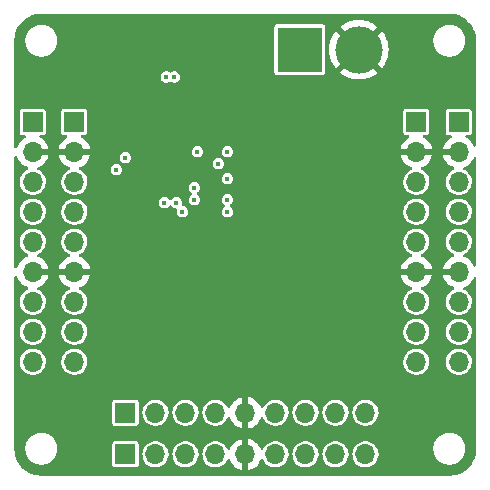
<source format=gbr>
%TF.GenerationSoftware,KiCad,Pcbnew,(6.0.4-0)*%
%TF.CreationDate,2022-06-17T12:44:20-07:00*%
%TF.ProjectId,VIO-Board-rounded,56494f2d-426f-4617-9264-2d726f756e64,rev?*%
%TF.SameCoordinates,Original*%
%TF.FileFunction,Copper,L2,Inr*%
%TF.FilePolarity,Positive*%
%FSLAX46Y46*%
G04 Gerber Fmt 4.6, Leading zero omitted, Abs format (unit mm)*
G04 Created by KiCad (PCBNEW (6.0.4-0)) date 2022-06-17 12:44:20*
%MOMM*%
%LPD*%
G01*
G04 APERTURE LIST*
%TA.AperFunction,ComponentPad*%
%ADD10R,1.700000X1.700000*%
%TD*%
%TA.AperFunction,ComponentPad*%
%ADD11O,1.700000X1.700000*%
%TD*%
%TA.AperFunction,ComponentPad*%
%ADD12R,3.800000X3.800000*%
%TD*%
%TA.AperFunction,ComponentPad*%
%ADD13C,4.000000*%
%TD*%
%TA.AperFunction,ViaPad*%
%ADD14C,0.450000*%
%TD*%
G04 APERTURE END LIST*
D10*
%TO.N,/VS*%
%TO.C,J6*%
X58445000Y-60208008D03*
D11*
%TO.N,GNDREF*%
X58445000Y-62748008D03*
%TO.N,/3V3_CAM1*%
X58445000Y-65288008D03*
%TO.N,/GPIO3{slash}TX_CAM1*%
X58445000Y-67828008D03*
%TO.N,/SYNC*%
X58445000Y-70368008D03*
%TO.N,GNDREF*%
X58445000Y-72908008D03*
%TO.N,/OPTO_GND_CAM1*%
X58445000Y-75448008D03*
%TO.N,/OPTO_OUT_CAM1*%
X58445000Y-77988008D03*
%TO.N,/OPTO_IN_CAM1*%
X58445000Y-80528008D03*
%TD*%
D10*
%TO.N,/VS*%
%TO.C,J4*%
X90932000Y-60208000D03*
D11*
%TO.N,GNDREF*%
X90932000Y-62748000D03*
%TO.N,/3V3_CAM2*%
X90932000Y-65288000D03*
%TO.N,/GPIO3{slash}TX_CAM2*%
X90932000Y-67828000D03*
%TO.N,/SYNC*%
X90932000Y-70368000D03*
%TO.N,GNDREF*%
X90932000Y-72908000D03*
%TO.N,/OPTO_GND_CAM2*%
X90932000Y-75448000D03*
%TO.N,/OPTO_OUT_CAM2*%
X90932000Y-77988000D03*
%TO.N,/OPTO_IN_CAM2*%
X90932000Y-80528000D03*
%TD*%
D10*
%TO.N,VBUS*%
%TO.C,J5*%
X66304000Y-84836000D03*
D11*
%TO.N,/TX1*%
X68844000Y-84836000D03*
%TO.N,/RX1*%
X71384000Y-84836000D03*
%TO.N,/SYNC*%
X73924000Y-84836000D03*
%TO.N,GNDREF*%
X76464000Y-84836000D03*
%TO.N,/RESTORE*%
X79004000Y-84836000D03*
%TO.N,/SYNC_IN*%
X81544000Y-84836000D03*
%TO.N,/TX2*%
X84084000Y-84836000D03*
%TO.N,/RX2*%
X86624000Y-84836000D03*
%TD*%
D12*
%TO.N,/VS*%
%TO.C,J1*%
X81066000Y-54102000D03*
D13*
%TO.N,GNDREF*%
X86066000Y-54102000D03*
%TD*%
D10*
%TO.N,/VS*%
%TO.C,J7*%
X94512994Y-60208008D03*
D11*
%TO.N,GNDREF*%
X94512994Y-62748008D03*
%TO.N,/3V3_CAM2*%
X94512994Y-65288008D03*
%TO.N,/GPIO3{slash}TX_CAM2*%
X94512994Y-67828008D03*
%TO.N,/SYNC*%
X94512994Y-70368008D03*
%TO.N,GNDREF*%
X94512994Y-72908008D03*
%TO.N,/OPTO_GND_CAM2*%
X94512994Y-75448008D03*
%TO.N,/OPTO_OUT_CAM2*%
X94512994Y-77988008D03*
%TO.N,/OPTO_IN_CAM2*%
X94512994Y-80528008D03*
%TD*%
D10*
%TO.N,VBUS*%
%TO.C,J8*%
X66304000Y-88367000D03*
D11*
%TO.N,/TX1*%
X68844000Y-88367000D03*
%TO.N,/RX1*%
X71384000Y-88367000D03*
%TO.N,/SYNC*%
X73924000Y-88367000D03*
%TO.N,GNDREF*%
X76464000Y-88367000D03*
%TO.N,/RESTORE*%
X79004000Y-88367000D03*
%TO.N,/SYNC_IN*%
X81544000Y-88367000D03*
%TO.N,/TX2*%
X84084000Y-88367000D03*
%TO.N,/RX2*%
X86624000Y-88367000D03*
%TD*%
D10*
%TO.N,/VS*%
%TO.C,J3*%
X61976000Y-60208008D03*
D11*
%TO.N,GNDREF*%
X61976000Y-62748008D03*
%TO.N,/3V3_CAM1*%
X61976000Y-65288008D03*
%TO.N,/GPIO3{slash}TX_CAM1*%
X61976000Y-67828008D03*
%TO.N,/SYNC*%
X61976000Y-70368008D03*
%TO.N,GNDREF*%
X61976000Y-72908008D03*
%TO.N,/OPTO_GND_CAM1*%
X61976000Y-75448008D03*
%TO.N,/OPTO_OUT_CAM1*%
X61976000Y-77988008D03*
%TO.N,/OPTO_IN_CAM1*%
X61976000Y-80528008D03*
%TD*%
D14*
%TO.N,VBUS*%
X72390000Y-62738000D03*
X74930000Y-65024000D03*
X72136000Y-66802000D03*
X74930000Y-67818000D03*
X74930000Y-62738000D03*
X72136000Y-65786000D03*
X74930000Y-66802000D03*
%TO.N,GNDREF*%
X71120000Y-61722000D03*
X68326000Y-60198000D03*
X65786000Y-56134000D03*
X68580000Y-56388000D03*
X65786000Y-54864000D03*
X71882000Y-69596000D03*
X72898000Y-66802000D03*
X68834000Y-67056000D03*
X73914000Y-55118000D03*
X65786000Y-53594000D03*
X70358000Y-69596000D03*
X73914000Y-53594000D03*
X73152000Y-69596000D03*
X69088000Y-69596000D03*
%TO.N,+3V3*%
X71120000Y-67818000D03*
X74168000Y-63754000D03*
%TO.N,/D-*%
X70612000Y-67056000D03*
X70454000Y-56408223D03*
%TO.N,/D+*%
X69754000Y-56408223D03*
X69596000Y-67056000D03*
%TO.N,/TX2*%
X65532000Y-64262000D03*
%TO.N,/RX2*%
X66294000Y-63246000D03*
%TD*%
%TA.AperFunction,Conductor*%
%TO.N,GNDREF*%
G36*
X93713103Y-51056921D02*
G01*
X93726000Y-51059486D01*
X93738172Y-51057065D01*
X93750580Y-51057065D01*
X93750580Y-51057385D01*
X93761456Y-51056645D01*
X93794145Y-51058622D01*
X93993880Y-51070704D01*
X94008984Y-51072538D01*
X94265458Y-51119538D01*
X94280231Y-51123179D01*
X94529180Y-51200755D01*
X94543398Y-51206147D01*
X94781182Y-51313165D01*
X94794638Y-51320227D01*
X95017788Y-51455126D01*
X95030310Y-51463769D01*
X95235573Y-51624583D01*
X95246961Y-51634673D01*
X95431327Y-51819039D01*
X95441417Y-51830427D01*
X95595102Y-52026590D01*
X95602231Y-52035690D01*
X95610873Y-52048211D01*
X95745773Y-52271362D01*
X95752835Y-52284818D01*
X95841129Y-52481000D01*
X95859851Y-52522598D01*
X95865245Y-52536820D01*
X95928722Y-52740524D01*
X95942821Y-52785769D01*
X95946462Y-52800542D01*
X95993462Y-53057016D01*
X95995296Y-53072120D01*
X96009355Y-53304544D01*
X96008615Y-53315420D01*
X96008935Y-53315420D01*
X96008935Y-53327828D01*
X96006514Y-53340000D01*
X96008935Y-53352170D01*
X96009079Y-53352894D01*
X96011500Y-53377476D01*
X96011500Y-62182736D01*
X95991498Y-62250857D01*
X95937842Y-62297350D01*
X95867568Y-62307454D01*
X95802988Y-62277960D01*
X95769950Y-62232978D01*
X95715966Y-62108822D01*
X95711099Y-62099747D01*
X95595420Y-61920934D01*
X95589130Y-61912765D01*
X95445800Y-61755248D01*
X95438267Y-61748223D01*
X95271133Y-61616230D01*
X95262546Y-61610525D01*
X95150759Y-61548815D01*
X95100789Y-61498383D01*
X95086017Y-61428940D01*
X95111133Y-61362535D01*
X95168164Y-61320250D01*
X95211652Y-61312507D01*
X95388060Y-61312507D01*
X95423812Y-61305396D01*
X95450120Y-61300164D01*
X95450122Y-61300163D01*
X95462295Y-61297742D01*
X95472615Y-61290847D01*
X95472616Y-61290846D01*
X95536162Y-61248385D01*
X95546478Y-61241492D01*
X95602728Y-61157309D01*
X95617494Y-61083075D01*
X95617493Y-59332942D01*
X95602728Y-59258707D01*
X95595827Y-59248378D01*
X95553371Y-59184840D01*
X95546478Y-59174524D01*
X95462295Y-59118274D01*
X95388061Y-59103508D01*
X94513136Y-59103508D01*
X93637928Y-59103509D01*
X93602176Y-59110620D01*
X93575868Y-59115852D01*
X93575866Y-59115853D01*
X93563693Y-59118274D01*
X93553373Y-59125169D01*
X93553372Y-59125170D01*
X93492979Y-59165524D01*
X93479510Y-59174524D01*
X93423260Y-59258707D01*
X93408494Y-59332941D01*
X93408495Y-61083074D01*
X93415606Y-61118826D01*
X93420837Y-61145126D01*
X93423260Y-61157309D01*
X93479510Y-61241492D01*
X93563693Y-61297742D01*
X93637927Y-61312508D01*
X93814494Y-61312508D01*
X93882615Y-61332510D01*
X93929108Y-61386166D01*
X93939212Y-61456440D01*
X93909718Y-61521020D01*
X93872675Y-61550271D01*
X93791452Y-61592553D01*
X93782732Y-61598044D01*
X93612427Y-61725913D01*
X93604720Y-61732756D01*
X93457584Y-61886725D01*
X93451098Y-61894735D01*
X93331092Y-62070657D01*
X93325994Y-62079631D01*
X93236332Y-62272791D01*
X93232769Y-62282478D01*
X93177383Y-62482191D01*
X93178906Y-62490615D01*
X93191286Y-62494008D01*
X94640994Y-62494008D01*
X94709115Y-62514010D01*
X94755608Y-62567666D01*
X94766994Y-62620008D01*
X94766994Y-62876008D01*
X94746992Y-62944129D01*
X94693336Y-62990622D01*
X94640994Y-63002008D01*
X93196219Y-63002008D01*
X93182688Y-63005981D01*
X93181251Y-63015974D01*
X93211559Y-63150454D01*
X93214639Y-63160283D01*
X93294764Y-63357611D01*
X93299407Y-63366802D01*
X93410688Y-63548396D01*
X93416771Y-63556707D01*
X93556207Y-63717675D01*
X93563574Y-63724891D01*
X93727428Y-63860924D01*
X93735875Y-63866839D01*
X93919750Y-63974287D01*
X93929036Y-63978737D01*
X94078118Y-64035665D01*
X94134621Y-64078652D01*
X94158914Y-64145363D01*
X94143284Y-64214618D01*
X94092693Y-64264429D01*
X94076779Y-64271587D01*
X94035457Y-64286832D01*
X93861004Y-64390620D01*
X93856664Y-64394426D01*
X93856660Y-64394429D01*
X93725138Y-64509772D01*
X93708386Y-64524463D01*
X93582714Y-64683877D01*
X93580028Y-64688983D01*
X93580023Y-64688991D01*
X93539422Y-64766161D01*
X93488197Y-64863523D01*
X93478096Y-64896054D01*
X93429717Y-65051861D01*
X93428001Y-65057386D01*
X93404142Y-65258972D01*
X93417418Y-65461530D01*
X93418839Y-65467126D01*
X93418840Y-65467131D01*
X93439111Y-65546945D01*
X93467386Y-65658277D01*
X93469803Y-65663520D01*
X93507001Y-65744208D01*
X93552371Y-65842624D01*
X93555704Y-65847340D01*
X93666186Y-66003669D01*
X93669527Y-66008397D01*
X93673669Y-66012432D01*
X93711008Y-66048806D01*
X93814932Y-66150043D01*
X93819736Y-66153253D01*
X93869851Y-66186739D01*
X93983714Y-66262820D01*
X93989017Y-66265098D01*
X93989020Y-66265100D01*
X94164915Y-66340670D01*
X94170222Y-66342950D01*
X94233768Y-66357329D01*
X94362573Y-66386475D01*
X94362578Y-66386476D01*
X94368210Y-66387750D01*
X94373981Y-66387977D01*
X94373983Y-66387977D01*
X94433750Y-66390325D01*
X94571047Y-66395720D01*
X94693053Y-66378030D01*
X94766225Y-66367421D01*
X94766230Y-66367420D01*
X94771939Y-66366592D01*
X94777403Y-66364737D01*
X94777408Y-66364736D01*
X94958687Y-66303200D01*
X94958692Y-66303198D01*
X94964159Y-66301342D01*
X95141270Y-66202155D01*
X95145722Y-66198453D01*
X95292907Y-66076039D01*
X95297339Y-66072353D01*
X95420314Y-65924493D01*
X95423447Y-65920726D01*
X95423449Y-65920723D01*
X95427141Y-65916284D01*
X95500104Y-65786000D01*
X95523504Y-65744216D01*
X95523508Y-65744208D01*
X95526328Y-65739173D01*
X95528184Y-65733706D01*
X95528186Y-65733701D01*
X95589722Y-65552422D01*
X95589724Y-65552414D01*
X95591578Y-65546953D01*
X95592406Y-65541244D01*
X95592407Y-65541239D01*
X95614319Y-65390109D01*
X95620706Y-65346061D01*
X95622226Y-65288008D01*
X95603652Y-65085867D01*
X95602082Y-65080299D01*
X95550119Y-64896054D01*
X95550118Y-64896052D01*
X95548551Y-64890495D01*
X95544543Y-64882366D01*
X95461325Y-64713617D01*
X95458770Y-64708436D01*
X95337314Y-64545787D01*
X95188252Y-64407995D01*
X95183369Y-64404914D01*
X95183365Y-64404911D01*
X95021458Y-64302756D01*
X95016575Y-64299675D01*
X94944608Y-64270963D01*
X94888749Y-64227142D01*
X94865449Y-64160077D01*
X94882105Y-64091062D01*
X94933430Y-64042008D01*
X94955092Y-64033247D01*
X95005246Y-64018200D01*
X95014836Y-64014441D01*
X95206089Y-63920747D01*
X95214939Y-63915472D01*
X95388322Y-63791800D01*
X95396194Y-63785147D01*
X95547046Y-63634820D01*
X95553724Y-63626973D01*
X95677997Y-63454028D01*
X95683307Y-63445191D01*
X95772543Y-63264637D01*
X95820657Y-63212430D01*
X95889358Y-63194523D01*
X95956834Y-63216602D01*
X96001663Y-63271656D01*
X96011500Y-63320464D01*
X96011500Y-72342736D01*
X95991498Y-72410857D01*
X95937842Y-72457350D01*
X95867568Y-72467454D01*
X95802988Y-72437960D01*
X95769950Y-72392978D01*
X95715966Y-72268822D01*
X95711099Y-72259747D01*
X95595420Y-72080934D01*
X95589130Y-72072765D01*
X95445800Y-71915248D01*
X95438267Y-71908223D01*
X95271133Y-71776230D01*
X95262546Y-71770525D01*
X95076111Y-71667607D01*
X95066699Y-71663377D01*
X94952385Y-71622896D01*
X94894849Y-71581302D01*
X94868933Y-71515204D01*
X94882867Y-71445588D01*
X94932226Y-71394557D01*
X94953937Y-71384812D01*
X94964159Y-71381342D01*
X95141270Y-71282155D01*
X95145722Y-71278453D01*
X95292907Y-71156039D01*
X95297339Y-71152353D01*
X95427141Y-70996284D01*
X95526328Y-70819173D01*
X95528184Y-70813706D01*
X95528186Y-70813701D01*
X95589722Y-70632422D01*
X95589724Y-70632414D01*
X95591578Y-70626953D01*
X95592406Y-70621244D01*
X95592407Y-70621239D01*
X95620173Y-70429735D01*
X95620174Y-70429727D01*
X95620706Y-70426061D01*
X95622226Y-70368008D01*
X95603652Y-70165867D01*
X95602082Y-70160299D01*
X95550119Y-69976054D01*
X95550118Y-69976052D01*
X95548551Y-69970495D01*
X95537972Y-69949041D01*
X95461325Y-69793617D01*
X95458770Y-69788436D01*
X95337314Y-69625787D01*
X95188252Y-69487995D01*
X95183369Y-69484914D01*
X95183365Y-69484911D01*
X95021458Y-69382756D01*
X95016575Y-69379675D01*
X94828033Y-69304454D01*
X94822373Y-69303328D01*
X94822369Y-69303327D01*
X94634607Y-69265979D01*
X94634604Y-69265979D01*
X94628940Y-69264852D01*
X94623165Y-69264776D01*
X94623161Y-69264776D01*
X94521787Y-69263449D01*
X94425965Y-69262195D01*
X94420268Y-69263174D01*
X94420267Y-69263174D01*
X94231648Y-69295585D01*
X94225904Y-69296572D01*
X94035457Y-69366832D01*
X93861004Y-69470620D01*
X93856664Y-69474426D01*
X93856660Y-69474429D01*
X93836726Y-69491911D01*
X93708386Y-69604463D01*
X93582714Y-69763877D01*
X93580028Y-69768983D01*
X93580023Y-69768991D01*
X93567071Y-69793609D01*
X93488197Y-69943523D01*
X93478096Y-69976054D01*
X93429717Y-70131861D01*
X93428001Y-70137386D01*
X93404142Y-70338972D01*
X93417418Y-70541530D01*
X93418839Y-70547126D01*
X93418840Y-70547131D01*
X93439111Y-70626945D01*
X93467386Y-70738277D01*
X93469803Y-70743520D01*
X93507001Y-70824208D01*
X93552371Y-70922624D01*
X93555704Y-70927340D01*
X93666186Y-71083669D01*
X93669527Y-71088397D01*
X93814932Y-71230043D01*
X93983714Y-71342820D01*
X93989017Y-71345098D01*
X93989020Y-71345100D01*
X94085948Y-71386743D01*
X94140641Y-71432011D01*
X94162178Y-71499662D01*
X94143721Y-71568218D01*
X94091130Y-71615912D01*
X94075355Y-71622276D01*
X93989862Y-71650220D01*
X93980353Y-71654217D01*
X93791457Y-71752550D01*
X93782732Y-71758044D01*
X93612427Y-71885913D01*
X93604720Y-71892756D01*
X93457584Y-72046725D01*
X93451098Y-72054735D01*
X93331092Y-72230657D01*
X93325994Y-72239631D01*
X93236332Y-72432791D01*
X93232769Y-72442478D01*
X93177383Y-72642191D01*
X93178906Y-72650615D01*
X93191286Y-72654008D01*
X94640994Y-72654008D01*
X94709115Y-72674010D01*
X94755608Y-72727666D01*
X94766994Y-72780008D01*
X94766994Y-73036008D01*
X94746992Y-73104129D01*
X94693336Y-73150622D01*
X94640994Y-73162008D01*
X93196219Y-73162008D01*
X93182688Y-73165981D01*
X93181251Y-73175974D01*
X93211559Y-73310454D01*
X93214639Y-73320283D01*
X93294764Y-73517611D01*
X93299407Y-73526802D01*
X93410688Y-73708396D01*
X93416771Y-73716707D01*
X93556207Y-73877675D01*
X93563574Y-73884891D01*
X93727428Y-74020924D01*
X93735875Y-74026839D01*
X93919750Y-74134287D01*
X93929036Y-74138737D01*
X94078118Y-74195665D01*
X94134621Y-74238652D01*
X94158914Y-74305363D01*
X94143284Y-74374618D01*
X94092693Y-74424429D01*
X94076779Y-74431587D01*
X94035457Y-74446832D01*
X93861004Y-74550620D01*
X93856664Y-74554426D01*
X93856660Y-74554429D01*
X93836726Y-74571911D01*
X93708386Y-74684463D01*
X93582714Y-74843877D01*
X93580028Y-74848983D01*
X93580023Y-74848991D01*
X93567071Y-74873609D01*
X93488197Y-75023523D01*
X93478096Y-75056054D01*
X93429717Y-75211861D01*
X93428001Y-75217386D01*
X93404142Y-75418972D01*
X93417418Y-75621530D01*
X93418839Y-75627126D01*
X93418840Y-75627131D01*
X93439111Y-75706945D01*
X93467386Y-75818277D01*
X93469803Y-75823520D01*
X93507001Y-75904208D01*
X93552371Y-76002624D01*
X93555704Y-76007340D01*
X93666186Y-76163669D01*
X93669527Y-76168397D01*
X93814932Y-76310043D01*
X93983714Y-76422820D01*
X93989017Y-76425098D01*
X93989020Y-76425100D01*
X94164915Y-76500670D01*
X94170222Y-76502950D01*
X94243238Y-76519472D01*
X94362573Y-76546475D01*
X94362578Y-76546476D01*
X94368210Y-76547750D01*
X94373981Y-76547977D01*
X94373983Y-76547977D01*
X94433750Y-76550325D01*
X94571047Y-76555720D01*
X94671493Y-76541156D01*
X94766225Y-76527421D01*
X94766230Y-76527420D01*
X94771939Y-76526592D01*
X94777403Y-76524737D01*
X94777408Y-76524736D01*
X94958687Y-76463200D01*
X94958692Y-76463198D01*
X94964159Y-76461342D01*
X95141270Y-76362155D01*
X95145722Y-76358453D01*
X95292907Y-76236039D01*
X95297339Y-76232353D01*
X95427141Y-76076284D01*
X95526328Y-75899173D01*
X95528184Y-75893706D01*
X95528186Y-75893701D01*
X95589722Y-75712422D01*
X95589724Y-75712414D01*
X95591578Y-75706953D01*
X95592406Y-75701244D01*
X95592407Y-75701239D01*
X95620173Y-75509735D01*
X95620174Y-75509727D01*
X95620706Y-75506061D01*
X95622226Y-75448008D01*
X95603652Y-75245867D01*
X95602082Y-75240299D01*
X95550119Y-75056054D01*
X95550118Y-75056052D01*
X95548551Y-75050495D01*
X95537972Y-75029041D01*
X95461325Y-74873617D01*
X95458770Y-74868436D01*
X95337314Y-74705787D01*
X95188252Y-74567995D01*
X95183369Y-74564914D01*
X95183365Y-74564911D01*
X95021458Y-74462756D01*
X95016575Y-74459675D01*
X94944608Y-74430963D01*
X94888749Y-74387142D01*
X94865449Y-74320077D01*
X94882105Y-74251062D01*
X94933430Y-74202008D01*
X94955092Y-74193247D01*
X95005246Y-74178200D01*
X95014836Y-74174441D01*
X95206089Y-74080747D01*
X95214939Y-74075472D01*
X95388322Y-73951800D01*
X95396194Y-73945147D01*
X95547046Y-73794820D01*
X95553724Y-73786973D01*
X95677997Y-73614028D01*
X95683307Y-73605191D01*
X95772543Y-73424637D01*
X95820657Y-73372430D01*
X95889358Y-73354523D01*
X95956834Y-73376602D01*
X96001663Y-73431656D01*
X96011500Y-73480464D01*
X96011500Y-87846524D01*
X96009079Y-87871103D01*
X96006514Y-87884000D01*
X96008935Y-87896172D01*
X96008935Y-87908580D01*
X96008615Y-87908580D01*
X96009355Y-87919456D01*
X95995296Y-88151880D01*
X95993462Y-88166984D01*
X95946462Y-88423458D01*
X95942821Y-88438231D01*
X95865940Y-88684952D01*
X95865247Y-88687175D01*
X95859853Y-88701398D01*
X95752835Y-88939182D01*
X95745773Y-88952638D01*
X95617988Y-89164020D01*
X95610874Y-89175788D01*
X95602232Y-89188308D01*
X95527284Y-89283972D01*
X95441417Y-89393573D01*
X95431327Y-89404961D01*
X95246961Y-89589327D01*
X95235573Y-89599417D01*
X95110245Y-89697606D01*
X95030310Y-89760231D01*
X95017789Y-89768873D01*
X94794638Y-89903773D01*
X94781182Y-89910835D01*
X94543398Y-90017853D01*
X94529180Y-90023245D01*
X94371854Y-90072270D01*
X94280231Y-90100821D01*
X94265458Y-90104462D01*
X94008984Y-90151462D01*
X93993880Y-90153296D01*
X93808424Y-90164514D01*
X93773690Y-90166615D01*
X93761456Y-90167355D01*
X93750580Y-90166615D01*
X93750580Y-90166935D01*
X93738172Y-90166935D01*
X93726000Y-90164514D01*
X93713103Y-90167079D01*
X93688524Y-90169500D01*
X59219476Y-90169500D01*
X59194897Y-90167079D01*
X59182000Y-90164514D01*
X59169828Y-90166935D01*
X59157420Y-90166935D01*
X59157420Y-90166615D01*
X59146544Y-90167355D01*
X59134311Y-90166615D01*
X59099576Y-90164514D01*
X58914120Y-90153296D01*
X58899016Y-90151462D01*
X58642542Y-90104462D01*
X58627769Y-90100821D01*
X58536146Y-90072270D01*
X58378820Y-90023245D01*
X58364602Y-90017853D01*
X58126818Y-89910835D01*
X58113362Y-89903773D01*
X57890211Y-89768873D01*
X57877690Y-89760231D01*
X57797756Y-89697606D01*
X57672427Y-89599417D01*
X57661039Y-89589327D01*
X57476673Y-89404961D01*
X57466583Y-89393573D01*
X57380716Y-89283972D01*
X57305768Y-89188308D01*
X57297126Y-89175788D01*
X57290012Y-89164020D01*
X57162227Y-88952638D01*
X57155165Y-88939182D01*
X57048147Y-88701398D01*
X57042753Y-88687175D01*
X57042061Y-88684952D01*
X56965179Y-88438231D01*
X56961538Y-88423458D01*
X56914538Y-88166984D01*
X56912704Y-88151880D01*
X56898645Y-87919456D01*
X56899385Y-87908580D01*
X56899065Y-87908580D01*
X56899065Y-87896172D01*
X56901486Y-87884000D01*
X56898921Y-87871103D01*
X56896500Y-87846524D01*
X56896500Y-87819964D01*
X57824112Y-87819964D01*
X57824312Y-87825292D01*
X57824312Y-87825294D01*
X57826464Y-87882599D01*
X57825705Y-87882628D01*
X57826034Y-87884016D01*
X57826340Y-87883989D01*
X57826374Y-87884377D01*
X57826465Y-87885838D01*
X57826523Y-87886085D01*
X57826648Y-87887507D01*
X57832736Y-88049669D01*
X57833831Y-88054888D01*
X57846628Y-88115879D01*
X57845861Y-88116040D01*
X57846841Y-88118316D01*
X57846937Y-88119408D01*
X57848361Y-88124722D01*
X57848464Y-88125307D01*
X57849635Y-88130210D01*
X57879939Y-88274637D01*
X57902683Y-88332229D01*
X57905975Y-88340566D01*
X57906724Y-88342541D01*
X57908097Y-88347663D01*
X57910422Y-88352649D01*
X57910423Y-88352651D01*
X57910947Y-88353775D01*
X57913934Y-88360717D01*
X57964372Y-88488436D01*
X58001273Y-88549246D01*
X58002811Y-88552126D01*
X58002890Y-88552080D01*
X58005639Y-88556841D01*
X58007965Y-88561829D01*
X58011122Y-88566337D01*
X58011124Y-88566341D01*
X58012674Y-88568555D01*
X58017181Y-88575462D01*
X58032279Y-88600342D01*
X58083621Y-88684952D01*
X58087116Y-88688979D01*
X58087117Y-88688981D01*
X58133993Y-88743000D01*
X58137555Y-88747563D01*
X58140347Y-88750890D01*
X58143505Y-88755401D01*
X58149791Y-88761687D01*
X58155861Y-88768201D01*
X58199218Y-88818165D01*
X58234276Y-88858566D01*
X58238407Y-88861953D01*
X58298309Y-88911070D01*
X58305574Y-88917652D01*
X58306706Y-88918602D01*
X58310599Y-88922495D01*
X58315103Y-88925649D01*
X58315108Y-88925653D01*
X58317936Y-88927633D01*
X58325554Y-88933410D01*
X58407901Y-89000931D01*
X58407907Y-89000935D01*
X58412029Y-89004315D01*
X58416668Y-89006955D01*
X58416667Y-89006955D01*
X58489355Y-89048331D01*
X58499296Y-89054622D01*
X58499660Y-89054877D01*
X58499667Y-89054881D01*
X58504171Y-89058035D01*
X58509155Y-89060359D01*
X58509160Y-89060362D01*
X58511875Y-89061628D01*
X58520952Y-89066318D01*
X58549677Y-89082669D01*
X58611798Y-89118030D01*
X58691368Y-89146913D01*
X58701498Y-89150590D01*
X58711753Y-89154833D01*
X58713348Y-89155577D01*
X58713350Y-89155578D01*
X58718337Y-89157903D01*
X58723653Y-89159327D01*
X58723655Y-89159328D01*
X58724719Y-89159613D01*
X58725702Y-89159876D01*
X58736081Y-89163143D01*
X58827871Y-89196461D01*
X58928443Y-89214648D01*
X58938616Y-89216926D01*
X58946592Y-89219063D01*
X58952990Y-89219623D01*
X58964412Y-89221152D01*
X59054069Y-89237364D01*
X59058208Y-89237559D01*
X59058215Y-89237560D01*
X59076670Y-89238430D01*
X59076677Y-89238430D01*
X59078158Y-89238500D01*
X59239712Y-89238500D01*
X59319444Y-89231735D01*
X59405733Y-89224413D01*
X59405737Y-89224412D01*
X59411044Y-89223962D01*
X59416199Y-89222624D01*
X59416205Y-89222623D01*
X59628368Y-89167556D01*
X59628367Y-89167556D01*
X59633539Y-89166214D01*
X59780412Y-89100052D01*
X59838262Y-89073993D01*
X59838265Y-89073992D01*
X59843123Y-89071803D01*
X59854442Y-89064183D01*
X59877987Y-89048331D01*
X60033803Y-88943430D01*
X60038265Y-88939174D01*
X60159828Y-88823208D01*
X60200128Y-88784764D01*
X60337342Y-88600342D01*
X60353504Y-88568555D01*
X60439102Y-88400194D01*
X60439102Y-88400193D01*
X60441520Y-88395438D01*
X60509685Y-88175911D01*
X60532323Y-88005115D01*
X60539188Y-87953319D01*
X60539188Y-87953316D01*
X60539888Y-87948036D01*
X60539511Y-87937980D01*
X60537536Y-87885401D01*
X60538295Y-87885372D01*
X60537966Y-87883984D01*
X60537660Y-87884011D01*
X60537626Y-87883623D01*
X60537535Y-87882162D01*
X60537477Y-87881915D01*
X60537352Y-87880493D01*
X60531264Y-87718331D01*
X60517372Y-87652121D01*
X60518139Y-87651960D01*
X60517159Y-87649684D01*
X60517063Y-87648592D01*
X60515639Y-87643278D01*
X60515536Y-87642693D01*
X60514362Y-87637778D01*
X60510812Y-87620855D01*
X60484061Y-87493363D01*
X60483496Y-87491933D01*
X65199500Y-87491933D01*
X65199501Y-89242066D01*
X65214266Y-89316301D01*
X65221161Y-89326620D01*
X65221162Y-89326622D01*
X65261516Y-89387015D01*
X65270516Y-89400484D01*
X65354699Y-89456734D01*
X65428933Y-89471500D01*
X66303858Y-89471500D01*
X67179066Y-89471499D01*
X67214818Y-89464388D01*
X67241126Y-89459156D01*
X67241128Y-89459155D01*
X67253301Y-89456734D01*
X67263621Y-89449839D01*
X67263622Y-89449838D01*
X67327168Y-89407377D01*
X67337484Y-89400484D01*
X67393734Y-89316301D01*
X67408500Y-89242067D01*
X67408499Y-88337964D01*
X67735148Y-88337964D01*
X67748424Y-88540522D01*
X67749845Y-88546118D01*
X67749846Y-88546123D01*
X67786128Y-88688981D01*
X67798392Y-88737269D01*
X67800809Y-88742512D01*
X67838010Y-88823208D01*
X67883377Y-88921616D01*
X67886710Y-88926332D01*
X67991066Y-89073993D01*
X68000533Y-89087389D01*
X68145938Y-89229035D01*
X68150742Y-89232245D01*
X68160103Y-89238500D01*
X68314720Y-89341812D01*
X68320023Y-89344090D01*
X68320026Y-89344092D01*
X68495921Y-89419662D01*
X68501228Y-89421942D01*
X68574244Y-89438464D01*
X68693579Y-89465467D01*
X68693584Y-89465468D01*
X68699216Y-89466742D01*
X68704987Y-89466969D01*
X68704989Y-89466969D01*
X68764756Y-89469317D01*
X68902053Y-89474712D01*
X69009348Y-89459155D01*
X69097231Y-89446413D01*
X69097236Y-89446412D01*
X69102945Y-89445584D01*
X69108409Y-89443729D01*
X69108414Y-89443728D01*
X69289693Y-89382192D01*
X69289698Y-89382190D01*
X69295165Y-89380334D01*
X69472276Y-89281147D01*
X69511969Y-89248135D01*
X69599696Y-89175172D01*
X69628345Y-89151345D01*
X69685463Y-89082669D01*
X69754453Y-88999718D01*
X69754455Y-88999715D01*
X69758147Y-88995276D01*
X69857334Y-88818165D01*
X69859190Y-88812698D01*
X69859192Y-88812693D01*
X69920728Y-88631414D01*
X69920729Y-88631409D01*
X69922584Y-88625945D01*
X69923412Y-88620236D01*
X69923413Y-88620231D01*
X69951179Y-88428727D01*
X69951712Y-88425053D01*
X69953232Y-88367000D01*
X69950564Y-88337964D01*
X70275148Y-88337964D01*
X70288424Y-88540522D01*
X70289845Y-88546118D01*
X70289846Y-88546123D01*
X70326128Y-88688981D01*
X70338392Y-88737269D01*
X70340809Y-88742512D01*
X70378010Y-88823208D01*
X70423377Y-88921616D01*
X70426710Y-88926332D01*
X70531066Y-89073993D01*
X70540533Y-89087389D01*
X70685938Y-89229035D01*
X70690742Y-89232245D01*
X70700103Y-89238500D01*
X70854720Y-89341812D01*
X70860023Y-89344090D01*
X70860026Y-89344092D01*
X71035921Y-89419662D01*
X71041228Y-89421942D01*
X71114244Y-89438464D01*
X71233579Y-89465467D01*
X71233584Y-89465468D01*
X71239216Y-89466742D01*
X71244987Y-89466969D01*
X71244989Y-89466969D01*
X71304756Y-89469317D01*
X71442053Y-89474712D01*
X71549348Y-89459155D01*
X71637231Y-89446413D01*
X71637236Y-89446412D01*
X71642945Y-89445584D01*
X71648409Y-89443729D01*
X71648414Y-89443728D01*
X71829693Y-89382192D01*
X71829698Y-89382190D01*
X71835165Y-89380334D01*
X72012276Y-89281147D01*
X72051969Y-89248135D01*
X72139696Y-89175172D01*
X72168345Y-89151345D01*
X72225463Y-89082669D01*
X72294453Y-88999718D01*
X72294455Y-88999715D01*
X72298147Y-88995276D01*
X72397334Y-88818165D01*
X72399190Y-88812698D01*
X72399192Y-88812693D01*
X72460728Y-88631414D01*
X72460729Y-88631409D01*
X72462584Y-88625945D01*
X72463412Y-88620236D01*
X72463413Y-88620231D01*
X72491179Y-88428727D01*
X72491712Y-88425053D01*
X72493232Y-88367000D01*
X72490564Y-88337964D01*
X72815148Y-88337964D01*
X72828424Y-88540522D01*
X72829845Y-88546118D01*
X72829846Y-88546123D01*
X72866128Y-88688981D01*
X72878392Y-88737269D01*
X72880809Y-88742512D01*
X72918010Y-88823208D01*
X72963377Y-88921616D01*
X72966710Y-88926332D01*
X73071066Y-89073993D01*
X73080533Y-89087389D01*
X73225938Y-89229035D01*
X73230742Y-89232245D01*
X73240103Y-89238500D01*
X73394720Y-89341812D01*
X73400023Y-89344090D01*
X73400026Y-89344092D01*
X73575921Y-89419662D01*
X73581228Y-89421942D01*
X73654244Y-89438464D01*
X73773579Y-89465467D01*
X73773584Y-89465468D01*
X73779216Y-89466742D01*
X73784987Y-89466969D01*
X73784989Y-89466969D01*
X73844756Y-89469317D01*
X73982053Y-89474712D01*
X74089348Y-89459155D01*
X74177231Y-89446413D01*
X74177236Y-89446412D01*
X74182945Y-89445584D01*
X74188409Y-89443729D01*
X74188414Y-89443728D01*
X74369693Y-89382192D01*
X74369698Y-89382190D01*
X74375165Y-89380334D01*
X74552276Y-89281147D01*
X74591969Y-89248135D01*
X74679696Y-89175172D01*
X74708345Y-89151345D01*
X74765463Y-89082669D01*
X74834453Y-88999718D01*
X74834455Y-88999715D01*
X74838147Y-88995276D01*
X74937334Y-88818165D01*
X74939720Y-88811135D01*
X74940170Y-88810496D01*
X74941541Y-88807416D01*
X74942146Y-88807685D01*
X74980553Y-88753059D01*
X75046305Y-88726278D01*
X75116098Y-88739295D01*
X75167773Y-88787980D01*
X75175777Y-88804229D01*
X75245770Y-88976603D01*
X75250413Y-88985794D01*
X75361694Y-89167388D01*
X75367777Y-89175699D01*
X75507213Y-89336667D01*
X75514580Y-89343883D01*
X75678434Y-89479916D01*
X75686881Y-89485831D01*
X75870756Y-89593279D01*
X75880042Y-89597729D01*
X76079001Y-89673703D01*
X76088899Y-89676579D01*
X76192250Y-89697606D01*
X76206299Y-89696410D01*
X76210000Y-89686065D01*
X76210000Y-89685517D01*
X76718000Y-89685517D01*
X76722064Y-89699359D01*
X76735478Y-89701393D01*
X76742184Y-89700534D01*
X76752262Y-89698392D01*
X76956255Y-89637191D01*
X76965842Y-89633433D01*
X77157095Y-89539739D01*
X77165945Y-89534464D01*
X77339328Y-89410792D01*
X77347200Y-89404139D01*
X77498052Y-89253812D01*
X77504730Y-89245965D01*
X77629003Y-89073020D01*
X77634313Y-89064183D01*
X77728670Y-88873267D01*
X77732469Y-88863672D01*
X77749066Y-88809047D01*
X77788007Y-88749683D01*
X77852862Y-88720796D01*
X77923038Y-88731558D01*
X77976256Y-88778551D01*
X77984048Y-88792922D01*
X78043377Y-88921616D01*
X78046710Y-88926332D01*
X78151066Y-89073993D01*
X78160533Y-89087389D01*
X78305938Y-89229035D01*
X78310742Y-89232245D01*
X78320103Y-89238500D01*
X78474720Y-89341812D01*
X78480023Y-89344090D01*
X78480026Y-89344092D01*
X78655921Y-89419662D01*
X78661228Y-89421942D01*
X78734244Y-89438464D01*
X78853579Y-89465467D01*
X78853584Y-89465468D01*
X78859216Y-89466742D01*
X78864987Y-89466969D01*
X78864989Y-89466969D01*
X78924756Y-89469317D01*
X79062053Y-89474712D01*
X79169348Y-89459155D01*
X79257231Y-89446413D01*
X79257236Y-89446412D01*
X79262945Y-89445584D01*
X79268409Y-89443729D01*
X79268414Y-89443728D01*
X79449693Y-89382192D01*
X79449698Y-89382190D01*
X79455165Y-89380334D01*
X79632276Y-89281147D01*
X79671969Y-89248135D01*
X79759696Y-89175172D01*
X79788345Y-89151345D01*
X79845463Y-89082669D01*
X79914453Y-88999718D01*
X79914455Y-88999715D01*
X79918147Y-88995276D01*
X80017334Y-88818165D01*
X80019190Y-88812698D01*
X80019192Y-88812693D01*
X80080728Y-88631414D01*
X80080729Y-88631409D01*
X80082584Y-88625945D01*
X80083412Y-88620236D01*
X80083413Y-88620231D01*
X80111179Y-88428727D01*
X80111712Y-88425053D01*
X80113232Y-88367000D01*
X80110564Y-88337964D01*
X80435148Y-88337964D01*
X80448424Y-88540522D01*
X80449845Y-88546118D01*
X80449846Y-88546123D01*
X80486128Y-88688981D01*
X80498392Y-88737269D01*
X80500809Y-88742512D01*
X80538010Y-88823208D01*
X80583377Y-88921616D01*
X80586710Y-88926332D01*
X80691066Y-89073993D01*
X80700533Y-89087389D01*
X80845938Y-89229035D01*
X80850742Y-89232245D01*
X80860103Y-89238500D01*
X81014720Y-89341812D01*
X81020023Y-89344090D01*
X81020026Y-89344092D01*
X81195921Y-89419662D01*
X81201228Y-89421942D01*
X81274244Y-89438464D01*
X81393579Y-89465467D01*
X81393584Y-89465468D01*
X81399216Y-89466742D01*
X81404987Y-89466969D01*
X81404989Y-89466969D01*
X81464756Y-89469317D01*
X81602053Y-89474712D01*
X81709348Y-89459155D01*
X81797231Y-89446413D01*
X81797236Y-89446412D01*
X81802945Y-89445584D01*
X81808409Y-89443729D01*
X81808414Y-89443728D01*
X81989693Y-89382192D01*
X81989698Y-89382190D01*
X81995165Y-89380334D01*
X82172276Y-89281147D01*
X82211969Y-89248135D01*
X82299696Y-89175172D01*
X82328345Y-89151345D01*
X82385463Y-89082669D01*
X82454453Y-88999718D01*
X82454455Y-88999715D01*
X82458147Y-88995276D01*
X82557334Y-88818165D01*
X82559190Y-88812698D01*
X82559192Y-88812693D01*
X82620728Y-88631414D01*
X82620729Y-88631409D01*
X82622584Y-88625945D01*
X82623412Y-88620236D01*
X82623413Y-88620231D01*
X82651179Y-88428727D01*
X82651712Y-88425053D01*
X82653232Y-88367000D01*
X82650564Y-88337964D01*
X82975148Y-88337964D01*
X82988424Y-88540522D01*
X82989845Y-88546118D01*
X82989846Y-88546123D01*
X83026128Y-88688981D01*
X83038392Y-88737269D01*
X83040809Y-88742512D01*
X83078010Y-88823208D01*
X83123377Y-88921616D01*
X83126710Y-88926332D01*
X83231066Y-89073993D01*
X83240533Y-89087389D01*
X83385938Y-89229035D01*
X83390742Y-89232245D01*
X83400103Y-89238500D01*
X83554720Y-89341812D01*
X83560023Y-89344090D01*
X83560026Y-89344092D01*
X83735921Y-89419662D01*
X83741228Y-89421942D01*
X83814244Y-89438464D01*
X83933579Y-89465467D01*
X83933584Y-89465468D01*
X83939216Y-89466742D01*
X83944987Y-89466969D01*
X83944989Y-89466969D01*
X84004756Y-89469317D01*
X84142053Y-89474712D01*
X84249348Y-89459155D01*
X84337231Y-89446413D01*
X84337236Y-89446412D01*
X84342945Y-89445584D01*
X84348409Y-89443729D01*
X84348414Y-89443728D01*
X84529693Y-89382192D01*
X84529698Y-89382190D01*
X84535165Y-89380334D01*
X84712276Y-89281147D01*
X84751969Y-89248135D01*
X84839696Y-89175172D01*
X84868345Y-89151345D01*
X84925463Y-89082669D01*
X84994453Y-88999718D01*
X84994455Y-88999715D01*
X84998147Y-88995276D01*
X85097334Y-88818165D01*
X85099190Y-88812698D01*
X85099192Y-88812693D01*
X85160728Y-88631414D01*
X85160729Y-88631409D01*
X85162584Y-88625945D01*
X85163412Y-88620236D01*
X85163413Y-88620231D01*
X85191179Y-88428727D01*
X85191712Y-88425053D01*
X85193232Y-88367000D01*
X85190564Y-88337964D01*
X85515148Y-88337964D01*
X85528424Y-88540522D01*
X85529845Y-88546118D01*
X85529846Y-88546123D01*
X85566128Y-88688981D01*
X85578392Y-88737269D01*
X85580809Y-88742512D01*
X85618010Y-88823208D01*
X85663377Y-88921616D01*
X85666710Y-88926332D01*
X85771066Y-89073993D01*
X85780533Y-89087389D01*
X85925938Y-89229035D01*
X85930742Y-89232245D01*
X85940103Y-89238500D01*
X86094720Y-89341812D01*
X86100023Y-89344090D01*
X86100026Y-89344092D01*
X86275921Y-89419662D01*
X86281228Y-89421942D01*
X86354244Y-89438464D01*
X86473579Y-89465467D01*
X86473584Y-89465468D01*
X86479216Y-89466742D01*
X86484987Y-89466969D01*
X86484989Y-89466969D01*
X86544756Y-89469317D01*
X86682053Y-89474712D01*
X86789348Y-89459155D01*
X86877231Y-89446413D01*
X86877236Y-89446412D01*
X86882945Y-89445584D01*
X86888409Y-89443729D01*
X86888414Y-89443728D01*
X87069693Y-89382192D01*
X87069698Y-89382190D01*
X87075165Y-89380334D01*
X87252276Y-89281147D01*
X87291969Y-89248135D01*
X87379696Y-89175172D01*
X87408345Y-89151345D01*
X87465463Y-89082669D01*
X87534453Y-88999718D01*
X87534455Y-88999715D01*
X87538147Y-88995276D01*
X87637334Y-88818165D01*
X87639190Y-88812698D01*
X87639192Y-88812693D01*
X87700728Y-88631414D01*
X87700729Y-88631409D01*
X87702584Y-88625945D01*
X87703412Y-88620236D01*
X87703413Y-88620231D01*
X87731179Y-88428727D01*
X87731712Y-88425053D01*
X87733232Y-88367000D01*
X87714658Y-88164859D01*
X87710998Y-88151880D01*
X87661125Y-87975046D01*
X87661124Y-87975044D01*
X87659557Y-87969487D01*
X87648978Y-87948033D01*
X87585821Y-87819964D01*
X92368112Y-87819964D01*
X92368312Y-87825292D01*
X92368312Y-87825294D01*
X92370464Y-87882599D01*
X92369705Y-87882628D01*
X92370034Y-87884016D01*
X92370340Y-87883989D01*
X92370374Y-87884377D01*
X92370465Y-87885838D01*
X92370523Y-87886085D01*
X92370648Y-87887507D01*
X92376736Y-88049669D01*
X92377831Y-88054888D01*
X92390628Y-88115879D01*
X92389861Y-88116040D01*
X92390841Y-88118316D01*
X92390937Y-88119408D01*
X92392361Y-88124722D01*
X92392464Y-88125307D01*
X92393635Y-88130210D01*
X92423939Y-88274637D01*
X92446683Y-88332229D01*
X92449975Y-88340566D01*
X92450724Y-88342541D01*
X92452097Y-88347663D01*
X92454422Y-88352649D01*
X92454423Y-88352651D01*
X92454947Y-88353775D01*
X92457934Y-88360717D01*
X92508372Y-88488436D01*
X92545273Y-88549246D01*
X92546811Y-88552126D01*
X92546890Y-88552080D01*
X92549639Y-88556841D01*
X92551965Y-88561829D01*
X92555122Y-88566337D01*
X92555124Y-88566341D01*
X92556674Y-88568555D01*
X92561181Y-88575462D01*
X92576279Y-88600342D01*
X92627621Y-88684952D01*
X92631116Y-88688979D01*
X92631117Y-88688981D01*
X92677993Y-88743000D01*
X92681555Y-88747563D01*
X92684347Y-88750890D01*
X92687505Y-88755401D01*
X92693791Y-88761687D01*
X92699861Y-88768201D01*
X92743218Y-88818165D01*
X92778276Y-88858566D01*
X92782407Y-88861953D01*
X92842309Y-88911070D01*
X92849574Y-88917652D01*
X92850706Y-88918602D01*
X92854599Y-88922495D01*
X92859103Y-88925649D01*
X92859108Y-88925653D01*
X92861936Y-88927633D01*
X92869554Y-88933410D01*
X92951901Y-89000931D01*
X92951907Y-89000935D01*
X92956029Y-89004315D01*
X92960668Y-89006955D01*
X92960667Y-89006955D01*
X93033355Y-89048331D01*
X93043296Y-89054622D01*
X93043660Y-89054877D01*
X93043667Y-89054881D01*
X93048171Y-89058035D01*
X93053155Y-89060359D01*
X93053160Y-89060362D01*
X93055875Y-89061628D01*
X93064952Y-89066318D01*
X93093677Y-89082669D01*
X93155798Y-89118030D01*
X93235368Y-89146913D01*
X93245498Y-89150590D01*
X93255753Y-89154833D01*
X93257348Y-89155577D01*
X93257350Y-89155578D01*
X93262337Y-89157903D01*
X93267653Y-89159327D01*
X93267655Y-89159328D01*
X93268719Y-89159613D01*
X93269702Y-89159876D01*
X93280081Y-89163143D01*
X93371871Y-89196461D01*
X93472443Y-89214648D01*
X93482616Y-89216926D01*
X93490592Y-89219063D01*
X93496990Y-89219623D01*
X93508412Y-89221152D01*
X93598069Y-89237364D01*
X93602208Y-89237559D01*
X93602215Y-89237560D01*
X93620670Y-89238430D01*
X93620677Y-89238430D01*
X93622158Y-89238500D01*
X93783712Y-89238500D01*
X93863444Y-89231735D01*
X93949733Y-89224413D01*
X93949737Y-89224412D01*
X93955044Y-89223962D01*
X93960199Y-89222624D01*
X93960205Y-89222623D01*
X94172368Y-89167556D01*
X94172367Y-89167556D01*
X94177539Y-89166214D01*
X94324412Y-89100052D01*
X94382262Y-89073993D01*
X94382265Y-89073992D01*
X94387123Y-89071803D01*
X94398442Y-89064183D01*
X94421987Y-89048331D01*
X94577803Y-88943430D01*
X94582265Y-88939174D01*
X94703828Y-88823208D01*
X94744128Y-88784764D01*
X94881342Y-88600342D01*
X94897504Y-88568555D01*
X94983102Y-88400194D01*
X94983102Y-88400193D01*
X94985520Y-88395438D01*
X95053685Y-88175911D01*
X95076323Y-88005115D01*
X95083188Y-87953319D01*
X95083188Y-87953316D01*
X95083888Y-87948036D01*
X95083511Y-87937980D01*
X95081536Y-87885401D01*
X95082295Y-87885372D01*
X95081966Y-87883984D01*
X95081660Y-87884011D01*
X95081626Y-87883623D01*
X95081535Y-87882162D01*
X95081477Y-87881915D01*
X95081352Y-87880493D01*
X95075264Y-87718331D01*
X95061372Y-87652121D01*
X95062139Y-87651960D01*
X95061159Y-87649684D01*
X95061063Y-87648592D01*
X95059639Y-87643278D01*
X95059536Y-87642693D01*
X95058362Y-87637778D01*
X95054812Y-87620855D01*
X95028061Y-87493363D01*
X95002025Y-87427434D01*
X95001276Y-87425459D01*
X94999903Y-87420337D01*
X94997053Y-87414225D01*
X94994066Y-87407283D01*
X94943628Y-87279564D01*
X94906727Y-87218754D01*
X94905189Y-87215874D01*
X94905110Y-87215920D01*
X94902361Y-87211159D01*
X94900035Y-87206171D01*
X94896876Y-87201659D01*
X94895326Y-87199445D01*
X94890819Y-87192538D01*
X94827147Y-87087609D01*
X94827145Y-87087606D01*
X94824379Y-87083048D01*
X94796812Y-87051280D01*
X94774007Y-87025000D01*
X94770445Y-87020437D01*
X94767653Y-87017110D01*
X94764495Y-87012599D01*
X94758209Y-87006313D01*
X94752139Y-86999799D01*
X94677224Y-86913467D01*
X94677222Y-86913465D01*
X94673724Y-86909434D01*
X94609692Y-86856930D01*
X94602426Y-86850348D01*
X94601294Y-86849398D01*
X94597401Y-86845505D01*
X94592897Y-86842351D01*
X94592892Y-86842347D01*
X94590064Y-86840367D01*
X94582446Y-86834590D01*
X94500099Y-86767069D01*
X94500093Y-86767065D01*
X94495971Y-86763685D01*
X94418645Y-86719669D01*
X94408704Y-86713378D01*
X94408340Y-86713123D01*
X94408333Y-86713119D01*
X94403829Y-86709965D01*
X94398845Y-86707641D01*
X94398840Y-86707638D01*
X94396125Y-86706372D01*
X94387048Y-86701682D01*
X94342939Y-86676574D01*
X94296202Y-86649970D01*
X94206502Y-86617410D01*
X94196247Y-86613167D01*
X94194652Y-86612423D01*
X94194650Y-86612422D01*
X94189663Y-86610097D01*
X94184347Y-86608673D01*
X94184345Y-86608672D01*
X94183281Y-86608387D01*
X94182298Y-86608124D01*
X94171919Y-86604857D01*
X94080129Y-86571539D01*
X93979557Y-86553352D01*
X93969384Y-86551074D01*
X93961408Y-86548937D01*
X93955010Y-86548377D01*
X93943588Y-86546848D01*
X93853931Y-86530636D01*
X93849792Y-86530441D01*
X93849785Y-86530440D01*
X93831330Y-86529570D01*
X93831323Y-86529570D01*
X93829842Y-86529500D01*
X93668288Y-86529500D01*
X93588556Y-86536265D01*
X93502267Y-86543587D01*
X93502263Y-86543588D01*
X93496956Y-86544038D01*
X93491801Y-86545376D01*
X93491795Y-86545377D01*
X93319058Y-86590211D01*
X93274461Y-86601786D01*
X93167497Y-86649970D01*
X93069738Y-86694007D01*
X93069735Y-86694008D01*
X93064877Y-86696197D01*
X92874197Y-86824570D01*
X92870340Y-86828249D01*
X92870338Y-86828251D01*
X92844404Y-86852991D01*
X92707872Y-86983236D01*
X92570658Y-87167658D01*
X92568242Y-87172409D01*
X92568240Y-87172413D01*
X92468898Y-87367806D01*
X92466480Y-87372562D01*
X92398315Y-87592089D01*
X92397614Y-87597378D01*
X92371738Y-87792609D01*
X92368112Y-87819964D01*
X87585821Y-87819964D01*
X87572331Y-87792609D01*
X87569776Y-87787428D01*
X87448320Y-87624779D01*
X87311302Y-87498120D01*
X87303503Y-87490911D01*
X87299258Y-87486987D01*
X87294375Y-87483906D01*
X87294371Y-87483903D01*
X87132464Y-87381748D01*
X87127581Y-87378667D01*
X86939039Y-87303446D01*
X86933379Y-87302320D01*
X86933375Y-87302319D01*
X86745613Y-87264971D01*
X86745610Y-87264971D01*
X86739946Y-87263844D01*
X86734171Y-87263768D01*
X86734167Y-87263768D01*
X86632793Y-87262441D01*
X86536971Y-87261187D01*
X86531274Y-87262166D01*
X86531273Y-87262166D01*
X86342607Y-87294585D01*
X86336910Y-87295564D01*
X86146463Y-87365824D01*
X85972010Y-87469612D01*
X85967670Y-87473418D01*
X85967666Y-87473421D01*
X85838162Y-87586994D01*
X85819392Y-87603455D01*
X85693720Y-87762869D01*
X85691031Y-87767980D01*
X85691029Y-87767983D01*
X85660876Y-87825294D01*
X85599203Y-87942515D01*
X85539007Y-88136378D01*
X85515148Y-88337964D01*
X85190564Y-88337964D01*
X85174658Y-88164859D01*
X85170998Y-88151880D01*
X85121125Y-87975046D01*
X85121124Y-87975044D01*
X85119557Y-87969487D01*
X85108978Y-87948033D01*
X85032331Y-87792609D01*
X85029776Y-87787428D01*
X84908320Y-87624779D01*
X84771302Y-87498120D01*
X84763503Y-87490911D01*
X84759258Y-87486987D01*
X84754375Y-87483906D01*
X84754371Y-87483903D01*
X84592464Y-87381748D01*
X84587581Y-87378667D01*
X84399039Y-87303446D01*
X84393379Y-87302320D01*
X84393375Y-87302319D01*
X84205613Y-87264971D01*
X84205610Y-87264971D01*
X84199946Y-87263844D01*
X84194171Y-87263768D01*
X84194167Y-87263768D01*
X84092793Y-87262441D01*
X83996971Y-87261187D01*
X83991274Y-87262166D01*
X83991273Y-87262166D01*
X83802607Y-87294585D01*
X83796910Y-87295564D01*
X83606463Y-87365824D01*
X83432010Y-87469612D01*
X83427670Y-87473418D01*
X83427666Y-87473421D01*
X83298162Y-87586994D01*
X83279392Y-87603455D01*
X83153720Y-87762869D01*
X83151031Y-87767980D01*
X83151029Y-87767983D01*
X83120876Y-87825294D01*
X83059203Y-87942515D01*
X82999007Y-88136378D01*
X82975148Y-88337964D01*
X82650564Y-88337964D01*
X82634658Y-88164859D01*
X82630998Y-88151880D01*
X82581125Y-87975046D01*
X82581124Y-87975044D01*
X82579557Y-87969487D01*
X82568978Y-87948033D01*
X82492331Y-87792609D01*
X82489776Y-87787428D01*
X82368320Y-87624779D01*
X82231302Y-87498120D01*
X82223503Y-87490911D01*
X82219258Y-87486987D01*
X82214375Y-87483906D01*
X82214371Y-87483903D01*
X82052464Y-87381748D01*
X82047581Y-87378667D01*
X81859039Y-87303446D01*
X81853379Y-87302320D01*
X81853375Y-87302319D01*
X81665613Y-87264971D01*
X81665610Y-87264971D01*
X81659946Y-87263844D01*
X81654171Y-87263768D01*
X81654167Y-87263768D01*
X81552793Y-87262441D01*
X81456971Y-87261187D01*
X81451274Y-87262166D01*
X81451273Y-87262166D01*
X81262607Y-87294585D01*
X81256910Y-87295564D01*
X81066463Y-87365824D01*
X80892010Y-87469612D01*
X80887670Y-87473418D01*
X80887666Y-87473421D01*
X80758162Y-87586994D01*
X80739392Y-87603455D01*
X80613720Y-87762869D01*
X80611031Y-87767980D01*
X80611029Y-87767983D01*
X80580876Y-87825294D01*
X80519203Y-87942515D01*
X80459007Y-88136378D01*
X80435148Y-88337964D01*
X80110564Y-88337964D01*
X80094658Y-88164859D01*
X80090998Y-88151880D01*
X80041125Y-87975046D01*
X80041124Y-87975044D01*
X80039557Y-87969487D01*
X80028978Y-87948033D01*
X79952331Y-87792609D01*
X79949776Y-87787428D01*
X79828320Y-87624779D01*
X79691302Y-87498120D01*
X79683503Y-87490911D01*
X79679258Y-87486987D01*
X79674375Y-87483906D01*
X79674371Y-87483903D01*
X79512464Y-87381748D01*
X79507581Y-87378667D01*
X79319039Y-87303446D01*
X79313379Y-87302320D01*
X79313375Y-87302319D01*
X79125613Y-87264971D01*
X79125610Y-87264971D01*
X79119946Y-87263844D01*
X79114171Y-87263768D01*
X79114167Y-87263768D01*
X79012793Y-87262441D01*
X78916971Y-87261187D01*
X78911274Y-87262166D01*
X78911273Y-87262166D01*
X78722607Y-87294585D01*
X78716910Y-87295564D01*
X78526463Y-87365824D01*
X78352010Y-87469612D01*
X78347670Y-87473418D01*
X78347666Y-87473421D01*
X78218162Y-87586994D01*
X78199392Y-87603455D01*
X78073720Y-87762869D01*
X78071031Y-87767980D01*
X78071029Y-87767983D01*
X77981589Y-87937980D01*
X77932170Y-87988952D01*
X77863037Y-88005115D01*
X77796141Y-87981336D01*
X77756003Y-87926973D01*
X77753955Y-87927863D01*
X77666972Y-87727814D01*
X77662105Y-87718739D01*
X77546426Y-87539926D01*
X77540136Y-87531757D01*
X77396806Y-87374240D01*
X77389273Y-87367215D01*
X77222139Y-87235222D01*
X77213552Y-87229517D01*
X77027117Y-87126599D01*
X77017705Y-87122369D01*
X76816959Y-87051280D01*
X76806988Y-87048646D01*
X76735837Y-87035972D01*
X76722540Y-87037432D01*
X76718000Y-87051989D01*
X76718000Y-89685517D01*
X76210000Y-89685517D01*
X76210000Y-87050102D01*
X76206082Y-87036758D01*
X76191806Y-87034771D01*
X76153324Y-87040660D01*
X76143288Y-87043051D01*
X75940868Y-87109212D01*
X75931359Y-87113209D01*
X75742463Y-87211542D01*
X75733738Y-87217036D01*
X75563433Y-87344905D01*
X75555726Y-87351748D01*
X75408590Y-87505717D01*
X75402104Y-87513727D01*
X75282098Y-87689649D01*
X75277000Y-87698623D01*
X75187338Y-87891783D01*
X75183777Y-87901464D01*
X75179291Y-87917640D01*
X75141813Y-87977939D01*
X75077684Y-88008403D01*
X75007266Y-87999360D01*
X74952915Y-87953682D01*
X74944867Y-87939698D01*
X74872331Y-87792609D01*
X74869776Y-87787428D01*
X74748320Y-87624779D01*
X74611302Y-87498120D01*
X74603503Y-87490911D01*
X74599258Y-87486987D01*
X74594375Y-87483906D01*
X74594371Y-87483903D01*
X74432464Y-87381748D01*
X74427581Y-87378667D01*
X74239039Y-87303446D01*
X74233379Y-87302320D01*
X74233375Y-87302319D01*
X74045613Y-87264971D01*
X74045610Y-87264971D01*
X74039946Y-87263844D01*
X74034171Y-87263768D01*
X74034167Y-87263768D01*
X73932793Y-87262441D01*
X73836971Y-87261187D01*
X73831274Y-87262166D01*
X73831273Y-87262166D01*
X73642607Y-87294585D01*
X73636910Y-87295564D01*
X73446463Y-87365824D01*
X73272010Y-87469612D01*
X73267670Y-87473418D01*
X73267666Y-87473421D01*
X73138162Y-87586994D01*
X73119392Y-87603455D01*
X72993720Y-87762869D01*
X72991031Y-87767980D01*
X72991029Y-87767983D01*
X72960876Y-87825294D01*
X72899203Y-87942515D01*
X72839007Y-88136378D01*
X72815148Y-88337964D01*
X72490564Y-88337964D01*
X72474658Y-88164859D01*
X72470998Y-88151880D01*
X72421125Y-87975046D01*
X72421124Y-87975044D01*
X72419557Y-87969487D01*
X72408978Y-87948033D01*
X72332331Y-87792609D01*
X72329776Y-87787428D01*
X72208320Y-87624779D01*
X72071302Y-87498120D01*
X72063503Y-87490911D01*
X72059258Y-87486987D01*
X72054375Y-87483906D01*
X72054371Y-87483903D01*
X71892464Y-87381748D01*
X71887581Y-87378667D01*
X71699039Y-87303446D01*
X71693379Y-87302320D01*
X71693375Y-87302319D01*
X71505613Y-87264971D01*
X71505610Y-87264971D01*
X71499946Y-87263844D01*
X71494171Y-87263768D01*
X71494167Y-87263768D01*
X71392793Y-87262441D01*
X71296971Y-87261187D01*
X71291274Y-87262166D01*
X71291273Y-87262166D01*
X71102607Y-87294585D01*
X71096910Y-87295564D01*
X70906463Y-87365824D01*
X70732010Y-87469612D01*
X70727670Y-87473418D01*
X70727666Y-87473421D01*
X70598162Y-87586994D01*
X70579392Y-87603455D01*
X70453720Y-87762869D01*
X70451031Y-87767980D01*
X70451029Y-87767983D01*
X70420876Y-87825294D01*
X70359203Y-87942515D01*
X70299007Y-88136378D01*
X70275148Y-88337964D01*
X69950564Y-88337964D01*
X69934658Y-88164859D01*
X69930998Y-88151880D01*
X69881125Y-87975046D01*
X69881124Y-87975044D01*
X69879557Y-87969487D01*
X69868978Y-87948033D01*
X69792331Y-87792609D01*
X69789776Y-87787428D01*
X69668320Y-87624779D01*
X69531302Y-87498120D01*
X69523503Y-87490911D01*
X69519258Y-87486987D01*
X69514375Y-87483906D01*
X69514371Y-87483903D01*
X69352464Y-87381748D01*
X69347581Y-87378667D01*
X69159039Y-87303446D01*
X69153379Y-87302320D01*
X69153375Y-87302319D01*
X68965613Y-87264971D01*
X68965610Y-87264971D01*
X68959946Y-87263844D01*
X68954171Y-87263768D01*
X68954167Y-87263768D01*
X68852793Y-87262441D01*
X68756971Y-87261187D01*
X68751274Y-87262166D01*
X68751273Y-87262166D01*
X68562607Y-87294585D01*
X68556910Y-87295564D01*
X68366463Y-87365824D01*
X68192010Y-87469612D01*
X68187670Y-87473418D01*
X68187666Y-87473421D01*
X68058162Y-87586994D01*
X68039392Y-87603455D01*
X67913720Y-87762869D01*
X67911031Y-87767980D01*
X67911029Y-87767983D01*
X67880876Y-87825294D01*
X67819203Y-87942515D01*
X67759007Y-88136378D01*
X67735148Y-88337964D01*
X67408499Y-88337964D01*
X67408499Y-87491934D01*
X67393734Y-87417699D01*
X67367654Y-87378667D01*
X67344377Y-87343832D01*
X67337484Y-87333516D01*
X67253301Y-87277266D01*
X67179067Y-87262500D01*
X66304142Y-87262500D01*
X65428934Y-87262501D01*
X65393182Y-87269612D01*
X65366874Y-87274844D01*
X65366872Y-87274845D01*
X65354699Y-87277266D01*
X65344379Y-87284161D01*
X65344378Y-87284162D01*
X65283985Y-87324516D01*
X65270516Y-87333516D01*
X65214266Y-87417699D01*
X65199500Y-87491933D01*
X60483496Y-87491933D01*
X60458025Y-87427434D01*
X60457276Y-87425459D01*
X60455903Y-87420337D01*
X60453053Y-87414225D01*
X60450066Y-87407283D01*
X60399628Y-87279564D01*
X60362727Y-87218754D01*
X60361189Y-87215874D01*
X60361110Y-87215920D01*
X60358361Y-87211159D01*
X60356035Y-87206171D01*
X60352876Y-87201659D01*
X60351326Y-87199445D01*
X60346819Y-87192538D01*
X60283147Y-87087609D01*
X60283145Y-87087606D01*
X60280379Y-87083048D01*
X60252812Y-87051280D01*
X60230007Y-87025000D01*
X60226445Y-87020437D01*
X60223653Y-87017110D01*
X60220495Y-87012599D01*
X60214209Y-87006313D01*
X60208139Y-86999799D01*
X60133224Y-86913467D01*
X60133222Y-86913465D01*
X60129724Y-86909434D01*
X60065692Y-86856930D01*
X60058426Y-86850348D01*
X60057294Y-86849398D01*
X60053401Y-86845505D01*
X60048897Y-86842351D01*
X60048892Y-86842347D01*
X60046064Y-86840367D01*
X60038446Y-86834590D01*
X59956099Y-86767069D01*
X59956093Y-86767065D01*
X59951971Y-86763685D01*
X59874645Y-86719669D01*
X59864704Y-86713378D01*
X59864340Y-86713123D01*
X59864333Y-86713119D01*
X59859829Y-86709965D01*
X59854845Y-86707641D01*
X59854840Y-86707638D01*
X59852125Y-86706372D01*
X59843048Y-86701682D01*
X59798939Y-86676574D01*
X59752202Y-86649970D01*
X59662502Y-86617410D01*
X59652247Y-86613167D01*
X59650652Y-86612423D01*
X59650650Y-86612422D01*
X59645663Y-86610097D01*
X59640347Y-86608673D01*
X59640345Y-86608672D01*
X59639281Y-86608387D01*
X59638298Y-86608124D01*
X59627919Y-86604857D01*
X59536129Y-86571539D01*
X59435557Y-86553352D01*
X59425384Y-86551074D01*
X59417408Y-86548937D01*
X59411010Y-86548377D01*
X59399588Y-86546848D01*
X59309931Y-86530636D01*
X59305792Y-86530441D01*
X59305785Y-86530440D01*
X59287330Y-86529570D01*
X59287323Y-86529570D01*
X59285842Y-86529500D01*
X59124288Y-86529500D01*
X59044556Y-86536265D01*
X58958267Y-86543587D01*
X58958263Y-86543588D01*
X58952956Y-86544038D01*
X58947801Y-86545376D01*
X58947795Y-86545377D01*
X58775058Y-86590211D01*
X58730461Y-86601786D01*
X58623497Y-86649970D01*
X58525738Y-86694007D01*
X58525735Y-86694008D01*
X58520877Y-86696197D01*
X58330197Y-86824570D01*
X58326340Y-86828249D01*
X58326338Y-86828251D01*
X58300404Y-86852991D01*
X58163872Y-86983236D01*
X58026658Y-87167658D01*
X58024242Y-87172409D01*
X58024240Y-87172413D01*
X57924898Y-87367806D01*
X57922480Y-87372562D01*
X57854315Y-87592089D01*
X57853614Y-87597378D01*
X57827738Y-87792609D01*
X57824112Y-87819964D01*
X56896500Y-87819964D01*
X56896500Y-83960933D01*
X65199500Y-83960933D01*
X65199501Y-85711066D01*
X65214266Y-85785301D01*
X65221161Y-85795620D01*
X65221162Y-85795622D01*
X65261516Y-85856015D01*
X65270516Y-85869484D01*
X65354699Y-85925734D01*
X65428933Y-85940500D01*
X66303858Y-85940500D01*
X67179066Y-85940499D01*
X67214818Y-85933388D01*
X67241126Y-85928156D01*
X67241128Y-85928155D01*
X67253301Y-85925734D01*
X67263621Y-85918839D01*
X67263622Y-85918838D01*
X67327168Y-85876377D01*
X67337484Y-85869484D01*
X67393734Y-85785301D01*
X67408500Y-85711067D01*
X67408499Y-84806964D01*
X67735148Y-84806964D01*
X67748424Y-85009522D01*
X67749845Y-85015118D01*
X67749846Y-85015123D01*
X67770119Y-85094945D01*
X67798392Y-85206269D01*
X67800809Y-85211512D01*
X67838010Y-85292208D01*
X67883377Y-85390616D01*
X68000533Y-85556389D01*
X68145938Y-85698035D01*
X68314720Y-85810812D01*
X68320023Y-85813090D01*
X68320026Y-85813092D01*
X68495921Y-85888662D01*
X68501228Y-85890942D01*
X68574244Y-85907464D01*
X68693579Y-85934467D01*
X68693584Y-85934468D01*
X68699216Y-85935742D01*
X68704987Y-85935969D01*
X68704989Y-85935969D01*
X68764756Y-85938317D01*
X68902053Y-85943712D01*
X69009348Y-85928155D01*
X69097231Y-85915413D01*
X69097236Y-85915412D01*
X69102945Y-85914584D01*
X69108409Y-85912729D01*
X69108414Y-85912728D01*
X69289693Y-85851192D01*
X69289698Y-85851190D01*
X69295165Y-85849334D01*
X69472276Y-85750147D01*
X69511969Y-85717135D01*
X69599696Y-85644172D01*
X69628345Y-85620345D01*
X69758147Y-85464276D01*
X69857334Y-85287165D01*
X69859190Y-85281698D01*
X69859192Y-85281693D01*
X69920728Y-85100414D01*
X69920729Y-85100409D01*
X69922584Y-85094945D01*
X69923412Y-85089236D01*
X69923413Y-85089231D01*
X69951179Y-84897727D01*
X69951712Y-84894053D01*
X69953232Y-84836000D01*
X69950564Y-84806964D01*
X70275148Y-84806964D01*
X70288424Y-85009522D01*
X70289845Y-85015118D01*
X70289846Y-85015123D01*
X70310119Y-85094945D01*
X70338392Y-85206269D01*
X70340809Y-85211512D01*
X70378010Y-85292208D01*
X70423377Y-85390616D01*
X70540533Y-85556389D01*
X70685938Y-85698035D01*
X70854720Y-85810812D01*
X70860023Y-85813090D01*
X70860026Y-85813092D01*
X71035921Y-85888662D01*
X71041228Y-85890942D01*
X71114244Y-85907464D01*
X71233579Y-85934467D01*
X71233584Y-85934468D01*
X71239216Y-85935742D01*
X71244987Y-85935969D01*
X71244989Y-85935969D01*
X71304756Y-85938317D01*
X71442053Y-85943712D01*
X71549348Y-85928155D01*
X71637231Y-85915413D01*
X71637236Y-85915412D01*
X71642945Y-85914584D01*
X71648409Y-85912729D01*
X71648414Y-85912728D01*
X71829693Y-85851192D01*
X71829698Y-85851190D01*
X71835165Y-85849334D01*
X72012276Y-85750147D01*
X72051969Y-85717135D01*
X72139696Y-85644172D01*
X72168345Y-85620345D01*
X72298147Y-85464276D01*
X72397334Y-85287165D01*
X72399190Y-85281698D01*
X72399192Y-85281693D01*
X72460728Y-85100414D01*
X72460729Y-85100409D01*
X72462584Y-85094945D01*
X72463412Y-85089236D01*
X72463413Y-85089231D01*
X72491179Y-84897727D01*
X72491712Y-84894053D01*
X72493232Y-84836000D01*
X72490564Y-84806964D01*
X72815148Y-84806964D01*
X72828424Y-85009522D01*
X72829845Y-85015118D01*
X72829846Y-85015123D01*
X72850119Y-85094945D01*
X72878392Y-85206269D01*
X72880809Y-85211512D01*
X72918010Y-85292208D01*
X72963377Y-85390616D01*
X73080533Y-85556389D01*
X73225938Y-85698035D01*
X73394720Y-85810812D01*
X73400023Y-85813090D01*
X73400026Y-85813092D01*
X73575921Y-85888662D01*
X73581228Y-85890942D01*
X73654244Y-85907464D01*
X73773579Y-85934467D01*
X73773584Y-85934468D01*
X73779216Y-85935742D01*
X73784987Y-85935969D01*
X73784989Y-85935969D01*
X73844756Y-85938317D01*
X73982053Y-85943712D01*
X74089348Y-85928155D01*
X74177231Y-85915413D01*
X74177236Y-85915412D01*
X74182945Y-85914584D01*
X74188409Y-85912729D01*
X74188414Y-85912728D01*
X74369693Y-85851192D01*
X74369698Y-85851190D01*
X74375165Y-85849334D01*
X74552276Y-85750147D01*
X74591969Y-85717135D01*
X74679696Y-85644172D01*
X74708345Y-85620345D01*
X74838147Y-85464276D01*
X74937334Y-85287165D01*
X74939720Y-85280135D01*
X74940170Y-85279496D01*
X74941541Y-85276416D01*
X74942146Y-85276685D01*
X74980553Y-85222059D01*
X75046305Y-85195278D01*
X75116098Y-85208295D01*
X75167773Y-85256980D01*
X75175777Y-85273229D01*
X75245770Y-85445603D01*
X75250413Y-85454794D01*
X75361694Y-85636388D01*
X75367777Y-85644699D01*
X75507213Y-85805667D01*
X75514580Y-85812883D01*
X75678434Y-85948916D01*
X75686881Y-85954831D01*
X75870756Y-86062279D01*
X75880042Y-86066729D01*
X76079001Y-86142703D01*
X76088899Y-86145579D01*
X76192250Y-86166606D01*
X76206299Y-86165410D01*
X76210000Y-86155065D01*
X76210000Y-86154517D01*
X76718000Y-86154517D01*
X76722064Y-86168359D01*
X76735478Y-86170393D01*
X76742184Y-86169534D01*
X76752262Y-86167392D01*
X76956255Y-86106191D01*
X76965842Y-86102433D01*
X77157095Y-86008739D01*
X77165945Y-86003464D01*
X77339328Y-85879792D01*
X77347200Y-85873139D01*
X77498052Y-85722812D01*
X77504730Y-85714965D01*
X77629003Y-85542020D01*
X77634313Y-85533183D01*
X77728670Y-85342267D01*
X77732469Y-85332672D01*
X77749066Y-85278047D01*
X77788007Y-85218683D01*
X77852862Y-85189796D01*
X77923038Y-85200558D01*
X77976256Y-85247551D01*
X77984048Y-85261922D01*
X78043377Y-85390616D01*
X78160533Y-85556389D01*
X78305938Y-85698035D01*
X78474720Y-85810812D01*
X78480023Y-85813090D01*
X78480026Y-85813092D01*
X78655921Y-85888662D01*
X78661228Y-85890942D01*
X78734244Y-85907464D01*
X78853579Y-85934467D01*
X78853584Y-85934468D01*
X78859216Y-85935742D01*
X78864987Y-85935969D01*
X78864989Y-85935969D01*
X78924756Y-85938317D01*
X79062053Y-85943712D01*
X79169348Y-85928155D01*
X79257231Y-85915413D01*
X79257236Y-85915412D01*
X79262945Y-85914584D01*
X79268409Y-85912729D01*
X79268414Y-85912728D01*
X79449693Y-85851192D01*
X79449698Y-85851190D01*
X79455165Y-85849334D01*
X79632276Y-85750147D01*
X79671969Y-85717135D01*
X79759696Y-85644172D01*
X79788345Y-85620345D01*
X79918147Y-85464276D01*
X80017334Y-85287165D01*
X80019190Y-85281698D01*
X80019192Y-85281693D01*
X80080728Y-85100414D01*
X80080729Y-85100409D01*
X80082584Y-85094945D01*
X80083412Y-85089236D01*
X80083413Y-85089231D01*
X80111179Y-84897727D01*
X80111712Y-84894053D01*
X80113232Y-84836000D01*
X80110564Y-84806964D01*
X80435148Y-84806964D01*
X80448424Y-85009522D01*
X80449845Y-85015118D01*
X80449846Y-85015123D01*
X80470119Y-85094945D01*
X80498392Y-85206269D01*
X80500809Y-85211512D01*
X80538010Y-85292208D01*
X80583377Y-85390616D01*
X80700533Y-85556389D01*
X80845938Y-85698035D01*
X81014720Y-85810812D01*
X81020023Y-85813090D01*
X81020026Y-85813092D01*
X81195921Y-85888662D01*
X81201228Y-85890942D01*
X81274244Y-85907464D01*
X81393579Y-85934467D01*
X81393584Y-85934468D01*
X81399216Y-85935742D01*
X81404987Y-85935969D01*
X81404989Y-85935969D01*
X81464756Y-85938317D01*
X81602053Y-85943712D01*
X81709348Y-85928155D01*
X81797231Y-85915413D01*
X81797236Y-85915412D01*
X81802945Y-85914584D01*
X81808409Y-85912729D01*
X81808414Y-85912728D01*
X81989693Y-85851192D01*
X81989698Y-85851190D01*
X81995165Y-85849334D01*
X82172276Y-85750147D01*
X82211969Y-85717135D01*
X82299696Y-85644172D01*
X82328345Y-85620345D01*
X82458147Y-85464276D01*
X82557334Y-85287165D01*
X82559190Y-85281698D01*
X82559192Y-85281693D01*
X82620728Y-85100414D01*
X82620729Y-85100409D01*
X82622584Y-85094945D01*
X82623412Y-85089236D01*
X82623413Y-85089231D01*
X82651179Y-84897727D01*
X82651712Y-84894053D01*
X82653232Y-84836000D01*
X82650564Y-84806964D01*
X82975148Y-84806964D01*
X82988424Y-85009522D01*
X82989845Y-85015118D01*
X82989846Y-85015123D01*
X83010119Y-85094945D01*
X83038392Y-85206269D01*
X83040809Y-85211512D01*
X83078010Y-85292208D01*
X83123377Y-85390616D01*
X83240533Y-85556389D01*
X83385938Y-85698035D01*
X83554720Y-85810812D01*
X83560023Y-85813090D01*
X83560026Y-85813092D01*
X83735921Y-85888662D01*
X83741228Y-85890942D01*
X83814244Y-85907464D01*
X83933579Y-85934467D01*
X83933584Y-85934468D01*
X83939216Y-85935742D01*
X83944987Y-85935969D01*
X83944989Y-85935969D01*
X84004756Y-85938317D01*
X84142053Y-85943712D01*
X84249348Y-85928155D01*
X84337231Y-85915413D01*
X84337236Y-85915412D01*
X84342945Y-85914584D01*
X84348409Y-85912729D01*
X84348414Y-85912728D01*
X84529693Y-85851192D01*
X84529698Y-85851190D01*
X84535165Y-85849334D01*
X84712276Y-85750147D01*
X84751969Y-85717135D01*
X84839696Y-85644172D01*
X84868345Y-85620345D01*
X84998147Y-85464276D01*
X85097334Y-85287165D01*
X85099190Y-85281698D01*
X85099192Y-85281693D01*
X85160728Y-85100414D01*
X85160729Y-85100409D01*
X85162584Y-85094945D01*
X85163412Y-85089236D01*
X85163413Y-85089231D01*
X85191179Y-84897727D01*
X85191712Y-84894053D01*
X85193232Y-84836000D01*
X85190564Y-84806964D01*
X85515148Y-84806964D01*
X85528424Y-85009522D01*
X85529845Y-85015118D01*
X85529846Y-85015123D01*
X85550119Y-85094945D01*
X85578392Y-85206269D01*
X85580809Y-85211512D01*
X85618010Y-85292208D01*
X85663377Y-85390616D01*
X85780533Y-85556389D01*
X85925938Y-85698035D01*
X86094720Y-85810812D01*
X86100023Y-85813090D01*
X86100026Y-85813092D01*
X86275921Y-85888662D01*
X86281228Y-85890942D01*
X86354244Y-85907464D01*
X86473579Y-85934467D01*
X86473584Y-85934468D01*
X86479216Y-85935742D01*
X86484987Y-85935969D01*
X86484989Y-85935969D01*
X86544756Y-85938317D01*
X86682053Y-85943712D01*
X86789348Y-85928155D01*
X86877231Y-85915413D01*
X86877236Y-85915412D01*
X86882945Y-85914584D01*
X86888409Y-85912729D01*
X86888414Y-85912728D01*
X87069693Y-85851192D01*
X87069698Y-85851190D01*
X87075165Y-85849334D01*
X87252276Y-85750147D01*
X87291969Y-85717135D01*
X87379696Y-85644172D01*
X87408345Y-85620345D01*
X87538147Y-85464276D01*
X87637334Y-85287165D01*
X87639190Y-85281698D01*
X87639192Y-85281693D01*
X87700728Y-85100414D01*
X87700729Y-85100409D01*
X87702584Y-85094945D01*
X87703412Y-85089236D01*
X87703413Y-85089231D01*
X87731179Y-84897727D01*
X87731712Y-84894053D01*
X87733232Y-84836000D01*
X87714658Y-84633859D01*
X87713090Y-84628299D01*
X87661125Y-84444046D01*
X87661124Y-84444044D01*
X87659557Y-84438487D01*
X87648978Y-84417033D01*
X87572331Y-84261609D01*
X87569776Y-84256428D01*
X87448320Y-84093779D01*
X87299258Y-83955987D01*
X87294375Y-83952906D01*
X87294371Y-83952903D01*
X87132464Y-83850748D01*
X87127581Y-83847667D01*
X86939039Y-83772446D01*
X86933379Y-83771320D01*
X86933375Y-83771319D01*
X86745613Y-83733971D01*
X86745610Y-83733971D01*
X86739946Y-83732844D01*
X86734171Y-83732768D01*
X86734167Y-83732768D01*
X86632793Y-83731441D01*
X86536971Y-83730187D01*
X86531274Y-83731166D01*
X86531273Y-83731166D01*
X86443397Y-83746266D01*
X86336910Y-83764564D01*
X86146463Y-83834824D01*
X85972010Y-83938612D01*
X85967670Y-83942418D01*
X85967666Y-83942421D01*
X85823733Y-84068648D01*
X85819392Y-84072455D01*
X85693720Y-84231869D01*
X85691031Y-84236980D01*
X85691029Y-84236983D01*
X85678073Y-84261609D01*
X85599203Y-84411515D01*
X85539007Y-84605378D01*
X85515148Y-84806964D01*
X85190564Y-84806964D01*
X85174658Y-84633859D01*
X85173090Y-84628299D01*
X85121125Y-84444046D01*
X85121124Y-84444044D01*
X85119557Y-84438487D01*
X85108978Y-84417033D01*
X85032331Y-84261609D01*
X85029776Y-84256428D01*
X84908320Y-84093779D01*
X84759258Y-83955987D01*
X84754375Y-83952906D01*
X84754371Y-83952903D01*
X84592464Y-83850748D01*
X84587581Y-83847667D01*
X84399039Y-83772446D01*
X84393379Y-83771320D01*
X84393375Y-83771319D01*
X84205613Y-83733971D01*
X84205610Y-83733971D01*
X84199946Y-83732844D01*
X84194171Y-83732768D01*
X84194167Y-83732768D01*
X84092793Y-83731441D01*
X83996971Y-83730187D01*
X83991274Y-83731166D01*
X83991273Y-83731166D01*
X83903397Y-83746266D01*
X83796910Y-83764564D01*
X83606463Y-83834824D01*
X83432010Y-83938612D01*
X83427670Y-83942418D01*
X83427666Y-83942421D01*
X83283733Y-84068648D01*
X83279392Y-84072455D01*
X83153720Y-84231869D01*
X83151031Y-84236980D01*
X83151029Y-84236983D01*
X83138073Y-84261609D01*
X83059203Y-84411515D01*
X82999007Y-84605378D01*
X82975148Y-84806964D01*
X82650564Y-84806964D01*
X82634658Y-84633859D01*
X82633090Y-84628299D01*
X82581125Y-84444046D01*
X82581124Y-84444044D01*
X82579557Y-84438487D01*
X82568978Y-84417033D01*
X82492331Y-84261609D01*
X82489776Y-84256428D01*
X82368320Y-84093779D01*
X82219258Y-83955987D01*
X82214375Y-83952906D01*
X82214371Y-83952903D01*
X82052464Y-83850748D01*
X82047581Y-83847667D01*
X81859039Y-83772446D01*
X81853379Y-83771320D01*
X81853375Y-83771319D01*
X81665613Y-83733971D01*
X81665610Y-83733971D01*
X81659946Y-83732844D01*
X81654171Y-83732768D01*
X81654167Y-83732768D01*
X81552793Y-83731441D01*
X81456971Y-83730187D01*
X81451274Y-83731166D01*
X81451273Y-83731166D01*
X81363397Y-83746266D01*
X81256910Y-83764564D01*
X81066463Y-83834824D01*
X80892010Y-83938612D01*
X80887670Y-83942418D01*
X80887666Y-83942421D01*
X80743733Y-84068648D01*
X80739392Y-84072455D01*
X80613720Y-84231869D01*
X80611031Y-84236980D01*
X80611029Y-84236983D01*
X80598073Y-84261609D01*
X80519203Y-84411515D01*
X80459007Y-84605378D01*
X80435148Y-84806964D01*
X80110564Y-84806964D01*
X80094658Y-84633859D01*
X80093090Y-84628299D01*
X80041125Y-84444046D01*
X80041124Y-84444044D01*
X80039557Y-84438487D01*
X80028978Y-84417033D01*
X79952331Y-84261609D01*
X79949776Y-84256428D01*
X79828320Y-84093779D01*
X79679258Y-83955987D01*
X79674375Y-83952906D01*
X79674371Y-83952903D01*
X79512464Y-83850748D01*
X79507581Y-83847667D01*
X79319039Y-83772446D01*
X79313379Y-83771320D01*
X79313375Y-83771319D01*
X79125613Y-83733971D01*
X79125610Y-83733971D01*
X79119946Y-83732844D01*
X79114171Y-83732768D01*
X79114167Y-83732768D01*
X79012793Y-83731441D01*
X78916971Y-83730187D01*
X78911274Y-83731166D01*
X78911273Y-83731166D01*
X78823397Y-83746266D01*
X78716910Y-83764564D01*
X78526463Y-83834824D01*
X78352010Y-83938612D01*
X78347670Y-83942418D01*
X78347666Y-83942421D01*
X78203733Y-84068648D01*
X78199392Y-84072455D01*
X78073720Y-84231869D01*
X78071031Y-84236980D01*
X78071029Y-84236983D01*
X77981589Y-84406980D01*
X77932170Y-84457952D01*
X77863037Y-84474115D01*
X77796141Y-84450336D01*
X77756003Y-84395973D01*
X77753955Y-84396863D01*
X77666972Y-84196814D01*
X77662105Y-84187739D01*
X77546426Y-84008926D01*
X77540136Y-84000757D01*
X77396806Y-83843240D01*
X77389273Y-83836215D01*
X77222139Y-83704222D01*
X77213552Y-83698517D01*
X77027117Y-83595599D01*
X77017705Y-83591369D01*
X76816959Y-83520280D01*
X76806988Y-83517646D01*
X76735837Y-83504972D01*
X76722540Y-83506432D01*
X76718000Y-83520989D01*
X76718000Y-86154517D01*
X76210000Y-86154517D01*
X76210000Y-83519102D01*
X76206082Y-83505758D01*
X76191806Y-83503771D01*
X76153324Y-83509660D01*
X76143288Y-83512051D01*
X75940868Y-83578212D01*
X75931359Y-83582209D01*
X75742463Y-83680542D01*
X75733738Y-83686036D01*
X75563433Y-83813905D01*
X75555726Y-83820748D01*
X75408590Y-83974717D01*
X75402104Y-83982727D01*
X75282098Y-84158649D01*
X75277000Y-84167623D01*
X75187338Y-84360783D01*
X75183777Y-84370464D01*
X75179291Y-84386640D01*
X75141813Y-84446939D01*
X75077684Y-84477403D01*
X75007266Y-84468360D01*
X74952915Y-84422682D01*
X74944867Y-84408698D01*
X74872331Y-84261609D01*
X74869776Y-84256428D01*
X74748320Y-84093779D01*
X74599258Y-83955987D01*
X74594375Y-83952906D01*
X74594371Y-83952903D01*
X74432464Y-83850748D01*
X74427581Y-83847667D01*
X74239039Y-83772446D01*
X74233379Y-83771320D01*
X74233375Y-83771319D01*
X74045613Y-83733971D01*
X74045610Y-83733971D01*
X74039946Y-83732844D01*
X74034171Y-83732768D01*
X74034167Y-83732768D01*
X73932793Y-83731441D01*
X73836971Y-83730187D01*
X73831274Y-83731166D01*
X73831273Y-83731166D01*
X73743397Y-83746266D01*
X73636910Y-83764564D01*
X73446463Y-83834824D01*
X73272010Y-83938612D01*
X73267670Y-83942418D01*
X73267666Y-83942421D01*
X73123733Y-84068648D01*
X73119392Y-84072455D01*
X72993720Y-84231869D01*
X72991031Y-84236980D01*
X72991029Y-84236983D01*
X72978073Y-84261609D01*
X72899203Y-84411515D01*
X72839007Y-84605378D01*
X72815148Y-84806964D01*
X72490564Y-84806964D01*
X72474658Y-84633859D01*
X72473090Y-84628299D01*
X72421125Y-84444046D01*
X72421124Y-84444044D01*
X72419557Y-84438487D01*
X72408978Y-84417033D01*
X72332331Y-84261609D01*
X72329776Y-84256428D01*
X72208320Y-84093779D01*
X72059258Y-83955987D01*
X72054375Y-83952906D01*
X72054371Y-83952903D01*
X71892464Y-83850748D01*
X71887581Y-83847667D01*
X71699039Y-83772446D01*
X71693379Y-83771320D01*
X71693375Y-83771319D01*
X71505613Y-83733971D01*
X71505610Y-83733971D01*
X71499946Y-83732844D01*
X71494171Y-83732768D01*
X71494167Y-83732768D01*
X71392793Y-83731441D01*
X71296971Y-83730187D01*
X71291274Y-83731166D01*
X71291273Y-83731166D01*
X71203397Y-83746266D01*
X71096910Y-83764564D01*
X70906463Y-83834824D01*
X70732010Y-83938612D01*
X70727670Y-83942418D01*
X70727666Y-83942421D01*
X70583733Y-84068648D01*
X70579392Y-84072455D01*
X70453720Y-84231869D01*
X70451031Y-84236980D01*
X70451029Y-84236983D01*
X70438073Y-84261609D01*
X70359203Y-84411515D01*
X70299007Y-84605378D01*
X70275148Y-84806964D01*
X69950564Y-84806964D01*
X69934658Y-84633859D01*
X69933090Y-84628299D01*
X69881125Y-84444046D01*
X69881124Y-84444044D01*
X69879557Y-84438487D01*
X69868978Y-84417033D01*
X69792331Y-84261609D01*
X69789776Y-84256428D01*
X69668320Y-84093779D01*
X69519258Y-83955987D01*
X69514375Y-83952906D01*
X69514371Y-83952903D01*
X69352464Y-83850748D01*
X69347581Y-83847667D01*
X69159039Y-83772446D01*
X69153379Y-83771320D01*
X69153375Y-83771319D01*
X68965613Y-83733971D01*
X68965610Y-83733971D01*
X68959946Y-83732844D01*
X68954171Y-83732768D01*
X68954167Y-83732768D01*
X68852793Y-83731441D01*
X68756971Y-83730187D01*
X68751274Y-83731166D01*
X68751273Y-83731166D01*
X68663397Y-83746266D01*
X68556910Y-83764564D01*
X68366463Y-83834824D01*
X68192010Y-83938612D01*
X68187670Y-83942418D01*
X68187666Y-83942421D01*
X68043733Y-84068648D01*
X68039392Y-84072455D01*
X67913720Y-84231869D01*
X67911031Y-84236980D01*
X67911029Y-84236983D01*
X67898073Y-84261609D01*
X67819203Y-84411515D01*
X67759007Y-84605378D01*
X67735148Y-84806964D01*
X67408499Y-84806964D01*
X67408499Y-83960934D01*
X67393734Y-83886699D01*
X67367654Y-83847667D01*
X67344377Y-83812832D01*
X67337484Y-83802516D01*
X67253301Y-83746266D01*
X67179067Y-83731500D01*
X66304142Y-83731500D01*
X65428934Y-83731501D01*
X65393182Y-83738612D01*
X65366874Y-83743844D01*
X65366872Y-83743845D01*
X65354699Y-83746266D01*
X65344379Y-83753161D01*
X65344378Y-83753162D01*
X65283985Y-83793516D01*
X65270516Y-83802516D01*
X65214266Y-83886699D01*
X65199500Y-83960933D01*
X56896500Y-83960933D01*
X56896500Y-80498972D01*
X57336148Y-80498972D01*
X57349424Y-80701530D01*
X57350845Y-80707126D01*
X57350846Y-80707131D01*
X57371117Y-80786945D01*
X57399392Y-80898277D01*
X57401809Y-80903520D01*
X57439007Y-80984208D01*
X57484377Y-81082624D01*
X57487710Y-81087340D01*
X57598192Y-81243669D01*
X57601533Y-81248397D01*
X57746938Y-81390043D01*
X57915720Y-81502820D01*
X57921023Y-81505098D01*
X57921026Y-81505100D01*
X58096921Y-81580670D01*
X58102228Y-81582950D01*
X58175244Y-81599472D01*
X58294579Y-81626475D01*
X58294584Y-81626476D01*
X58300216Y-81627750D01*
X58305987Y-81627977D01*
X58305989Y-81627977D01*
X58365756Y-81630325D01*
X58503053Y-81635720D01*
X58603499Y-81621156D01*
X58698231Y-81607421D01*
X58698236Y-81607420D01*
X58703945Y-81606592D01*
X58709409Y-81604737D01*
X58709414Y-81604736D01*
X58890693Y-81543200D01*
X58890698Y-81543198D01*
X58896165Y-81541342D01*
X59073276Y-81442155D01*
X59077728Y-81438453D01*
X59224913Y-81316039D01*
X59229345Y-81312353D01*
X59359147Y-81156284D01*
X59458334Y-80979173D01*
X59460190Y-80973706D01*
X59460192Y-80973701D01*
X59521728Y-80792422D01*
X59521730Y-80792414D01*
X59523584Y-80786953D01*
X59524412Y-80781244D01*
X59524413Y-80781239D01*
X59552179Y-80589735D01*
X59552180Y-80589727D01*
X59552712Y-80586061D01*
X59554232Y-80528008D01*
X59551564Y-80498972D01*
X60867148Y-80498972D01*
X60880424Y-80701530D01*
X60881845Y-80707126D01*
X60881846Y-80707131D01*
X60902117Y-80786945D01*
X60930392Y-80898277D01*
X60932809Y-80903520D01*
X60970007Y-80984208D01*
X61015377Y-81082624D01*
X61018710Y-81087340D01*
X61129192Y-81243669D01*
X61132533Y-81248397D01*
X61277938Y-81390043D01*
X61446720Y-81502820D01*
X61452023Y-81505098D01*
X61452026Y-81505100D01*
X61627921Y-81580670D01*
X61633228Y-81582950D01*
X61706244Y-81599472D01*
X61825579Y-81626475D01*
X61825584Y-81626476D01*
X61831216Y-81627750D01*
X61836987Y-81627977D01*
X61836989Y-81627977D01*
X61896756Y-81630325D01*
X62034053Y-81635720D01*
X62134499Y-81621156D01*
X62229231Y-81607421D01*
X62229236Y-81607420D01*
X62234945Y-81606592D01*
X62240409Y-81604737D01*
X62240414Y-81604736D01*
X62421693Y-81543200D01*
X62421698Y-81543198D01*
X62427165Y-81541342D01*
X62604276Y-81442155D01*
X62608728Y-81438453D01*
X62755913Y-81316039D01*
X62760345Y-81312353D01*
X62890147Y-81156284D01*
X62989334Y-80979173D01*
X62991190Y-80973706D01*
X62991192Y-80973701D01*
X63052728Y-80792422D01*
X63052730Y-80792414D01*
X63054584Y-80786953D01*
X63055412Y-80781244D01*
X63055413Y-80781239D01*
X63083179Y-80589735D01*
X63083180Y-80589727D01*
X63083712Y-80586061D01*
X63085232Y-80528008D01*
X63082563Y-80498964D01*
X89823148Y-80498964D01*
X89836424Y-80701522D01*
X89837845Y-80707118D01*
X89837846Y-80707123D01*
X89858119Y-80786945D01*
X89886392Y-80898269D01*
X89888809Y-80903512D01*
X89923689Y-80979173D01*
X89971377Y-81082616D01*
X90088533Y-81248389D01*
X90233938Y-81390035D01*
X90402720Y-81502812D01*
X90408023Y-81505090D01*
X90408026Y-81505092D01*
X90583921Y-81580662D01*
X90589228Y-81582942D01*
X90662244Y-81599464D01*
X90781579Y-81626467D01*
X90781584Y-81626468D01*
X90787216Y-81627742D01*
X90792987Y-81627969D01*
X90792989Y-81627969D01*
X90852756Y-81630317D01*
X90990053Y-81635712D01*
X91090499Y-81621148D01*
X91185231Y-81607413D01*
X91185236Y-81607412D01*
X91190945Y-81606584D01*
X91196409Y-81604729D01*
X91196414Y-81604728D01*
X91377693Y-81543192D01*
X91377698Y-81543190D01*
X91383165Y-81541334D01*
X91560276Y-81442147D01*
X91619065Y-81393253D01*
X91711913Y-81316031D01*
X91716345Y-81312345D01*
X91740172Y-81283696D01*
X91842453Y-81160718D01*
X91842455Y-81160715D01*
X91846147Y-81156276D01*
X91905845Y-81049677D01*
X91942510Y-80984208D01*
X91942511Y-80984206D01*
X91945334Y-80979165D01*
X91947190Y-80973698D01*
X91947192Y-80973693D01*
X92008728Y-80792414D01*
X92008729Y-80792409D01*
X92010584Y-80786945D01*
X92011412Y-80781236D01*
X92011413Y-80781231D01*
X92039179Y-80589727D01*
X92039712Y-80586053D01*
X92041232Y-80528000D01*
X92038565Y-80498972D01*
X93404142Y-80498972D01*
X93417418Y-80701530D01*
X93418839Y-80707126D01*
X93418840Y-80707131D01*
X93439111Y-80786945D01*
X93467386Y-80898277D01*
X93469803Y-80903520D01*
X93507001Y-80984208D01*
X93552371Y-81082624D01*
X93555704Y-81087340D01*
X93666186Y-81243669D01*
X93669527Y-81248397D01*
X93814932Y-81390043D01*
X93983714Y-81502820D01*
X93989017Y-81505098D01*
X93989020Y-81505100D01*
X94164915Y-81580670D01*
X94170222Y-81582950D01*
X94243238Y-81599472D01*
X94362573Y-81626475D01*
X94362578Y-81626476D01*
X94368210Y-81627750D01*
X94373981Y-81627977D01*
X94373983Y-81627977D01*
X94433750Y-81630325D01*
X94571047Y-81635720D01*
X94671493Y-81621156D01*
X94766225Y-81607421D01*
X94766230Y-81607420D01*
X94771939Y-81606592D01*
X94777403Y-81604737D01*
X94777408Y-81604736D01*
X94958687Y-81543200D01*
X94958692Y-81543198D01*
X94964159Y-81541342D01*
X95141270Y-81442155D01*
X95145722Y-81438453D01*
X95292907Y-81316039D01*
X95297339Y-81312353D01*
X95427141Y-81156284D01*
X95526328Y-80979173D01*
X95528184Y-80973706D01*
X95528186Y-80973701D01*
X95589722Y-80792422D01*
X95589724Y-80792414D01*
X95591578Y-80786953D01*
X95592406Y-80781244D01*
X95592407Y-80781239D01*
X95620173Y-80589735D01*
X95620174Y-80589727D01*
X95620706Y-80586061D01*
X95622226Y-80528008D01*
X95603652Y-80325867D01*
X95602082Y-80320299D01*
X95550119Y-80136054D01*
X95550118Y-80136052D01*
X95548551Y-80130495D01*
X95537972Y-80109041D01*
X95461325Y-79953617D01*
X95458770Y-79948436D01*
X95337314Y-79785787D01*
X95188252Y-79647995D01*
X95183369Y-79644914D01*
X95183365Y-79644911D01*
X95021458Y-79542756D01*
X95016575Y-79539675D01*
X94828033Y-79464454D01*
X94822373Y-79463328D01*
X94822369Y-79463327D01*
X94634607Y-79425979D01*
X94634604Y-79425979D01*
X94628940Y-79424852D01*
X94623165Y-79424776D01*
X94623161Y-79424776D01*
X94521787Y-79423449D01*
X94425965Y-79422195D01*
X94420268Y-79423174D01*
X94420267Y-79423174D01*
X94231648Y-79455585D01*
X94225904Y-79456572D01*
X94035457Y-79526832D01*
X93861004Y-79630620D01*
X93856664Y-79634426D01*
X93856660Y-79634429D01*
X93836726Y-79651911D01*
X93708386Y-79764463D01*
X93582714Y-79923877D01*
X93580028Y-79928983D01*
X93580023Y-79928991D01*
X93567071Y-79953609D01*
X93488197Y-80103523D01*
X93478096Y-80136054D01*
X93429717Y-80291861D01*
X93428001Y-80297386D01*
X93404142Y-80498972D01*
X92038565Y-80498972D01*
X92029797Y-80403551D01*
X92023187Y-80331613D01*
X92023186Y-80331610D01*
X92022658Y-80325859D01*
X92016246Y-80303123D01*
X91969125Y-80136046D01*
X91969124Y-80136044D01*
X91967557Y-80130487D01*
X91956982Y-80109041D01*
X91880331Y-79953609D01*
X91877776Y-79948428D01*
X91756320Y-79785779D01*
X91607258Y-79647987D01*
X91602375Y-79644906D01*
X91602371Y-79644903D01*
X91440464Y-79542748D01*
X91435581Y-79539667D01*
X91247039Y-79464446D01*
X91241379Y-79463320D01*
X91241375Y-79463319D01*
X91053613Y-79425971D01*
X91053610Y-79425971D01*
X91047946Y-79424844D01*
X91042171Y-79424768D01*
X91042167Y-79424768D01*
X90940793Y-79423441D01*
X90844971Y-79422187D01*
X90839274Y-79423166D01*
X90839273Y-79423166D01*
X90650607Y-79455585D01*
X90644910Y-79456564D01*
X90454463Y-79526824D01*
X90280010Y-79630612D01*
X90275670Y-79634418D01*
X90275666Y-79634421D01*
X90255723Y-79651911D01*
X90127392Y-79764455D01*
X90001720Y-79923869D01*
X89999031Y-79928980D01*
X89999029Y-79928983D01*
X89951128Y-80020027D01*
X89907203Y-80103515D01*
X89847007Y-80297378D01*
X89823148Y-80498964D01*
X63082563Y-80498964D01*
X63066658Y-80325867D01*
X63065088Y-80320299D01*
X63013125Y-80136054D01*
X63013124Y-80136052D01*
X63011557Y-80130495D01*
X63000978Y-80109041D01*
X62924331Y-79953617D01*
X62921776Y-79948436D01*
X62800320Y-79785787D01*
X62651258Y-79647995D01*
X62646375Y-79644914D01*
X62646371Y-79644911D01*
X62484464Y-79542756D01*
X62479581Y-79539675D01*
X62291039Y-79464454D01*
X62285379Y-79463328D01*
X62285375Y-79463327D01*
X62097613Y-79425979D01*
X62097610Y-79425979D01*
X62091946Y-79424852D01*
X62086171Y-79424776D01*
X62086167Y-79424776D01*
X61984793Y-79423449D01*
X61888971Y-79422195D01*
X61883274Y-79423174D01*
X61883273Y-79423174D01*
X61694654Y-79455585D01*
X61688910Y-79456572D01*
X61498463Y-79526832D01*
X61324010Y-79630620D01*
X61319670Y-79634426D01*
X61319666Y-79634429D01*
X61299732Y-79651911D01*
X61171392Y-79764463D01*
X61045720Y-79923877D01*
X61043034Y-79928983D01*
X61043029Y-79928991D01*
X61030077Y-79953609D01*
X60951203Y-80103523D01*
X60941102Y-80136054D01*
X60892723Y-80291861D01*
X60891007Y-80297386D01*
X60867148Y-80498972D01*
X59551564Y-80498972D01*
X59535658Y-80325867D01*
X59534088Y-80320299D01*
X59482125Y-80136054D01*
X59482124Y-80136052D01*
X59480557Y-80130495D01*
X59469978Y-80109041D01*
X59393331Y-79953617D01*
X59390776Y-79948436D01*
X59269320Y-79785787D01*
X59120258Y-79647995D01*
X59115375Y-79644914D01*
X59115371Y-79644911D01*
X58953464Y-79542756D01*
X58948581Y-79539675D01*
X58760039Y-79464454D01*
X58754379Y-79463328D01*
X58754375Y-79463327D01*
X58566613Y-79425979D01*
X58566610Y-79425979D01*
X58560946Y-79424852D01*
X58555171Y-79424776D01*
X58555167Y-79424776D01*
X58453793Y-79423449D01*
X58357971Y-79422195D01*
X58352274Y-79423174D01*
X58352273Y-79423174D01*
X58163654Y-79455585D01*
X58157910Y-79456572D01*
X57967463Y-79526832D01*
X57793010Y-79630620D01*
X57788670Y-79634426D01*
X57788666Y-79634429D01*
X57768732Y-79651911D01*
X57640392Y-79764463D01*
X57514720Y-79923877D01*
X57512034Y-79928983D01*
X57512029Y-79928991D01*
X57499077Y-79953609D01*
X57420203Y-80103523D01*
X57410102Y-80136054D01*
X57361723Y-80291861D01*
X57360007Y-80297386D01*
X57336148Y-80498972D01*
X56896500Y-80498972D01*
X56896500Y-77958972D01*
X57336148Y-77958972D01*
X57349424Y-78161530D01*
X57350845Y-78167126D01*
X57350846Y-78167131D01*
X57371117Y-78246945D01*
X57399392Y-78358277D01*
X57401809Y-78363520D01*
X57439007Y-78444208D01*
X57484377Y-78542624D01*
X57487710Y-78547340D01*
X57598192Y-78703669D01*
X57601533Y-78708397D01*
X57746938Y-78850043D01*
X57915720Y-78962820D01*
X57921023Y-78965098D01*
X57921026Y-78965100D01*
X58096921Y-79040670D01*
X58102228Y-79042950D01*
X58175244Y-79059472D01*
X58294579Y-79086475D01*
X58294584Y-79086476D01*
X58300216Y-79087750D01*
X58305987Y-79087977D01*
X58305989Y-79087977D01*
X58365756Y-79090325D01*
X58503053Y-79095720D01*
X58603499Y-79081156D01*
X58698231Y-79067421D01*
X58698236Y-79067420D01*
X58703945Y-79066592D01*
X58709409Y-79064737D01*
X58709414Y-79064736D01*
X58890693Y-79003200D01*
X58890698Y-79003198D01*
X58896165Y-79001342D01*
X59073276Y-78902155D01*
X59077728Y-78898453D01*
X59224913Y-78776039D01*
X59229345Y-78772353D01*
X59359147Y-78616284D01*
X59458334Y-78439173D01*
X59460190Y-78433706D01*
X59460192Y-78433701D01*
X59521728Y-78252422D01*
X59521730Y-78252414D01*
X59523584Y-78246953D01*
X59524412Y-78241244D01*
X59524413Y-78241239D01*
X59552179Y-78049735D01*
X59552180Y-78049727D01*
X59552712Y-78046061D01*
X59554232Y-77988008D01*
X59551564Y-77958972D01*
X60867148Y-77958972D01*
X60880424Y-78161530D01*
X60881845Y-78167126D01*
X60881846Y-78167131D01*
X60902117Y-78246945D01*
X60930392Y-78358277D01*
X60932809Y-78363520D01*
X60970007Y-78444208D01*
X61015377Y-78542624D01*
X61018710Y-78547340D01*
X61129192Y-78703669D01*
X61132533Y-78708397D01*
X61277938Y-78850043D01*
X61446720Y-78962820D01*
X61452023Y-78965098D01*
X61452026Y-78965100D01*
X61627921Y-79040670D01*
X61633228Y-79042950D01*
X61706244Y-79059472D01*
X61825579Y-79086475D01*
X61825584Y-79086476D01*
X61831216Y-79087750D01*
X61836987Y-79087977D01*
X61836989Y-79087977D01*
X61896756Y-79090325D01*
X62034053Y-79095720D01*
X62134499Y-79081156D01*
X62229231Y-79067421D01*
X62229236Y-79067420D01*
X62234945Y-79066592D01*
X62240409Y-79064737D01*
X62240414Y-79064736D01*
X62421693Y-79003200D01*
X62421698Y-79003198D01*
X62427165Y-79001342D01*
X62604276Y-78902155D01*
X62608728Y-78898453D01*
X62755913Y-78776039D01*
X62760345Y-78772353D01*
X62890147Y-78616284D01*
X62989334Y-78439173D01*
X62991190Y-78433706D01*
X62991192Y-78433701D01*
X63052728Y-78252422D01*
X63052730Y-78252414D01*
X63054584Y-78246953D01*
X63055412Y-78241244D01*
X63055413Y-78241239D01*
X63083179Y-78049735D01*
X63083180Y-78049727D01*
X63083712Y-78046061D01*
X63085232Y-77988008D01*
X63082563Y-77958964D01*
X89823148Y-77958964D01*
X89836424Y-78161522D01*
X89837845Y-78167118D01*
X89837846Y-78167123D01*
X89858119Y-78246945D01*
X89886392Y-78358269D01*
X89888809Y-78363512D01*
X89923689Y-78439173D01*
X89971377Y-78542616D01*
X90088533Y-78708389D01*
X90233938Y-78850035D01*
X90402720Y-78962812D01*
X90408023Y-78965090D01*
X90408026Y-78965092D01*
X90583921Y-79040662D01*
X90589228Y-79042942D01*
X90662244Y-79059464D01*
X90781579Y-79086467D01*
X90781584Y-79086468D01*
X90787216Y-79087742D01*
X90792987Y-79087969D01*
X90792989Y-79087969D01*
X90852756Y-79090317D01*
X90990053Y-79095712D01*
X91090499Y-79081148D01*
X91185231Y-79067413D01*
X91185236Y-79067412D01*
X91190945Y-79066584D01*
X91196409Y-79064729D01*
X91196414Y-79064728D01*
X91377693Y-79003192D01*
X91377698Y-79003190D01*
X91383165Y-79001334D01*
X91560276Y-78902147D01*
X91619065Y-78853253D01*
X91711913Y-78776031D01*
X91716345Y-78772345D01*
X91740172Y-78743696D01*
X91842453Y-78620718D01*
X91842455Y-78620715D01*
X91846147Y-78616276D01*
X91905845Y-78509677D01*
X91942510Y-78444208D01*
X91942511Y-78444206D01*
X91945334Y-78439165D01*
X91947190Y-78433698D01*
X91947192Y-78433693D01*
X92008728Y-78252414D01*
X92008729Y-78252409D01*
X92010584Y-78246945D01*
X92011412Y-78241236D01*
X92011413Y-78241231D01*
X92039179Y-78049727D01*
X92039712Y-78046053D01*
X92041232Y-77988000D01*
X92038565Y-77958972D01*
X93404142Y-77958972D01*
X93417418Y-78161530D01*
X93418839Y-78167126D01*
X93418840Y-78167131D01*
X93439111Y-78246945D01*
X93467386Y-78358277D01*
X93469803Y-78363520D01*
X93507001Y-78444208D01*
X93552371Y-78542624D01*
X93555704Y-78547340D01*
X93666186Y-78703669D01*
X93669527Y-78708397D01*
X93814932Y-78850043D01*
X93983714Y-78962820D01*
X93989017Y-78965098D01*
X93989020Y-78965100D01*
X94164915Y-79040670D01*
X94170222Y-79042950D01*
X94243238Y-79059472D01*
X94362573Y-79086475D01*
X94362578Y-79086476D01*
X94368210Y-79087750D01*
X94373981Y-79087977D01*
X94373983Y-79087977D01*
X94433750Y-79090325D01*
X94571047Y-79095720D01*
X94671493Y-79081156D01*
X94766225Y-79067421D01*
X94766230Y-79067420D01*
X94771939Y-79066592D01*
X94777403Y-79064737D01*
X94777408Y-79064736D01*
X94958687Y-79003200D01*
X94958692Y-79003198D01*
X94964159Y-79001342D01*
X95141270Y-78902155D01*
X95145722Y-78898453D01*
X95292907Y-78776039D01*
X95297339Y-78772353D01*
X95427141Y-78616284D01*
X95526328Y-78439173D01*
X95528184Y-78433706D01*
X95528186Y-78433701D01*
X95589722Y-78252422D01*
X95589724Y-78252414D01*
X95591578Y-78246953D01*
X95592406Y-78241244D01*
X95592407Y-78241239D01*
X95620173Y-78049735D01*
X95620174Y-78049727D01*
X95620706Y-78046061D01*
X95622226Y-77988008D01*
X95603652Y-77785867D01*
X95602082Y-77780299D01*
X95550119Y-77596054D01*
X95550118Y-77596052D01*
X95548551Y-77590495D01*
X95537972Y-77569041D01*
X95461325Y-77413617D01*
X95458770Y-77408436D01*
X95337314Y-77245787D01*
X95188252Y-77107995D01*
X95183369Y-77104914D01*
X95183365Y-77104911D01*
X95021458Y-77002756D01*
X95016575Y-76999675D01*
X94828033Y-76924454D01*
X94822373Y-76923328D01*
X94822369Y-76923327D01*
X94634607Y-76885979D01*
X94634604Y-76885979D01*
X94628940Y-76884852D01*
X94623165Y-76884776D01*
X94623161Y-76884776D01*
X94521787Y-76883449D01*
X94425965Y-76882195D01*
X94420268Y-76883174D01*
X94420267Y-76883174D01*
X94231648Y-76915585D01*
X94225904Y-76916572D01*
X94035457Y-76986832D01*
X93861004Y-77090620D01*
X93856664Y-77094426D01*
X93856660Y-77094429D01*
X93836726Y-77111911D01*
X93708386Y-77224463D01*
X93582714Y-77383877D01*
X93580028Y-77388983D01*
X93580023Y-77388991D01*
X93567071Y-77413609D01*
X93488197Y-77563523D01*
X93478096Y-77596054D01*
X93429717Y-77751861D01*
X93428001Y-77757386D01*
X93404142Y-77958972D01*
X92038565Y-77958972D01*
X92029797Y-77863551D01*
X92023187Y-77791613D01*
X92023186Y-77791610D01*
X92022658Y-77785859D01*
X92016246Y-77763123D01*
X91969125Y-77596046D01*
X91969124Y-77596044D01*
X91967557Y-77590487D01*
X91956982Y-77569041D01*
X91880331Y-77413609D01*
X91877776Y-77408428D01*
X91756320Y-77245779D01*
X91607258Y-77107987D01*
X91602375Y-77104906D01*
X91602371Y-77104903D01*
X91440464Y-77002748D01*
X91435581Y-76999667D01*
X91247039Y-76924446D01*
X91241379Y-76923320D01*
X91241375Y-76923319D01*
X91053613Y-76885971D01*
X91053610Y-76885971D01*
X91047946Y-76884844D01*
X91042171Y-76884768D01*
X91042167Y-76884768D01*
X90940793Y-76883441D01*
X90844971Y-76882187D01*
X90839274Y-76883166D01*
X90839273Y-76883166D01*
X90650607Y-76915585D01*
X90644910Y-76916564D01*
X90454463Y-76986824D01*
X90280010Y-77090612D01*
X90275670Y-77094418D01*
X90275666Y-77094421D01*
X90255723Y-77111911D01*
X90127392Y-77224455D01*
X90001720Y-77383869D01*
X89999031Y-77388980D01*
X89999029Y-77388983D01*
X89951128Y-77480027D01*
X89907203Y-77563515D01*
X89847007Y-77757378D01*
X89823148Y-77958964D01*
X63082563Y-77958964D01*
X63066658Y-77785867D01*
X63065088Y-77780299D01*
X63013125Y-77596054D01*
X63013124Y-77596052D01*
X63011557Y-77590495D01*
X63000978Y-77569041D01*
X62924331Y-77413617D01*
X62921776Y-77408436D01*
X62800320Y-77245787D01*
X62651258Y-77107995D01*
X62646375Y-77104914D01*
X62646371Y-77104911D01*
X62484464Y-77002756D01*
X62479581Y-76999675D01*
X62291039Y-76924454D01*
X62285379Y-76923328D01*
X62285375Y-76923327D01*
X62097613Y-76885979D01*
X62097610Y-76885979D01*
X62091946Y-76884852D01*
X62086171Y-76884776D01*
X62086167Y-76884776D01*
X61984793Y-76883449D01*
X61888971Y-76882195D01*
X61883274Y-76883174D01*
X61883273Y-76883174D01*
X61694654Y-76915585D01*
X61688910Y-76916572D01*
X61498463Y-76986832D01*
X61324010Y-77090620D01*
X61319670Y-77094426D01*
X61319666Y-77094429D01*
X61299732Y-77111911D01*
X61171392Y-77224463D01*
X61045720Y-77383877D01*
X61043034Y-77388983D01*
X61043029Y-77388991D01*
X61030077Y-77413609D01*
X60951203Y-77563523D01*
X60941102Y-77596054D01*
X60892723Y-77751861D01*
X60891007Y-77757386D01*
X60867148Y-77958972D01*
X59551564Y-77958972D01*
X59535658Y-77785867D01*
X59534088Y-77780299D01*
X59482125Y-77596054D01*
X59482124Y-77596052D01*
X59480557Y-77590495D01*
X59469978Y-77569041D01*
X59393331Y-77413617D01*
X59390776Y-77408436D01*
X59269320Y-77245787D01*
X59120258Y-77107995D01*
X59115375Y-77104914D01*
X59115371Y-77104911D01*
X58953464Y-77002756D01*
X58948581Y-76999675D01*
X58760039Y-76924454D01*
X58754379Y-76923328D01*
X58754375Y-76923327D01*
X58566613Y-76885979D01*
X58566610Y-76885979D01*
X58560946Y-76884852D01*
X58555171Y-76884776D01*
X58555167Y-76884776D01*
X58453793Y-76883449D01*
X58357971Y-76882195D01*
X58352274Y-76883174D01*
X58352273Y-76883174D01*
X58163654Y-76915585D01*
X58157910Y-76916572D01*
X57967463Y-76986832D01*
X57793010Y-77090620D01*
X57788670Y-77094426D01*
X57788666Y-77094429D01*
X57768732Y-77111911D01*
X57640392Y-77224463D01*
X57514720Y-77383877D01*
X57512034Y-77388983D01*
X57512029Y-77388991D01*
X57499077Y-77413609D01*
X57420203Y-77563523D01*
X57410102Y-77596054D01*
X57361723Y-77751861D01*
X57360007Y-77757386D01*
X57336148Y-77958972D01*
X56896500Y-77958972D01*
X56896500Y-73345483D01*
X56916502Y-73277362D01*
X56970158Y-73230869D01*
X57040432Y-73220765D01*
X57105012Y-73250259D01*
X57142735Y-73307807D01*
X57146645Y-73320283D01*
X57226770Y-73517611D01*
X57231413Y-73526802D01*
X57342694Y-73708396D01*
X57348777Y-73716707D01*
X57488213Y-73877675D01*
X57495580Y-73884891D01*
X57659434Y-74020924D01*
X57667881Y-74026839D01*
X57851756Y-74134287D01*
X57861042Y-74138737D01*
X58010124Y-74195665D01*
X58066627Y-74238652D01*
X58090920Y-74305363D01*
X58075290Y-74374618D01*
X58024699Y-74424429D01*
X58008785Y-74431587D01*
X57967463Y-74446832D01*
X57793010Y-74550620D01*
X57788670Y-74554426D01*
X57788666Y-74554429D01*
X57768732Y-74571911D01*
X57640392Y-74684463D01*
X57514720Y-74843877D01*
X57512034Y-74848983D01*
X57512029Y-74848991D01*
X57499077Y-74873609D01*
X57420203Y-75023523D01*
X57410102Y-75056054D01*
X57361723Y-75211861D01*
X57360007Y-75217386D01*
X57336148Y-75418972D01*
X57349424Y-75621530D01*
X57350845Y-75627126D01*
X57350846Y-75627131D01*
X57371117Y-75706945D01*
X57399392Y-75818277D01*
X57401809Y-75823520D01*
X57439007Y-75904208D01*
X57484377Y-76002624D01*
X57487710Y-76007340D01*
X57598192Y-76163669D01*
X57601533Y-76168397D01*
X57746938Y-76310043D01*
X57915720Y-76422820D01*
X57921023Y-76425098D01*
X57921026Y-76425100D01*
X58096921Y-76500670D01*
X58102228Y-76502950D01*
X58175244Y-76519472D01*
X58294579Y-76546475D01*
X58294584Y-76546476D01*
X58300216Y-76547750D01*
X58305987Y-76547977D01*
X58305989Y-76547977D01*
X58365756Y-76550325D01*
X58503053Y-76555720D01*
X58603499Y-76541156D01*
X58698231Y-76527421D01*
X58698236Y-76527420D01*
X58703945Y-76526592D01*
X58709409Y-76524737D01*
X58709414Y-76524736D01*
X58890693Y-76463200D01*
X58890698Y-76463198D01*
X58896165Y-76461342D01*
X59073276Y-76362155D01*
X59077728Y-76358453D01*
X59224913Y-76236039D01*
X59229345Y-76232353D01*
X59359147Y-76076284D01*
X59458334Y-75899173D01*
X59460190Y-75893706D01*
X59460192Y-75893701D01*
X59521728Y-75712422D01*
X59521730Y-75712414D01*
X59523584Y-75706953D01*
X59524412Y-75701244D01*
X59524413Y-75701239D01*
X59552179Y-75509735D01*
X59552180Y-75509727D01*
X59552712Y-75506061D01*
X59554232Y-75448008D01*
X59535658Y-75245867D01*
X59534088Y-75240299D01*
X59482125Y-75056054D01*
X59482124Y-75056052D01*
X59480557Y-75050495D01*
X59469978Y-75029041D01*
X59393331Y-74873617D01*
X59390776Y-74868436D01*
X59269320Y-74705787D01*
X59120258Y-74567995D01*
X59115375Y-74564914D01*
X59115371Y-74564911D01*
X58953464Y-74462756D01*
X58948581Y-74459675D01*
X58876614Y-74430963D01*
X58820755Y-74387142D01*
X58797455Y-74320077D01*
X58814111Y-74251062D01*
X58865436Y-74202008D01*
X58887098Y-74193247D01*
X58937252Y-74178200D01*
X58946842Y-74174441D01*
X59138095Y-74080747D01*
X59146945Y-74075472D01*
X59320328Y-73951800D01*
X59328200Y-73945147D01*
X59479052Y-73794820D01*
X59485730Y-73786973D01*
X59610003Y-73614028D01*
X59615313Y-73605191D01*
X59709670Y-73414275D01*
X59713469Y-73404680D01*
X59775377Y-73200918D01*
X59777555Y-73190845D01*
X59778986Y-73179970D01*
X59778363Y-73175974D01*
X60644257Y-73175974D01*
X60674565Y-73310454D01*
X60677645Y-73320283D01*
X60757770Y-73517611D01*
X60762413Y-73526802D01*
X60873694Y-73708396D01*
X60879777Y-73716707D01*
X61019213Y-73877675D01*
X61026580Y-73884891D01*
X61190434Y-74020924D01*
X61198881Y-74026839D01*
X61382756Y-74134287D01*
X61392042Y-74138737D01*
X61541124Y-74195665D01*
X61597627Y-74238652D01*
X61621920Y-74305363D01*
X61606290Y-74374618D01*
X61555699Y-74424429D01*
X61539785Y-74431587D01*
X61498463Y-74446832D01*
X61324010Y-74550620D01*
X61319670Y-74554426D01*
X61319666Y-74554429D01*
X61299732Y-74571911D01*
X61171392Y-74684463D01*
X61045720Y-74843877D01*
X61043034Y-74848983D01*
X61043029Y-74848991D01*
X61030077Y-74873609D01*
X60951203Y-75023523D01*
X60941102Y-75056054D01*
X60892723Y-75211861D01*
X60891007Y-75217386D01*
X60867148Y-75418972D01*
X60880424Y-75621530D01*
X60881845Y-75627126D01*
X60881846Y-75627131D01*
X60902117Y-75706945D01*
X60930392Y-75818277D01*
X60932809Y-75823520D01*
X60970007Y-75904208D01*
X61015377Y-76002624D01*
X61018710Y-76007340D01*
X61129192Y-76163669D01*
X61132533Y-76168397D01*
X61277938Y-76310043D01*
X61446720Y-76422820D01*
X61452023Y-76425098D01*
X61452026Y-76425100D01*
X61627921Y-76500670D01*
X61633228Y-76502950D01*
X61706244Y-76519472D01*
X61825579Y-76546475D01*
X61825584Y-76546476D01*
X61831216Y-76547750D01*
X61836987Y-76547977D01*
X61836989Y-76547977D01*
X61896756Y-76550325D01*
X62034053Y-76555720D01*
X62134499Y-76541156D01*
X62229231Y-76527421D01*
X62229236Y-76527420D01*
X62234945Y-76526592D01*
X62240409Y-76524737D01*
X62240414Y-76524736D01*
X62421693Y-76463200D01*
X62421698Y-76463198D01*
X62427165Y-76461342D01*
X62604276Y-76362155D01*
X62608728Y-76358453D01*
X62755913Y-76236039D01*
X62760345Y-76232353D01*
X62890147Y-76076284D01*
X62989334Y-75899173D01*
X62991190Y-75893706D01*
X62991192Y-75893701D01*
X63052728Y-75712422D01*
X63052730Y-75712414D01*
X63054584Y-75706953D01*
X63055412Y-75701244D01*
X63055413Y-75701239D01*
X63083179Y-75509735D01*
X63083180Y-75509727D01*
X63083712Y-75506061D01*
X63085232Y-75448008D01*
X63066658Y-75245867D01*
X63065088Y-75240299D01*
X63013125Y-75056054D01*
X63013124Y-75056052D01*
X63011557Y-75050495D01*
X63000978Y-75029041D01*
X62924331Y-74873617D01*
X62921776Y-74868436D01*
X62800320Y-74705787D01*
X62651258Y-74567995D01*
X62646375Y-74564914D01*
X62646371Y-74564911D01*
X62484464Y-74462756D01*
X62479581Y-74459675D01*
X62407614Y-74430963D01*
X62351755Y-74387142D01*
X62328455Y-74320077D01*
X62345111Y-74251062D01*
X62396436Y-74202008D01*
X62418098Y-74193247D01*
X62468252Y-74178200D01*
X62477842Y-74174441D01*
X62669095Y-74080747D01*
X62677945Y-74075472D01*
X62851328Y-73951800D01*
X62859200Y-73945147D01*
X63010052Y-73794820D01*
X63016730Y-73786973D01*
X63141003Y-73614028D01*
X63146313Y-73605191D01*
X63240670Y-73414275D01*
X63244469Y-73404680D01*
X63306377Y-73200918D01*
X63308555Y-73190845D01*
X63309986Y-73179970D01*
X63309362Y-73175966D01*
X89600257Y-73175966D01*
X89630565Y-73310446D01*
X89633645Y-73320275D01*
X89713770Y-73517603D01*
X89718413Y-73526794D01*
X89829694Y-73708388D01*
X89835777Y-73716699D01*
X89975213Y-73877667D01*
X89982580Y-73884883D01*
X90146434Y-74020916D01*
X90154881Y-74026831D01*
X90338756Y-74134279D01*
X90348042Y-74138729D01*
X90497124Y-74195657D01*
X90553627Y-74238644D01*
X90577920Y-74305355D01*
X90562290Y-74374610D01*
X90511699Y-74424421D01*
X90495785Y-74431579D01*
X90454463Y-74446824D01*
X90280010Y-74550612D01*
X90275670Y-74554418D01*
X90275666Y-74554421D01*
X90255723Y-74571911D01*
X90127392Y-74684455D01*
X90001720Y-74843869D01*
X89999031Y-74848980D01*
X89999029Y-74848983D01*
X89951128Y-74940027D01*
X89907203Y-75023515D01*
X89847007Y-75217378D01*
X89823148Y-75418964D01*
X89836424Y-75621522D01*
X89837845Y-75627118D01*
X89837846Y-75627123D01*
X89858119Y-75706945D01*
X89886392Y-75818269D01*
X89888809Y-75823512D01*
X89923689Y-75899173D01*
X89971377Y-76002616D01*
X90088533Y-76168389D01*
X90233938Y-76310035D01*
X90402720Y-76422812D01*
X90408023Y-76425090D01*
X90408026Y-76425092D01*
X90583921Y-76500662D01*
X90589228Y-76502942D01*
X90662244Y-76519464D01*
X90781579Y-76546467D01*
X90781584Y-76546468D01*
X90787216Y-76547742D01*
X90792987Y-76547969D01*
X90792989Y-76547969D01*
X90852756Y-76550317D01*
X90990053Y-76555712D01*
X91090499Y-76541148D01*
X91185231Y-76527413D01*
X91185236Y-76527412D01*
X91190945Y-76526584D01*
X91196409Y-76524729D01*
X91196414Y-76524728D01*
X91377693Y-76463192D01*
X91377698Y-76463190D01*
X91383165Y-76461334D01*
X91560276Y-76362147D01*
X91619065Y-76313253D01*
X91711913Y-76236031D01*
X91716345Y-76232345D01*
X91740172Y-76203696D01*
X91842453Y-76080718D01*
X91842455Y-76080715D01*
X91846147Y-76076276D01*
X91905845Y-75969677D01*
X91942510Y-75904208D01*
X91942511Y-75904206D01*
X91945334Y-75899165D01*
X91947190Y-75893698D01*
X91947192Y-75893693D01*
X92008728Y-75712414D01*
X92008729Y-75712409D01*
X92010584Y-75706945D01*
X92011412Y-75701236D01*
X92011413Y-75701231D01*
X92039179Y-75509727D01*
X92039712Y-75506053D01*
X92041232Y-75448000D01*
X92029797Y-75323551D01*
X92023187Y-75251613D01*
X92023186Y-75251610D01*
X92022658Y-75245859D01*
X92016246Y-75223123D01*
X91969125Y-75056046D01*
X91969124Y-75056044D01*
X91967557Y-75050487D01*
X91956982Y-75029041D01*
X91880331Y-74873609D01*
X91877776Y-74868428D01*
X91756320Y-74705779D01*
X91607258Y-74567987D01*
X91602375Y-74564906D01*
X91602371Y-74564903D01*
X91440464Y-74462748D01*
X91435581Y-74459667D01*
X91363614Y-74430955D01*
X91307755Y-74387134D01*
X91284455Y-74320069D01*
X91301111Y-74251054D01*
X91352436Y-74202000D01*
X91374098Y-74193239D01*
X91424252Y-74178192D01*
X91433842Y-74174433D01*
X91625095Y-74080739D01*
X91633945Y-74075464D01*
X91807328Y-73951792D01*
X91815200Y-73945139D01*
X91966052Y-73794812D01*
X91972730Y-73786965D01*
X92097003Y-73614020D01*
X92102313Y-73605183D01*
X92196670Y-73414267D01*
X92200469Y-73404672D01*
X92262377Y-73200910D01*
X92264555Y-73190837D01*
X92265986Y-73179962D01*
X92263775Y-73165778D01*
X92250617Y-73162000D01*
X89615225Y-73162000D01*
X89601694Y-73165973D01*
X89600257Y-73175966D01*
X63309362Y-73175966D01*
X63307775Y-73165786D01*
X63294617Y-73162008D01*
X60659225Y-73162008D01*
X60645694Y-73165981D01*
X60644257Y-73175974D01*
X59778363Y-73175974D01*
X59776775Y-73165786D01*
X59763617Y-73162008D01*
X58317000Y-73162008D01*
X58248879Y-73142006D01*
X58202386Y-73088350D01*
X58191000Y-73036008D01*
X58191000Y-72780008D01*
X58211002Y-72711887D01*
X58264658Y-72665394D01*
X58317000Y-72654008D01*
X59763344Y-72654008D01*
X59776875Y-72650035D01*
X59778002Y-72642191D01*
X60640389Y-72642191D01*
X60641912Y-72650615D01*
X60654292Y-72654008D01*
X63294344Y-72654008D01*
X63307875Y-72650035D01*
X63309004Y-72642183D01*
X89596389Y-72642183D01*
X89597912Y-72650607D01*
X89610292Y-72654000D01*
X92250344Y-72654000D01*
X92263875Y-72650027D01*
X92265180Y-72640947D01*
X92223214Y-72473875D01*
X92219894Y-72464124D01*
X92134972Y-72268814D01*
X92130105Y-72259739D01*
X92014426Y-72080926D01*
X92008136Y-72072757D01*
X91864806Y-71915240D01*
X91857273Y-71908215D01*
X91690139Y-71776222D01*
X91681552Y-71770517D01*
X91495117Y-71667599D01*
X91485705Y-71663369D01*
X91371391Y-71622888D01*
X91313855Y-71581294D01*
X91287939Y-71515196D01*
X91301873Y-71445580D01*
X91351232Y-71394549D01*
X91372943Y-71384804D01*
X91383165Y-71381334D01*
X91560276Y-71282147D01*
X91619065Y-71233253D01*
X91711913Y-71156031D01*
X91716345Y-71152345D01*
X91740172Y-71123696D01*
X91842453Y-71000718D01*
X91842455Y-71000715D01*
X91846147Y-70996276D01*
X91905845Y-70889677D01*
X91942510Y-70824208D01*
X91942511Y-70824206D01*
X91945334Y-70819165D01*
X91947190Y-70813698D01*
X91947192Y-70813693D01*
X92008728Y-70632414D01*
X92008729Y-70632409D01*
X92010584Y-70626945D01*
X92011412Y-70621236D01*
X92011413Y-70621231D01*
X92039179Y-70429727D01*
X92039712Y-70426053D01*
X92041232Y-70368000D01*
X92029797Y-70243551D01*
X92023187Y-70171613D01*
X92023186Y-70171610D01*
X92022658Y-70165859D01*
X92016246Y-70143123D01*
X91969125Y-69976046D01*
X91969124Y-69976044D01*
X91967557Y-69970487D01*
X91956982Y-69949041D01*
X91880331Y-69793609D01*
X91877776Y-69788428D01*
X91756320Y-69625779D01*
X91607258Y-69487987D01*
X91602375Y-69484906D01*
X91602371Y-69484903D01*
X91440464Y-69382748D01*
X91435581Y-69379667D01*
X91247039Y-69304446D01*
X91241379Y-69303320D01*
X91241375Y-69303319D01*
X91053613Y-69265971D01*
X91053610Y-69265971D01*
X91047946Y-69264844D01*
X91042171Y-69264768D01*
X91042167Y-69264768D01*
X90940793Y-69263441D01*
X90844971Y-69262187D01*
X90839274Y-69263166D01*
X90839273Y-69263166D01*
X90650607Y-69295585D01*
X90644910Y-69296564D01*
X90454463Y-69366824D01*
X90280010Y-69470612D01*
X90275670Y-69474418D01*
X90275666Y-69474421D01*
X90255723Y-69491911D01*
X90127392Y-69604455D01*
X90001720Y-69763869D01*
X89999031Y-69768980D01*
X89999029Y-69768983D01*
X89951128Y-69860027D01*
X89907203Y-69943515D01*
X89847007Y-70137378D01*
X89823148Y-70338964D01*
X89836424Y-70541522D01*
X89837845Y-70547118D01*
X89837846Y-70547123D01*
X89858119Y-70626945D01*
X89886392Y-70738269D01*
X89888809Y-70743512D01*
X89923689Y-70819173D01*
X89971377Y-70922616D01*
X90088533Y-71088389D01*
X90233938Y-71230035D01*
X90402720Y-71342812D01*
X90408023Y-71345090D01*
X90408026Y-71345092D01*
X90504954Y-71386735D01*
X90559647Y-71432003D01*
X90581184Y-71499654D01*
X90562727Y-71568210D01*
X90510136Y-71615904D01*
X90494361Y-71622268D01*
X90408868Y-71650212D01*
X90399359Y-71654209D01*
X90210463Y-71752542D01*
X90201738Y-71758036D01*
X90031433Y-71885905D01*
X90023726Y-71892748D01*
X89876590Y-72046717D01*
X89870104Y-72054727D01*
X89750098Y-72230649D01*
X89745000Y-72239623D01*
X89655338Y-72432783D01*
X89651775Y-72442470D01*
X89596389Y-72642183D01*
X63309004Y-72642183D01*
X63309180Y-72640955D01*
X63267214Y-72473883D01*
X63263894Y-72464132D01*
X63178972Y-72268822D01*
X63174105Y-72259747D01*
X63058426Y-72080934D01*
X63052136Y-72072765D01*
X62908806Y-71915248D01*
X62901273Y-71908223D01*
X62734139Y-71776230D01*
X62725552Y-71770525D01*
X62539117Y-71667607D01*
X62529705Y-71663377D01*
X62415391Y-71622896D01*
X62357855Y-71581302D01*
X62331939Y-71515204D01*
X62345873Y-71445588D01*
X62395232Y-71394557D01*
X62416943Y-71384812D01*
X62427165Y-71381342D01*
X62604276Y-71282155D01*
X62608728Y-71278453D01*
X62755913Y-71156039D01*
X62760345Y-71152353D01*
X62890147Y-70996284D01*
X62989334Y-70819173D01*
X62991190Y-70813706D01*
X62991192Y-70813701D01*
X63052728Y-70632422D01*
X63052730Y-70632414D01*
X63054584Y-70626953D01*
X63055412Y-70621244D01*
X63055413Y-70621239D01*
X63083179Y-70429735D01*
X63083180Y-70429727D01*
X63083712Y-70426061D01*
X63085232Y-70368008D01*
X63066658Y-70165867D01*
X63065088Y-70160299D01*
X63013125Y-69976054D01*
X63013124Y-69976052D01*
X63011557Y-69970495D01*
X63000978Y-69949041D01*
X62924331Y-69793617D01*
X62921776Y-69788436D01*
X62800320Y-69625787D01*
X62651258Y-69487995D01*
X62646375Y-69484914D01*
X62646371Y-69484911D01*
X62484464Y-69382756D01*
X62479581Y-69379675D01*
X62291039Y-69304454D01*
X62285379Y-69303328D01*
X62285375Y-69303327D01*
X62097613Y-69265979D01*
X62097610Y-69265979D01*
X62091946Y-69264852D01*
X62086171Y-69264776D01*
X62086167Y-69264776D01*
X61984793Y-69263449D01*
X61888971Y-69262195D01*
X61883274Y-69263174D01*
X61883273Y-69263174D01*
X61694654Y-69295585D01*
X61688910Y-69296572D01*
X61498463Y-69366832D01*
X61324010Y-69470620D01*
X61319670Y-69474426D01*
X61319666Y-69474429D01*
X61299732Y-69491911D01*
X61171392Y-69604463D01*
X61045720Y-69763877D01*
X61043034Y-69768983D01*
X61043029Y-69768991D01*
X61030077Y-69793609D01*
X60951203Y-69943523D01*
X60941102Y-69976054D01*
X60892723Y-70131861D01*
X60891007Y-70137386D01*
X60867148Y-70338972D01*
X60880424Y-70541530D01*
X60881845Y-70547126D01*
X60881846Y-70547131D01*
X60902117Y-70626945D01*
X60930392Y-70738277D01*
X60932809Y-70743520D01*
X60970007Y-70824208D01*
X61015377Y-70922624D01*
X61018710Y-70927340D01*
X61129192Y-71083669D01*
X61132533Y-71088397D01*
X61277938Y-71230043D01*
X61446720Y-71342820D01*
X61452023Y-71345098D01*
X61452026Y-71345100D01*
X61548954Y-71386743D01*
X61603647Y-71432011D01*
X61625184Y-71499662D01*
X61606727Y-71568218D01*
X61554136Y-71615912D01*
X61538361Y-71622276D01*
X61452868Y-71650220D01*
X61443359Y-71654217D01*
X61254463Y-71752550D01*
X61245738Y-71758044D01*
X61075433Y-71885913D01*
X61067726Y-71892756D01*
X60920590Y-72046725D01*
X60914104Y-72054735D01*
X60794098Y-72230657D01*
X60789000Y-72239631D01*
X60699338Y-72432791D01*
X60695775Y-72442478D01*
X60640389Y-72642191D01*
X59778002Y-72642191D01*
X59778180Y-72640955D01*
X59736214Y-72473883D01*
X59732894Y-72464132D01*
X59647972Y-72268822D01*
X59643105Y-72259747D01*
X59527426Y-72080934D01*
X59521136Y-72072765D01*
X59377806Y-71915248D01*
X59370273Y-71908223D01*
X59203139Y-71776230D01*
X59194552Y-71770525D01*
X59008117Y-71667607D01*
X58998705Y-71663377D01*
X58884391Y-71622896D01*
X58826855Y-71581302D01*
X58800939Y-71515204D01*
X58814873Y-71445588D01*
X58864232Y-71394557D01*
X58885943Y-71384812D01*
X58896165Y-71381342D01*
X59073276Y-71282155D01*
X59077728Y-71278453D01*
X59224913Y-71156039D01*
X59229345Y-71152353D01*
X59359147Y-70996284D01*
X59458334Y-70819173D01*
X59460190Y-70813706D01*
X59460192Y-70813701D01*
X59521728Y-70632422D01*
X59521730Y-70632414D01*
X59523584Y-70626953D01*
X59524412Y-70621244D01*
X59524413Y-70621239D01*
X59552179Y-70429735D01*
X59552180Y-70429727D01*
X59552712Y-70426061D01*
X59554232Y-70368008D01*
X59535658Y-70165867D01*
X59534088Y-70160299D01*
X59482125Y-69976054D01*
X59482124Y-69976052D01*
X59480557Y-69970495D01*
X59469978Y-69949041D01*
X59393331Y-69793617D01*
X59390776Y-69788436D01*
X59269320Y-69625787D01*
X59120258Y-69487995D01*
X59115375Y-69484914D01*
X59115371Y-69484911D01*
X58953464Y-69382756D01*
X58948581Y-69379675D01*
X58760039Y-69304454D01*
X58754379Y-69303328D01*
X58754375Y-69303327D01*
X58566613Y-69265979D01*
X58566610Y-69265979D01*
X58560946Y-69264852D01*
X58555171Y-69264776D01*
X58555167Y-69264776D01*
X58453793Y-69263449D01*
X58357971Y-69262195D01*
X58352274Y-69263174D01*
X58352273Y-69263174D01*
X58163654Y-69295585D01*
X58157910Y-69296572D01*
X57967463Y-69366832D01*
X57793010Y-69470620D01*
X57788670Y-69474426D01*
X57788666Y-69474429D01*
X57768732Y-69491911D01*
X57640392Y-69604463D01*
X57514720Y-69763877D01*
X57512034Y-69768983D01*
X57512029Y-69768991D01*
X57499077Y-69793609D01*
X57420203Y-69943523D01*
X57410102Y-69976054D01*
X57361723Y-70131861D01*
X57360007Y-70137386D01*
X57336148Y-70338972D01*
X57349424Y-70541530D01*
X57350845Y-70547126D01*
X57350846Y-70547131D01*
X57371117Y-70626945D01*
X57399392Y-70738277D01*
X57401809Y-70743520D01*
X57439007Y-70824208D01*
X57484377Y-70922624D01*
X57487710Y-70927340D01*
X57598192Y-71083669D01*
X57601533Y-71088397D01*
X57746938Y-71230043D01*
X57915720Y-71342820D01*
X57921023Y-71345098D01*
X57921026Y-71345100D01*
X58017954Y-71386743D01*
X58072647Y-71432011D01*
X58094184Y-71499662D01*
X58075727Y-71568218D01*
X58023136Y-71615912D01*
X58007361Y-71622276D01*
X57921868Y-71650220D01*
X57912359Y-71654217D01*
X57723463Y-71752550D01*
X57714738Y-71758044D01*
X57544433Y-71885913D01*
X57536726Y-71892756D01*
X57389590Y-72046725D01*
X57383104Y-72054735D01*
X57263098Y-72230657D01*
X57258000Y-72239631D01*
X57168338Y-72432791D01*
X57164775Y-72442478D01*
X57143917Y-72517687D01*
X57106438Y-72577985D01*
X57042309Y-72608448D01*
X56971891Y-72599404D01*
X56917541Y-72553725D01*
X56896500Y-72484015D01*
X56896500Y-67798972D01*
X57336148Y-67798972D01*
X57349424Y-68001530D01*
X57350845Y-68007126D01*
X57350846Y-68007131D01*
X57371117Y-68086945D01*
X57399392Y-68198277D01*
X57401809Y-68203520D01*
X57439007Y-68284208D01*
X57484377Y-68382624D01*
X57487710Y-68387340D01*
X57598192Y-68543669D01*
X57601533Y-68548397D01*
X57746938Y-68690043D01*
X57915720Y-68802820D01*
X57921023Y-68805098D01*
X57921026Y-68805100D01*
X58096921Y-68880670D01*
X58102228Y-68882950D01*
X58175244Y-68899472D01*
X58294579Y-68926475D01*
X58294584Y-68926476D01*
X58300216Y-68927750D01*
X58305987Y-68927977D01*
X58305989Y-68927977D01*
X58365756Y-68930325D01*
X58503053Y-68935720D01*
X58603499Y-68921156D01*
X58698231Y-68907421D01*
X58698236Y-68907420D01*
X58703945Y-68906592D01*
X58709409Y-68904737D01*
X58709414Y-68904736D01*
X58890693Y-68843200D01*
X58890698Y-68843198D01*
X58896165Y-68841342D01*
X59073276Y-68742155D01*
X59077728Y-68738453D01*
X59224913Y-68616039D01*
X59229345Y-68612353D01*
X59359147Y-68456284D01*
X59418845Y-68349685D01*
X59455510Y-68284216D01*
X59455514Y-68284208D01*
X59458334Y-68279173D01*
X59460190Y-68273706D01*
X59460192Y-68273701D01*
X59521728Y-68092422D01*
X59521730Y-68092414D01*
X59523584Y-68086953D01*
X59524412Y-68081244D01*
X59524413Y-68081239D01*
X59552179Y-67889735D01*
X59552180Y-67889727D01*
X59552712Y-67886061D01*
X59554232Y-67828008D01*
X59551564Y-67798972D01*
X60867148Y-67798972D01*
X60880424Y-68001530D01*
X60881845Y-68007126D01*
X60881846Y-68007131D01*
X60902117Y-68086945D01*
X60930392Y-68198277D01*
X60932809Y-68203520D01*
X60970007Y-68284208D01*
X61015377Y-68382624D01*
X61018710Y-68387340D01*
X61129192Y-68543669D01*
X61132533Y-68548397D01*
X61277938Y-68690043D01*
X61446720Y-68802820D01*
X61452023Y-68805098D01*
X61452026Y-68805100D01*
X61627921Y-68880670D01*
X61633228Y-68882950D01*
X61706244Y-68899472D01*
X61825579Y-68926475D01*
X61825584Y-68926476D01*
X61831216Y-68927750D01*
X61836987Y-68927977D01*
X61836989Y-68927977D01*
X61896756Y-68930325D01*
X62034053Y-68935720D01*
X62134499Y-68921156D01*
X62229231Y-68907421D01*
X62229236Y-68907420D01*
X62234945Y-68906592D01*
X62240409Y-68904737D01*
X62240414Y-68904736D01*
X62421693Y-68843200D01*
X62421698Y-68843198D01*
X62427165Y-68841342D01*
X62604276Y-68742155D01*
X62608728Y-68738453D01*
X62755913Y-68616039D01*
X62760345Y-68612353D01*
X62890147Y-68456284D01*
X62949845Y-68349685D01*
X62986510Y-68284216D01*
X62986514Y-68284208D01*
X62989334Y-68279173D01*
X62991190Y-68273706D01*
X62991192Y-68273701D01*
X63052728Y-68092422D01*
X63052730Y-68092414D01*
X63054584Y-68086953D01*
X63055412Y-68081244D01*
X63055413Y-68081239D01*
X63083179Y-67889735D01*
X63083180Y-67889727D01*
X63083712Y-67886061D01*
X63085232Y-67828008D01*
X63066658Y-67625867D01*
X63065088Y-67620299D01*
X63013125Y-67436054D01*
X63013124Y-67436052D01*
X63011557Y-67430495D01*
X63007401Y-67422066D01*
X62924331Y-67253617D01*
X62921776Y-67248436D01*
X62905942Y-67227231D01*
X62803777Y-67090417D01*
X62800320Y-67085787D01*
X62761695Y-67050082D01*
X69111605Y-67050082D01*
X69112769Y-67058984D01*
X69112769Y-67058987D01*
X69114554Y-67072634D01*
X69129414Y-67186273D01*
X69184732Y-67311992D01*
X69273111Y-67417132D01*
X69387447Y-67493240D01*
X69518549Y-67534199D01*
X69655876Y-67536716D01*
X69665109Y-67534199D01*
X69722133Y-67518653D01*
X69788391Y-67500589D01*
X69905439Y-67428721D01*
X69923253Y-67409041D01*
X69937846Y-67392918D01*
X69997612Y-67326890D01*
X70000406Y-67321123D01*
X70054085Y-67276658D01*
X70124567Y-67268118D01*
X70188476Y-67299038D01*
X70199890Y-67312700D01*
X70200732Y-67311992D01*
X70289111Y-67417132D01*
X70403447Y-67493240D01*
X70534549Y-67534199D01*
X70543523Y-67534363D01*
X70551898Y-67535720D01*
X70615944Y-67566357D01*
X70653259Y-67626756D01*
X70656251Y-67679482D01*
X70645462Y-67748774D01*
X70636987Y-67803209D01*
X70635605Y-67812082D01*
X70636769Y-67820984D01*
X70636769Y-67820987D01*
X70638172Y-67831712D01*
X70653414Y-67948273D01*
X70708732Y-68073992D01*
X70797111Y-68179132D01*
X70911447Y-68255240D01*
X71042549Y-68296199D01*
X71179876Y-68298716D01*
X71189109Y-68296199D01*
X71303727Y-68264951D01*
X71312391Y-68262589D01*
X71429439Y-68190721D01*
X71521612Y-68088890D01*
X71563942Y-68001522D01*
X71577585Y-67973362D01*
X71577585Y-67973361D01*
X71581499Y-67965283D01*
X71604286Y-67829836D01*
X71604431Y-67818000D01*
X71603584Y-67812082D01*
X74445605Y-67812082D01*
X74446769Y-67820984D01*
X74446769Y-67820987D01*
X74448172Y-67831712D01*
X74463414Y-67948273D01*
X74518732Y-68073992D01*
X74607111Y-68179132D01*
X74721447Y-68255240D01*
X74852549Y-68296199D01*
X74989876Y-68298716D01*
X74999109Y-68296199D01*
X75113727Y-68264951D01*
X75122391Y-68262589D01*
X75239439Y-68190721D01*
X75331612Y-68088890D01*
X75373942Y-68001522D01*
X75387585Y-67973362D01*
X75387585Y-67973361D01*
X75391499Y-67965283D01*
X75414286Y-67829836D01*
X75414431Y-67818000D01*
X75413584Y-67812082D01*
X75411705Y-67798964D01*
X89823148Y-67798964D01*
X89836424Y-68001522D01*
X89837845Y-68007118D01*
X89837846Y-68007123D01*
X89858119Y-68086945D01*
X89886392Y-68198269D01*
X89888809Y-68203512D01*
X89923689Y-68279173D01*
X89971377Y-68382616D01*
X90088533Y-68548389D01*
X90233938Y-68690035D01*
X90402720Y-68802812D01*
X90408023Y-68805090D01*
X90408026Y-68805092D01*
X90583921Y-68880662D01*
X90589228Y-68882942D01*
X90662244Y-68899464D01*
X90781579Y-68926467D01*
X90781584Y-68926468D01*
X90787216Y-68927742D01*
X90792987Y-68927969D01*
X90792989Y-68927969D01*
X90852756Y-68930317D01*
X90990053Y-68935712D01*
X91090499Y-68921148D01*
X91185231Y-68907413D01*
X91185236Y-68907412D01*
X91190945Y-68906584D01*
X91196409Y-68904729D01*
X91196414Y-68904728D01*
X91377693Y-68843192D01*
X91377698Y-68843190D01*
X91383165Y-68841334D01*
X91560276Y-68742147D01*
X91619065Y-68693253D01*
X91711913Y-68616031D01*
X91716345Y-68612345D01*
X91740172Y-68583696D01*
X91842453Y-68460718D01*
X91842455Y-68460715D01*
X91846147Y-68456276D01*
X91935708Y-68296354D01*
X91942510Y-68284208D01*
X91942511Y-68284206D01*
X91945334Y-68279165D01*
X91947190Y-68273698D01*
X91947192Y-68273693D01*
X92008728Y-68092414D01*
X92008729Y-68092409D01*
X92010584Y-68086945D01*
X92011412Y-68081236D01*
X92011413Y-68081231D01*
X92029499Y-67956493D01*
X92039712Y-67886053D01*
X92041232Y-67828000D01*
X92038565Y-67798972D01*
X93404142Y-67798972D01*
X93417418Y-68001530D01*
X93418839Y-68007126D01*
X93418840Y-68007131D01*
X93439111Y-68086945D01*
X93467386Y-68198277D01*
X93469803Y-68203520D01*
X93507001Y-68284208D01*
X93552371Y-68382624D01*
X93555704Y-68387340D01*
X93666186Y-68543669D01*
X93669527Y-68548397D01*
X93814932Y-68690043D01*
X93983714Y-68802820D01*
X93989017Y-68805098D01*
X93989020Y-68805100D01*
X94164915Y-68880670D01*
X94170222Y-68882950D01*
X94243238Y-68899472D01*
X94362573Y-68926475D01*
X94362578Y-68926476D01*
X94368210Y-68927750D01*
X94373981Y-68927977D01*
X94373983Y-68927977D01*
X94433750Y-68930325D01*
X94571047Y-68935720D01*
X94671493Y-68921156D01*
X94766225Y-68907421D01*
X94766230Y-68907420D01*
X94771939Y-68906592D01*
X94777403Y-68904737D01*
X94777408Y-68904736D01*
X94958687Y-68843200D01*
X94958692Y-68843198D01*
X94964159Y-68841342D01*
X95141270Y-68742155D01*
X95145722Y-68738453D01*
X95292907Y-68616039D01*
X95297339Y-68612353D01*
X95427141Y-68456284D01*
X95486839Y-68349685D01*
X95523504Y-68284216D01*
X95523508Y-68284208D01*
X95526328Y-68279173D01*
X95528184Y-68273706D01*
X95528186Y-68273701D01*
X95589722Y-68092422D01*
X95589724Y-68092414D01*
X95591578Y-68086953D01*
X95592406Y-68081244D01*
X95592407Y-68081239D01*
X95620173Y-67889735D01*
X95620174Y-67889727D01*
X95620706Y-67886061D01*
X95622226Y-67828008D01*
X95603652Y-67625867D01*
X95602082Y-67620299D01*
X95550119Y-67436054D01*
X95550118Y-67436052D01*
X95548551Y-67430495D01*
X95544395Y-67422066D01*
X95461325Y-67253617D01*
X95458770Y-67248436D01*
X95442936Y-67227231D01*
X95340771Y-67090417D01*
X95337314Y-67085787D01*
X95188252Y-66947995D01*
X95183369Y-66944914D01*
X95183365Y-66944911D01*
X95021458Y-66842756D01*
X95016575Y-66839675D01*
X94828033Y-66764454D01*
X94822373Y-66763328D01*
X94822369Y-66763327D01*
X94634607Y-66725979D01*
X94634604Y-66725979D01*
X94628940Y-66724852D01*
X94623165Y-66724776D01*
X94623161Y-66724776D01*
X94521787Y-66723449D01*
X94425965Y-66722195D01*
X94420268Y-66723174D01*
X94420267Y-66723174D01*
X94231648Y-66755585D01*
X94225904Y-66756572D01*
X94035457Y-66826832D01*
X93861004Y-66930620D01*
X93856664Y-66934426D01*
X93856660Y-66934429D01*
X93734902Y-67041209D01*
X93708386Y-67064463D01*
X93582714Y-67223877D01*
X93580028Y-67228983D01*
X93580023Y-67228991D01*
X93554944Y-67276658D01*
X93488197Y-67403523D01*
X93478096Y-67436054D01*
X93429717Y-67591861D01*
X93428001Y-67597386D01*
X93404142Y-67798972D01*
X92038565Y-67798972D01*
X92029797Y-67703551D01*
X92023187Y-67631613D01*
X92023186Y-67631610D01*
X92022658Y-67625859D01*
X92016246Y-67603123D01*
X91969125Y-67436046D01*
X91969124Y-67436044D01*
X91967557Y-67430487D01*
X91963426Y-67422109D01*
X91880331Y-67253609D01*
X91877776Y-67248428D01*
X91861948Y-67227231D01*
X91759777Y-67090409D01*
X91756320Y-67085779D01*
X91607258Y-66947987D01*
X91602375Y-66944906D01*
X91602371Y-66944903D01*
X91440464Y-66842748D01*
X91435581Y-66839667D01*
X91247039Y-66764446D01*
X91241379Y-66763320D01*
X91241375Y-66763319D01*
X91053613Y-66725971D01*
X91053610Y-66725971D01*
X91047946Y-66724844D01*
X91042171Y-66724768D01*
X91042167Y-66724768D01*
X90940793Y-66723441D01*
X90844971Y-66722187D01*
X90839274Y-66723166D01*
X90839273Y-66723166D01*
X90650607Y-66755585D01*
X90644910Y-66756564D01*
X90454463Y-66826824D01*
X90280010Y-66930612D01*
X90275670Y-66934418D01*
X90275666Y-66934421D01*
X90153899Y-67041209D01*
X90127392Y-67064455D01*
X90001720Y-67223869D01*
X89999031Y-67228980D01*
X89999029Y-67228983D01*
X89971997Y-67280363D01*
X89907203Y-67403515D01*
X89847007Y-67597378D01*
X89823148Y-67798964D01*
X75411705Y-67798964D01*
X75396232Y-67690923D01*
X75396232Y-67690921D01*
X75394959Y-67682036D01*
X75338110Y-67557003D01*
X75248453Y-67452951D01*
X75191206Y-67415845D01*
X75144923Y-67362009D01*
X75135092Y-67291696D01*
X75164836Y-67227231D01*
X75193809Y-67202739D01*
X75231789Y-67179419D01*
X75231793Y-67179416D01*
X75239439Y-67174721D01*
X75256153Y-67156256D01*
X75325584Y-67079550D01*
X75325585Y-67079549D01*
X75331612Y-67072890D01*
X75337540Y-67060656D01*
X75387585Y-66957362D01*
X75387585Y-66957361D01*
X75391499Y-66949283D01*
X75414286Y-66813836D01*
X75414431Y-66802000D01*
X75413584Y-66796082D01*
X75396232Y-66674923D01*
X75396232Y-66674921D01*
X75394959Y-66666036D01*
X75338110Y-66541003D01*
X75248453Y-66436951D01*
X75133196Y-66362244D01*
X75001603Y-66322890D01*
X74992627Y-66322835D01*
X74992626Y-66322835D01*
X74935080Y-66322484D01*
X74864255Y-66322051D01*
X74732192Y-66359795D01*
X74724605Y-66364582D01*
X74724603Y-66364583D01*
X74687886Y-66387750D01*
X74616031Y-66433087D01*
X74525109Y-66536036D01*
X74466736Y-66660366D01*
X74462576Y-66687087D01*
X74446986Y-66787209D01*
X74446986Y-66787213D01*
X74445605Y-66796082D01*
X74446769Y-66804984D01*
X74446769Y-66804987D01*
X74451304Y-66839667D01*
X74463414Y-66932273D01*
X74518732Y-67057992D01*
X74524510Y-67064865D01*
X74524510Y-67064866D01*
X74542089Y-67085779D01*
X74607111Y-67163132D01*
X74614588Y-67168109D01*
X74670171Y-67205108D01*
X74715794Y-67259505D01*
X74724765Y-67329932D01*
X74694236Y-67394030D01*
X74667588Y-67416556D01*
X74623625Y-67444295D01*
X74623622Y-67444297D01*
X74616031Y-67449087D01*
X74525109Y-67552036D01*
X74466736Y-67676366D01*
X74457027Y-67738724D01*
X74446986Y-67803209D01*
X74446986Y-67803210D01*
X74445605Y-67812082D01*
X71603584Y-67812082D01*
X71586232Y-67690923D01*
X71586232Y-67690921D01*
X71584959Y-67682036D01*
X71528110Y-67557003D01*
X71438453Y-67452951D01*
X71323196Y-67378244D01*
X71191603Y-67338890D01*
X71182635Y-67338835D01*
X71180847Y-67338568D01*
X71116432Y-67308715D01*
X71078382Y-67248775D01*
X71075221Y-67193049D01*
X71095479Y-67072634D01*
X71095479Y-67072632D01*
X71096286Y-67067836D01*
X71096431Y-67056000D01*
X71095584Y-67050082D01*
X71078232Y-66928923D01*
X71078232Y-66928921D01*
X71076959Y-66920036D01*
X71020601Y-66796082D01*
X71651605Y-66796082D01*
X71652769Y-66804984D01*
X71652769Y-66804987D01*
X71657304Y-66839667D01*
X71669414Y-66932273D01*
X71724732Y-67057992D01*
X71730510Y-67064865D01*
X71730510Y-67064866D01*
X71748089Y-67085779D01*
X71813111Y-67163132D01*
X71820588Y-67168109D01*
X71897552Y-67219340D01*
X71927447Y-67239240D01*
X72058549Y-67280199D01*
X72195876Y-67282716D01*
X72205109Y-67280199D01*
X72319727Y-67248951D01*
X72328391Y-67246589D01*
X72445439Y-67174721D01*
X72462153Y-67156256D01*
X72531584Y-67079550D01*
X72531585Y-67079549D01*
X72537612Y-67072890D01*
X72543540Y-67060656D01*
X72593585Y-66957362D01*
X72593585Y-66957361D01*
X72597499Y-66949283D01*
X72620286Y-66813836D01*
X72620431Y-66802000D01*
X72619584Y-66796082D01*
X72602232Y-66674923D01*
X72602232Y-66674921D01*
X72600959Y-66666036D01*
X72544110Y-66541003D01*
X72454453Y-66436951D01*
X72397206Y-66399845D01*
X72350923Y-66346009D01*
X72341092Y-66275696D01*
X72370836Y-66211231D01*
X72399809Y-66186739D01*
X72437789Y-66163419D01*
X72437793Y-66163416D01*
X72445439Y-66158721D01*
X72455929Y-66147132D01*
X72531584Y-66063550D01*
X72531585Y-66063549D01*
X72537612Y-66056890D01*
X72563394Y-66003677D01*
X72593585Y-65941362D01*
X72593585Y-65941361D01*
X72597499Y-65933283D01*
X72620286Y-65797836D01*
X72620431Y-65786000D01*
X72619584Y-65780082D01*
X72602232Y-65658923D01*
X72602232Y-65658921D01*
X72600959Y-65650036D01*
X72544110Y-65525003D01*
X72454453Y-65420951D01*
X72339196Y-65346244D01*
X72207603Y-65306890D01*
X72198627Y-65306835D01*
X72198626Y-65306835D01*
X72141080Y-65306484D01*
X72070255Y-65306051D01*
X71938192Y-65343795D01*
X71930605Y-65348582D01*
X71930603Y-65348583D01*
X71872677Y-65385132D01*
X71822031Y-65417087D01*
X71731109Y-65520036D01*
X71727295Y-65528159D01*
X71727294Y-65528161D01*
X71715904Y-65552422D01*
X71672736Y-65644366D01*
X71669755Y-65663512D01*
X71652986Y-65771209D01*
X71652986Y-65771213D01*
X71651605Y-65780082D01*
X71652769Y-65788984D01*
X71652769Y-65788987D01*
X71654554Y-65802633D01*
X71669414Y-65916273D01*
X71724732Y-66041992D01*
X71730510Y-66048865D01*
X71730510Y-66048866D01*
X71753351Y-66076039D01*
X71813111Y-66147132D01*
X71830521Y-66158721D01*
X71876171Y-66189108D01*
X71921794Y-66243505D01*
X71930765Y-66313932D01*
X71900236Y-66378030D01*
X71873588Y-66400556D01*
X71829625Y-66428295D01*
X71829622Y-66428297D01*
X71822031Y-66433087D01*
X71731109Y-66536036D01*
X71672736Y-66660366D01*
X71668576Y-66687087D01*
X71652986Y-66787209D01*
X71652986Y-66787213D01*
X71651605Y-66796082D01*
X71020601Y-66796082D01*
X71020110Y-66795003D01*
X70930453Y-66690951D01*
X70815196Y-66616244D01*
X70683603Y-66576890D01*
X70674627Y-66576835D01*
X70674626Y-66576835D01*
X70617080Y-66576484D01*
X70546255Y-66576051D01*
X70414192Y-66613795D01*
X70406605Y-66618582D01*
X70406603Y-66618583D01*
X70353255Y-66652243D01*
X70298031Y-66687087D01*
X70292088Y-66693816D01*
X70237535Y-66755585D01*
X70207109Y-66790036D01*
X70206478Y-66791379D01*
X70155233Y-66834892D01*
X70084861Y-66844290D01*
X70020579Y-66814151D01*
X70004157Y-66794963D01*
X70004110Y-66795003D01*
X69920314Y-66697753D01*
X69914453Y-66690951D01*
X69799196Y-66616244D01*
X69667603Y-66576890D01*
X69658627Y-66576835D01*
X69658626Y-66576835D01*
X69601080Y-66576484D01*
X69530255Y-66576051D01*
X69398192Y-66613795D01*
X69390605Y-66618582D01*
X69390603Y-66618583D01*
X69337255Y-66652243D01*
X69282031Y-66687087D01*
X69276088Y-66693816D01*
X69221535Y-66755585D01*
X69191109Y-66790036D01*
X69187295Y-66798159D01*
X69187294Y-66798161D01*
X69174775Y-66824826D01*
X69132736Y-66914366D01*
X69126890Y-66951911D01*
X69112986Y-67041209D01*
X69112986Y-67041213D01*
X69111605Y-67050082D01*
X62761695Y-67050082D01*
X62651258Y-66947995D01*
X62646375Y-66944914D01*
X62646371Y-66944911D01*
X62484464Y-66842756D01*
X62479581Y-66839675D01*
X62291039Y-66764454D01*
X62285379Y-66763328D01*
X62285375Y-66763327D01*
X62097613Y-66725979D01*
X62097610Y-66725979D01*
X62091946Y-66724852D01*
X62086171Y-66724776D01*
X62086167Y-66724776D01*
X61984793Y-66723449D01*
X61888971Y-66722195D01*
X61883274Y-66723174D01*
X61883273Y-66723174D01*
X61694654Y-66755585D01*
X61688910Y-66756572D01*
X61498463Y-66826832D01*
X61324010Y-66930620D01*
X61319670Y-66934426D01*
X61319666Y-66934429D01*
X61197908Y-67041209D01*
X61171392Y-67064463D01*
X61045720Y-67223877D01*
X61043034Y-67228983D01*
X61043029Y-67228991D01*
X61017950Y-67276658D01*
X60951203Y-67403523D01*
X60941102Y-67436054D01*
X60892723Y-67591861D01*
X60891007Y-67597386D01*
X60867148Y-67798972D01*
X59551564Y-67798972D01*
X59535658Y-67625867D01*
X59534088Y-67620299D01*
X59482125Y-67436054D01*
X59482124Y-67436052D01*
X59480557Y-67430495D01*
X59476401Y-67422066D01*
X59393331Y-67253617D01*
X59390776Y-67248436D01*
X59374942Y-67227231D01*
X59272777Y-67090417D01*
X59269320Y-67085787D01*
X59120258Y-66947995D01*
X59115375Y-66944914D01*
X59115371Y-66944911D01*
X58953464Y-66842756D01*
X58948581Y-66839675D01*
X58760039Y-66764454D01*
X58754379Y-66763328D01*
X58754375Y-66763327D01*
X58566613Y-66725979D01*
X58566610Y-66725979D01*
X58560946Y-66724852D01*
X58555171Y-66724776D01*
X58555167Y-66724776D01*
X58453793Y-66723449D01*
X58357971Y-66722195D01*
X58352274Y-66723174D01*
X58352273Y-66723174D01*
X58163654Y-66755585D01*
X58157910Y-66756572D01*
X57967463Y-66826832D01*
X57793010Y-66930620D01*
X57788670Y-66934426D01*
X57788666Y-66934429D01*
X57666908Y-67041209D01*
X57640392Y-67064463D01*
X57514720Y-67223877D01*
X57512034Y-67228983D01*
X57512029Y-67228991D01*
X57486950Y-67276658D01*
X57420203Y-67403523D01*
X57410102Y-67436054D01*
X57361723Y-67591861D01*
X57360007Y-67597386D01*
X57336148Y-67798972D01*
X56896500Y-67798972D01*
X56896500Y-63185483D01*
X56916502Y-63117362D01*
X56970158Y-63070869D01*
X57040432Y-63060765D01*
X57105012Y-63090259D01*
X57142735Y-63147807D01*
X57146645Y-63160283D01*
X57226770Y-63357611D01*
X57231413Y-63366802D01*
X57342694Y-63548396D01*
X57348777Y-63556707D01*
X57488213Y-63717675D01*
X57495580Y-63724891D01*
X57659434Y-63860924D01*
X57667881Y-63866839D01*
X57851756Y-63974287D01*
X57861042Y-63978737D01*
X58010124Y-64035665D01*
X58066627Y-64078652D01*
X58090920Y-64145363D01*
X58075290Y-64214618D01*
X58024699Y-64264429D01*
X58008785Y-64271587D01*
X57967463Y-64286832D01*
X57793010Y-64390620D01*
X57788670Y-64394426D01*
X57788666Y-64394429D01*
X57657144Y-64509772D01*
X57640392Y-64524463D01*
X57514720Y-64683877D01*
X57512034Y-64688983D01*
X57512029Y-64688991D01*
X57471428Y-64766161D01*
X57420203Y-64863523D01*
X57410102Y-64896054D01*
X57361723Y-65051861D01*
X57360007Y-65057386D01*
X57336148Y-65258972D01*
X57349424Y-65461530D01*
X57350845Y-65467126D01*
X57350846Y-65467131D01*
X57371117Y-65546945D01*
X57399392Y-65658277D01*
X57401809Y-65663520D01*
X57439007Y-65744208D01*
X57484377Y-65842624D01*
X57487710Y-65847340D01*
X57598192Y-66003669D01*
X57601533Y-66008397D01*
X57605675Y-66012432D01*
X57643014Y-66048806D01*
X57746938Y-66150043D01*
X57751742Y-66153253D01*
X57801857Y-66186739D01*
X57915720Y-66262820D01*
X57921023Y-66265098D01*
X57921026Y-66265100D01*
X58096921Y-66340670D01*
X58102228Y-66342950D01*
X58165774Y-66357329D01*
X58294579Y-66386475D01*
X58294584Y-66386476D01*
X58300216Y-66387750D01*
X58305987Y-66387977D01*
X58305989Y-66387977D01*
X58365756Y-66390325D01*
X58503053Y-66395720D01*
X58625059Y-66378030D01*
X58698231Y-66367421D01*
X58698236Y-66367420D01*
X58703945Y-66366592D01*
X58709409Y-66364737D01*
X58709414Y-66364736D01*
X58890693Y-66303200D01*
X58890698Y-66303198D01*
X58896165Y-66301342D01*
X59073276Y-66202155D01*
X59077728Y-66198453D01*
X59224913Y-66076039D01*
X59229345Y-66072353D01*
X59352320Y-65924493D01*
X59355453Y-65920726D01*
X59355455Y-65920723D01*
X59359147Y-65916284D01*
X59432110Y-65786000D01*
X59455510Y-65744216D01*
X59455514Y-65744208D01*
X59458334Y-65739173D01*
X59460190Y-65733706D01*
X59460192Y-65733701D01*
X59521728Y-65552422D01*
X59521730Y-65552414D01*
X59523584Y-65546953D01*
X59524412Y-65541244D01*
X59524413Y-65541239D01*
X59546325Y-65390109D01*
X59552712Y-65346061D01*
X59554232Y-65288008D01*
X59535658Y-65085867D01*
X59534088Y-65080299D01*
X59482125Y-64896054D01*
X59482124Y-64896052D01*
X59480557Y-64890495D01*
X59476549Y-64882366D01*
X59393331Y-64713617D01*
X59390776Y-64708436D01*
X59269320Y-64545787D01*
X59120258Y-64407995D01*
X59115375Y-64404914D01*
X59115371Y-64404911D01*
X58953464Y-64302756D01*
X58948581Y-64299675D01*
X58876614Y-64270963D01*
X58820755Y-64227142D01*
X58797455Y-64160077D01*
X58814111Y-64091062D01*
X58865436Y-64042008D01*
X58887098Y-64033247D01*
X58937252Y-64018200D01*
X58946842Y-64014441D01*
X59138095Y-63920747D01*
X59146945Y-63915472D01*
X59320328Y-63791800D01*
X59328200Y-63785147D01*
X59479052Y-63634820D01*
X59485730Y-63626973D01*
X59610003Y-63454028D01*
X59615313Y-63445191D01*
X59709670Y-63254275D01*
X59713469Y-63244680D01*
X59775377Y-63040918D01*
X59777555Y-63030845D01*
X59778986Y-63019970D01*
X59778363Y-63015974D01*
X60644257Y-63015974D01*
X60674565Y-63150454D01*
X60677645Y-63160283D01*
X60757770Y-63357611D01*
X60762413Y-63366802D01*
X60873694Y-63548396D01*
X60879777Y-63556707D01*
X61019213Y-63717675D01*
X61026580Y-63724891D01*
X61190434Y-63860924D01*
X61198881Y-63866839D01*
X61382756Y-63974287D01*
X61392042Y-63978737D01*
X61541124Y-64035665D01*
X61597627Y-64078652D01*
X61621920Y-64145363D01*
X61606290Y-64214618D01*
X61555699Y-64264429D01*
X61539785Y-64271587D01*
X61498463Y-64286832D01*
X61324010Y-64390620D01*
X61319670Y-64394426D01*
X61319666Y-64394429D01*
X61188144Y-64509772D01*
X61171392Y-64524463D01*
X61045720Y-64683877D01*
X61043034Y-64688983D01*
X61043029Y-64688991D01*
X61002428Y-64766161D01*
X60951203Y-64863523D01*
X60941102Y-64896054D01*
X60892723Y-65051861D01*
X60891007Y-65057386D01*
X60867148Y-65258972D01*
X60880424Y-65461530D01*
X60881845Y-65467126D01*
X60881846Y-65467131D01*
X60902117Y-65546945D01*
X60930392Y-65658277D01*
X60932809Y-65663520D01*
X60970007Y-65744208D01*
X61015377Y-65842624D01*
X61018710Y-65847340D01*
X61129192Y-66003669D01*
X61132533Y-66008397D01*
X61136675Y-66012432D01*
X61174014Y-66048806D01*
X61277938Y-66150043D01*
X61282742Y-66153253D01*
X61332857Y-66186739D01*
X61446720Y-66262820D01*
X61452023Y-66265098D01*
X61452026Y-66265100D01*
X61627921Y-66340670D01*
X61633228Y-66342950D01*
X61696774Y-66357329D01*
X61825579Y-66386475D01*
X61825584Y-66386476D01*
X61831216Y-66387750D01*
X61836987Y-66387977D01*
X61836989Y-66387977D01*
X61896756Y-66390325D01*
X62034053Y-66395720D01*
X62156059Y-66378030D01*
X62229231Y-66367421D01*
X62229236Y-66367420D01*
X62234945Y-66366592D01*
X62240409Y-66364737D01*
X62240414Y-66364736D01*
X62421693Y-66303200D01*
X62421698Y-66303198D01*
X62427165Y-66301342D01*
X62604276Y-66202155D01*
X62608728Y-66198453D01*
X62755913Y-66076039D01*
X62760345Y-66072353D01*
X62883320Y-65924493D01*
X62886453Y-65920726D01*
X62886455Y-65920723D01*
X62890147Y-65916284D01*
X62963110Y-65786000D01*
X62986510Y-65744216D01*
X62986514Y-65744208D01*
X62989334Y-65739173D01*
X62991190Y-65733706D01*
X62991192Y-65733701D01*
X63052728Y-65552422D01*
X63052730Y-65552414D01*
X63054584Y-65546953D01*
X63055412Y-65541244D01*
X63055413Y-65541239D01*
X63077325Y-65390109D01*
X63083712Y-65346061D01*
X63085232Y-65288008D01*
X63066658Y-65085867D01*
X63065088Y-65080299D01*
X63047541Y-65018082D01*
X74445605Y-65018082D01*
X74446769Y-65026984D01*
X74446769Y-65026987D01*
X74451494Y-65063115D01*
X74463414Y-65154273D01*
X74491073Y-65217133D01*
X74512017Y-65264730D01*
X74518732Y-65279992D01*
X74524510Y-65286865D01*
X74524510Y-65286866D01*
X74574422Y-65346244D01*
X74607111Y-65385132D01*
X74721447Y-65461240D01*
X74852549Y-65502199D01*
X74989876Y-65504716D01*
X74999109Y-65502199D01*
X75113727Y-65470951D01*
X75122391Y-65468589D01*
X75239439Y-65396721D01*
X75281976Y-65349727D01*
X75325584Y-65301550D01*
X75325585Y-65301549D01*
X75331612Y-65294890D01*
X75336741Y-65284305D01*
X75387585Y-65179362D01*
X75387585Y-65179361D01*
X75391499Y-65171283D01*
X75414286Y-65035836D01*
X75414431Y-65024000D01*
X75413584Y-65018082D01*
X75396232Y-64896923D01*
X75396232Y-64896921D01*
X75394959Y-64888036D01*
X75338110Y-64763003D01*
X75248453Y-64658951D01*
X75133196Y-64584244D01*
X75001603Y-64544890D01*
X74992627Y-64544835D01*
X74992626Y-64544835D01*
X74935080Y-64544484D01*
X74864255Y-64544051D01*
X74732192Y-64581795D01*
X74724605Y-64586582D01*
X74724603Y-64586583D01*
X74666677Y-64623132D01*
X74616031Y-64655087D01*
X74610088Y-64661816D01*
X74568914Y-64708436D01*
X74525109Y-64758036D01*
X74466736Y-64882366D01*
X74457027Y-64944724D01*
X74446986Y-65009209D01*
X74446986Y-65009213D01*
X74445605Y-65018082D01*
X63047541Y-65018082D01*
X63013125Y-64896054D01*
X63013124Y-64896052D01*
X63011557Y-64890495D01*
X63007549Y-64882366D01*
X62924331Y-64713617D01*
X62921776Y-64708436D01*
X62800320Y-64545787D01*
X62651258Y-64407995D01*
X62646375Y-64404914D01*
X62646371Y-64404911D01*
X62484464Y-64302756D01*
X62479581Y-64299675D01*
X62407614Y-64270963D01*
X62388645Y-64256082D01*
X65047605Y-64256082D01*
X65048769Y-64264984D01*
X65048769Y-64264987D01*
X65051625Y-64286824D01*
X65065414Y-64392273D01*
X65120732Y-64517992D01*
X65126510Y-64524865D01*
X65126510Y-64524866D01*
X65142637Y-64544051D01*
X65209111Y-64623132D01*
X65216588Y-64628109D01*
X65293552Y-64679340D01*
X65323447Y-64699240D01*
X65454549Y-64740199D01*
X65591876Y-64742716D01*
X65601109Y-64740199D01*
X65715727Y-64708951D01*
X65724391Y-64706589D01*
X65841439Y-64634721D01*
X65882711Y-64589125D01*
X65927584Y-64539550D01*
X65927585Y-64539549D01*
X65933612Y-64532890D01*
X65939540Y-64520656D01*
X65989585Y-64417362D01*
X65989585Y-64417361D01*
X65993499Y-64409283D01*
X66016286Y-64273836D01*
X66016431Y-64262000D01*
X66015584Y-64256082D01*
X65998232Y-64134923D01*
X65998232Y-64134921D01*
X65996959Y-64126036D01*
X65940110Y-64001003D01*
X65850453Y-63896951D01*
X65735196Y-63822244D01*
X65603603Y-63782890D01*
X65594627Y-63782835D01*
X65594626Y-63782835D01*
X65537080Y-63782484D01*
X65466255Y-63782051D01*
X65334192Y-63819795D01*
X65326605Y-63824582D01*
X65326603Y-63824583D01*
X65269019Y-63860916D01*
X65218031Y-63893087D01*
X65127109Y-63996036D01*
X65123295Y-64004159D01*
X65123294Y-64004161D01*
X65118468Y-64014441D01*
X65068736Y-64120366D01*
X65064844Y-64145363D01*
X65048986Y-64247209D01*
X65048986Y-64247213D01*
X65047605Y-64256082D01*
X62388645Y-64256082D01*
X62351755Y-64227142D01*
X62328455Y-64160077D01*
X62345111Y-64091062D01*
X62396436Y-64042008D01*
X62418098Y-64033247D01*
X62468252Y-64018200D01*
X62477842Y-64014441D01*
X62669095Y-63920747D01*
X62677945Y-63915472D01*
X62851328Y-63791800D01*
X62859200Y-63785147D01*
X62896394Y-63748082D01*
X73683605Y-63748082D01*
X73684769Y-63756984D01*
X73684769Y-63756987D01*
X73688451Y-63785139D01*
X73701414Y-63884273D01*
X73756732Y-64009992D01*
X73762510Y-64016865D01*
X73762510Y-64016866D01*
X73778312Y-64035665D01*
X73845111Y-64115132D01*
X73959447Y-64191240D01*
X74040530Y-64216572D01*
X74074363Y-64227142D01*
X74090549Y-64232199D01*
X74227876Y-64234716D01*
X74237109Y-64232199D01*
X74351727Y-64200951D01*
X74360391Y-64198589D01*
X74477439Y-64126721D01*
X74559859Y-64035665D01*
X74563584Y-64031550D01*
X74563585Y-64031549D01*
X74569612Y-64024890D01*
X74574675Y-64014441D01*
X74625585Y-63909362D01*
X74625585Y-63909361D01*
X74629499Y-63901283D01*
X74652286Y-63765836D01*
X74652431Y-63754000D01*
X74651584Y-63748082D01*
X74634232Y-63626923D01*
X74634232Y-63626921D01*
X74632959Y-63618036D01*
X74576110Y-63493003D01*
X74486453Y-63388951D01*
X74371196Y-63314244D01*
X74239603Y-63274890D01*
X74230627Y-63274835D01*
X74230626Y-63274835D01*
X74173080Y-63274484D01*
X74102255Y-63274051D01*
X73970192Y-63311795D01*
X73962605Y-63316582D01*
X73962603Y-63316583D01*
X73956452Y-63320464D01*
X73854031Y-63385087D01*
X73763109Y-63488036D01*
X73759295Y-63496159D01*
X73759294Y-63496161D01*
X73753357Y-63508806D01*
X73704736Y-63612366D01*
X73702463Y-63626965D01*
X73684986Y-63739209D01*
X73684986Y-63739213D01*
X73683605Y-63748082D01*
X62896394Y-63748082D01*
X63010052Y-63634820D01*
X63016730Y-63626973D01*
X63141003Y-63454028D01*
X63146313Y-63445191D01*
X63240670Y-63254275D01*
X63244469Y-63244680D01*
X63245866Y-63240082D01*
X65809605Y-63240082D01*
X65810769Y-63248984D01*
X65810769Y-63248987D01*
X65814493Y-63277463D01*
X65827414Y-63376273D01*
X65882732Y-63501992D01*
X65888510Y-63508865D01*
X65888510Y-63508866D01*
X65965331Y-63600256D01*
X65971111Y-63607132D01*
X66085447Y-63683240D01*
X66216549Y-63724199D01*
X66353876Y-63726716D01*
X66363109Y-63724199D01*
X66477727Y-63692951D01*
X66486391Y-63690589D01*
X66589999Y-63626973D01*
X66595791Y-63623417D01*
X66603439Y-63618721D01*
X66620153Y-63600256D01*
X66689584Y-63523550D01*
X66689585Y-63523549D01*
X66695612Y-63516890D01*
X66712852Y-63481308D01*
X66751585Y-63401362D01*
X66751585Y-63401361D01*
X66755499Y-63393283D01*
X66778286Y-63257836D01*
X66778431Y-63246000D01*
X66777584Y-63240082D01*
X66760232Y-63118923D01*
X66760232Y-63118921D01*
X66758959Y-63110036D01*
X66702110Y-62985003D01*
X66612453Y-62880951D01*
X66497196Y-62806244D01*
X66365603Y-62766890D01*
X66356627Y-62766835D01*
X66356626Y-62766835D01*
X66299080Y-62766484D01*
X66228255Y-62766051D01*
X66096192Y-62803795D01*
X66088605Y-62808582D01*
X66088603Y-62808583D01*
X66026850Y-62847546D01*
X65980031Y-62877087D01*
X65889109Y-62980036D01*
X65885295Y-62988159D01*
X65885294Y-62988161D01*
X65876928Y-63005981D01*
X65830736Y-63104366D01*
X65823972Y-63147807D01*
X65810986Y-63231209D01*
X65810986Y-63231213D01*
X65809605Y-63240082D01*
X63245866Y-63240082D01*
X63306377Y-63040918D01*
X63308555Y-63030845D01*
X63309986Y-63019970D01*
X63307775Y-63005786D01*
X63294617Y-63002008D01*
X60659225Y-63002008D01*
X60645694Y-63005981D01*
X60644257Y-63015974D01*
X59778363Y-63015974D01*
X59776775Y-63005786D01*
X59763617Y-63002008D01*
X58317000Y-63002008D01*
X58248879Y-62982006D01*
X58202386Y-62928350D01*
X58191000Y-62876008D01*
X58191000Y-62732082D01*
X71905605Y-62732082D01*
X71906769Y-62740984D01*
X71906769Y-62740987D01*
X71910493Y-62769463D01*
X71923414Y-62868273D01*
X71978732Y-62993992D01*
X71984510Y-63000865D01*
X71984510Y-63000866D01*
X72059652Y-63090259D01*
X72067111Y-63099132D01*
X72181447Y-63175240D01*
X72312549Y-63216199D01*
X72449876Y-63218716D01*
X72459109Y-63216199D01*
X72573727Y-63184951D01*
X72582391Y-63182589D01*
X72699439Y-63110721D01*
X72716153Y-63092256D01*
X72785584Y-63015550D01*
X72785585Y-63015549D01*
X72791612Y-63008890D01*
X72808852Y-62973308D01*
X72847585Y-62893362D01*
X72847585Y-62893361D01*
X72851499Y-62885283D01*
X72874286Y-62749836D01*
X72874431Y-62738000D01*
X72873584Y-62732082D01*
X74445605Y-62732082D01*
X74446769Y-62740984D01*
X74446769Y-62740987D01*
X74450493Y-62769463D01*
X74463414Y-62868273D01*
X74518732Y-62993992D01*
X74524510Y-63000865D01*
X74524510Y-63000866D01*
X74599652Y-63090259D01*
X74607111Y-63099132D01*
X74721447Y-63175240D01*
X74852549Y-63216199D01*
X74989876Y-63218716D01*
X74999109Y-63216199D01*
X75113727Y-63184951D01*
X75122391Y-63182589D01*
X75239439Y-63110721D01*
X75256153Y-63092256D01*
X75325207Y-63015966D01*
X89600257Y-63015966D01*
X89630565Y-63150446D01*
X89633645Y-63160275D01*
X89713770Y-63357603D01*
X89718413Y-63366794D01*
X89829694Y-63548388D01*
X89835777Y-63556699D01*
X89975213Y-63717667D01*
X89982580Y-63724883D01*
X90146434Y-63860916D01*
X90154881Y-63866831D01*
X90338756Y-63974279D01*
X90348042Y-63978729D01*
X90497124Y-64035657D01*
X90553627Y-64078644D01*
X90577920Y-64145355D01*
X90562290Y-64214610D01*
X90511699Y-64264421D01*
X90495785Y-64271579D01*
X90454463Y-64286824D01*
X90280010Y-64390612D01*
X90275670Y-64394418D01*
X90275666Y-64394421D01*
X90144135Y-64509772D01*
X90127392Y-64524455D01*
X90001720Y-64683869D01*
X89999031Y-64688980D01*
X89999029Y-64688983D01*
X89960085Y-64763003D01*
X89907203Y-64863515D01*
X89847007Y-65057378D01*
X89823148Y-65258964D01*
X89836424Y-65461522D01*
X89837845Y-65467118D01*
X89837846Y-65467123D01*
X89858119Y-65546945D01*
X89886392Y-65658269D01*
X89888809Y-65663512D01*
X89923689Y-65739173D01*
X89971377Y-65842616D01*
X89974710Y-65847332D01*
X90029242Y-65924493D01*
X90088533Y-66008389D01*
X90233938Y-66150035D01*
X90402720Y-66262812D01*
X90408023Y-66265090D01*
X90408026Y-66265092D01*
X90546345Y-66324518D01*
X90589228Y-66342942D01*
X90652810Y-66357329D01*
X90781579Y-66386467D01*
X90781584Y-66386468D01*
X90787216Y-66387742D01*
X90792987Y-66387969D01*
X90792989Y-66387969D01*
X90852756Y-66390317D01*
X90990053Y-66395712D01*
X91090499Y-66381148D01*
X91185231Y-66367413D01*
X91185236Y-66367412D01*
X91190945Y-66366584D01*
X91196409Y-66364729D01*
X91196414Y-66364728D01*
X91377693Y-66303192D01*
X91377698Y-66303190D01*
X91383165Y-66301334D01*
X91560276Y-66202147D01*
X91619065Y-66153253D01*
X91711913Y-66076031D01*
X91716345Y-66072345D01*
X91748426Y-66033772D01*
X91842453Y-65920718D01*
X91842455Y-65920715D01*
X91846147Y-65916276D01*
X91922419Y-65780082D01*
X91942510Y-65744208D01*
X91942511Y-65744206D01*
X91945334Y-65739165D01*
X91947190Y-65733698D01*
X91947192Y-65733693D01*
X92008728Y-65552414D01*
X92008729Y-65552409D01*
X92010584Y-65546945D01*
X92011412Y-65541236D01*
X92011413Y-65541231D01*
X92035043Y-65378256D01*
X92039712Y-65346053D01*
X92041232Y-65288000D01*
X92028126Y-65145368D01*
X92023187Y-65091613D01*
X92023186Y-65091610D01*
X92022658Y-65085859D01*
X92016246Y-65063123D01*
X91969125Y-64896046D01*
X91969124Y-64896044D01*
X91967557Y-64890487D01*
X91963553Y-64882366D01*
X91880331Y-64713609D01*
X91877776Y-64708428D01*
X91756320Y-64545779D01*
X91607258Y-64407987D01*
X91602375Y-64404906D01*
X91602371Y-64404903D01*
X91440464Y-64302748D01*
X91435581Y-64299667D01*
X91363614Y-64270955D01*
X91307755Y-64227134D01*
X91284455Y-64160069D01*
X91301111Y-64091054D01*
X91352436Y-64042000D01*
X91374098Y-64033239D01*
X91424252Y-64018192D01*
X91433842Y-64014433D01*
X91625095Y-63920739D01*
X91633945Y-63915464D01*
X91807328Y-63791792D01*
X91815200Y-63785139D01*
X91966052Y-63634812D01*
X91972730Y-63626965D01*
X92097003Y-63454020D01*
X92102313Y-63445183D01*
X92196670Y-63254267D01*
X92200469Y-63244672D01*
X92262377Y-63040910D01*
X92264555Y-63030837D01*
X92265986Y-63019962D01*
X92263775Y-63005778D01*
X92250617Y-63002000D01*
X89615225Y-63002000D01*
X89601694Y-63005973D01*
X89600257Y-63015966D01*
X75325207Y-63015966D01*
X75325584Y-63015550D01*
X75325585Y-63015549D01*
X75331612Y-63008890D01*
X75348852Y-62973308D01*
X75387585Y-62893362D01*
X75387585Y-62893361D01*
X75391499Y-62885283D01*
X75414286Y-62749836D01*
X75414431Y-62738000D01*
X75413584Y-62732082D01*
X75396232Y-62610923D01*
X75396232Y-62610921D01*
X75394959Y-62602036D01*
X75340465Y-62482183D01*
X89596389Y-62482183D01*
X89597912Y-62490607D01*
X89610292Y-62494000D01*
X92250344Y-62494000D01*
X92263875Y-62490027D01*
X92265180Y-62480947D01*
X92223214Y-62313875D01*
X92219894Y-62304124D01*
X92134972Y-62108814D01*
X92130105Y-62099739D01*
X92014426Y-61920926D01*
X92008136Y-61912757D01*
X91864806Y-61755240D01*
X91857273Y-61748215D01*
X91690139Y-61616222D01*
X91681552Y-61610517D01*
X91569765Y-61548807D01*
X91519795Y-61498375D01*
X91505023Y-61428932D01*
X91530139Y-61362527D01*
X91587170Y-61320242D01*
X91630658Y-61312499D01*
X91807066Y-61312499D01*
X91842818Y-61305388D01*
X91869126Y-61300156D01*
X91869128Y-61300155D01*
X91881301Y-61297734D01*
X91891621Y-61290839D01*
X91891622Y-61290838D01*
X91955168Y-61248377D01*
X91965484Y-61241484D01*
X92021734Y-61157301D01*
X92036500Y-61083067D01*
X92036499Y-59332934D01*
X92029388Y-59297182D01*
X92024156Y-59270874D01*
X92024155Y-59270872D01*
X92021734Y-59258699D01*
X91965484Y-59174516D01*
X91881301Y-59118266D01*
X91807067Y-59103500D01*
X90932142Y-59103500D01*
X90056934Y-59103501D01*
X90021182Y-59110612D01*
X89994874Y-59115844D01*
X89994872Y-59115845D01*
X89982699Y-59118266D01*
X89972379Y-59125161D01*
X89972378Y-59125162D01*
X89911985Y-59165516D01*
X89898516Y-59174516D01*
X89842266Y-59258699D01*
X89827500Y-59332933D01*
X89827501Y-61083066D01*
X89842266Y-61157301D01*
X89849161Y-61167620D01*
X89849162Y-61167622D01*
X89889516Y-61228015D01*
X89898516Y-61241484D01*
X89982699Y-61297734D01*
X90056933Y-61312500D01*
X90233500Y-61312500D01*
X90301621Y-61332502D01*
X90348114Y-61386158D01*
X90358218Y-61456432D01*
X90328724Y-61521012D01*
X90291681Y-61550263D01*
X90210458Y-61592545D01*
X90201738Y-61598036D01*
X90031433Y-61725905D01*
X90023726Y-61732748D01*
X89876590Y-61886717D01*
X89870104Y-61894727D01*
X89750098Y-62070649D01*
X89745000Y-62079623D01*
X89655338Y-62272783D01*
X89651775Y-62282470D01*
X89596389Y-62482183D01*
X75340465Y-62482183D01*
X75338110Y-62477003D01*
X75248453Y-62372951D01*
X75133196Y-62298244D01*
X75001603Y-62258890D01*
X74992627Y-62258835D01*
X74992626Y-62258835D01*
X74935080Y-62258484D01*
X74864255Y-62258051D01*
X74732192Y-62295795D01*
X74724605Y-62300582D01*
X74724603Y-62300583D01*
X74703537Y-62313875D01*
X74616031Y-62369087D01*
X74610088Y-62375816D01*
X74553929Y-62439404D01*
X74525109Y-62472036D01*
X74521295Y-62480159D01*
X74521294Y-62480161D01*
X74520345Y-62482183D01*
X74466736Y-62596366D01*
X74463055Y-62620008D01*
X74446986Y-62723209D01*
X74446986Y-62723213D01*
X74445605Y-62732082D01*
X72873584Y-62732082D01*
X72856232Y-62610923D01*
X72856232Y-62610921D01*
X72854959Y-62602036D01*
X72798110Y-62477003D01*
X72708453Y-62372951D01*
X72593196Y-62298244D01*
X72461603Y-62258890D01*
X72452627Y-62258835D01*
X72452626Y-62258835D01*
X72395080Y-62258484D01*
X72324255Y-62258051D01*
X72192192Y-62295795D01*
X72184605Y-62300582D01*
X72184603Y-62300583D01*
X72163537Y-62313875D01*
X72076031Y-62369087D01*
X72070088Y-62375816D01*
X72013929Y-62439404D01*
X71985109Y-62472036D01*
X71981295Y-62480159D01*
X71981294Y-62480161D01*
X71980345Y-62482183D01*
X71926736Y-62596366D01*
X71923055Y-62620008D01*
X71906986Y-62723209D01*
X71906986Y-62723213D01*
X71905605Y-62732082D01*
X58191000Y-62732082D01*
X58191000Y-62620008D01*
X58211002Y-62551887D01*
X58264658Y-62505394D01*
X58317000Y-62494008D01*
X59763344Y-62494008D01*
X59776875Y-62490035D01*
X59778002Y-62482191D01*
X60640389Y-62482191D01*
X60641912Y-62490615D01*
X60654292Y-62494008D01*
X63294344Y-62494008D01*
X63307875Y-62490035D01*
X63309180Y-62480955D01*
X63267214Y-62313883D01*
X63263894Y-62304132D01*
X63178972Y-62108822D01*
X63174105Y-62099747D01*
X63058426Y-61920934D01*
X63052136Y-61912765D01*
X62908806Y-61755248D01*
X62901273Y-61748223D01*
X62734139Y-61616230D01*
X62725552Y-61610525D01*
X62613765Y-61548815D01*
X62563795Y-61498383D01*
X62549023Y-61428940D01*
X62574139Y-61362535D01*
X62631170Y-61320250D01*
X62674658Y-61312507D01*
X62851066Y-61312507D01*
X62886818Y-61305396D01*
X62913126Y-61300164D01*
X62913128Y-61300163D01*
X62925301Y-61297742D01*
X62935621Y-61290847D01*
X62935622Y-61290846D01*
X62999168Y-61248385D01*
X63009484Y-61241492D01*
X63065734Y-61157309D01*
X63080500Y-61083075D01*
X63080499Y-59332942D01*
X63065734Y-59258707D01*
X63058833Y-59248378D01*
X63016377Y-59184840D01*
X63009484Y-59174524D01*
X62925301Y-59118274D01*
X62851067Y-59103508D01*
X61976142Y-59103508D01*
X61100934Y-59103509D01*
X61065182Y-59110620D01*
X61038874Y-59115852D01*
X61038872Y-59115853D01*
X61026699Y-59118274D01*
X61016379Y-59125169D01*
X61016378Y-59125170D01*
X60955985Y-59165524D01*
X60942516Y-59174524D01*
X60886266Y-59258707D01*
X60871500Y-59332941D01*
X60871501Y-61083074D01*
X60878612Y-61118826D01*
X60883843Y-61145126D01*
X60886266Y-61157309D01*
X60942516Y-61241492D01*
X61026699Y-61297742D01*
X61100933Y-61312508D01*
X61277500Y-61312508D01*
X61345621Y-61332510D01*
X61392114Y-61386166D01*
X61402218Y-61456440D01*
X61372724Y-61521020D01*
X61335681Y-61550271D01*
X61254458Y-61592553D01*
X61245738Y-61598044D01*
X61075433Y-61725913D01*
X61067726Y-61732756D01*
X60920590Y-61886725D01*
X60914104Y-61894735D01*
X60794098Y-62070657D01*
X60789000Y-62079631D01*
X60699338Y-62272791D01*
X60695775Y-62282478D01*
X60640389Y-62482191D01*
X59778002Y-62482191D01*
X59778180Y-62480955D01*
X59736214Y-62313883D01*
X59732894Y-62304132D01*
X59647972Y-62108822D01*
X59643105Y-62099747D01*
X59527426Y-61920934D01*
X59521136Y-61912765D01*
X59377806Y-61755248D01*
X59370273Y-61748223D01*
X59203139Y-61616230D01*
X59194552Y-61610525D01*
X59082765Y-61548815D01*
X59032795Y-61498383D01*
X59018023Y-61428940D01*
X59043139Y-61362535D01*
X59100170Y-61320250D01*
X59143658Y-61312507D01*
X59320066Y-61312507D01*
X59355818Y-61305396D01*
X59382126Y-61300164D01*
X59382128Y-61300163D01*
X59394301Y-61297742D01*
X59404621Y-61290847D01*
X59404622Y-61290846D01*
X59468168Y-61248385D01*
X59478484Y-61241492D01*
X59534734Y-61157309D01*
X59549500Y-61083075D01*
X59549499Y-59332942D01*
X59534734Y-59258707D01*
X59527833Y-59248378D01*
X59485377Y-59184840D01*
X59478484Y-59174524D01*
X59394301Y-59118274D01*
X59320067Y-59103508D01*
X58445142Y-59103508D01*
X57569934Y-59103509D01*
X57534182Y-59110620D01*
X57507874Y-59115852D01*
X57507872Y-59115853D01*
X57495699Y-59118274D01*
X57485379Y-59125169D01*
X57485378Y-59125170D01*
X57424985Y-59165524D01*
X57411516Y-59174524D01*
X57355266Y-59258707D01*
X57340500Y-59332941D01*
X57340501Y-61083074D01*
X57347612Y-61118826D01*
X57352843Y-61145126D01*
X57355266Y-61157309D01*
X57411516Y-61241492D01*
X57495699Y-61297742D01*
X57569933Y-61312508D01*
X57746500Y-61312508D01*
X57814621Y-61332510D01*
X57861114Y-61386166D01*
X57871218Y-61456440D01*
X57841724Y-61521020D01*
X57804681Y-61550271D01*
X57723458Y-61592553D01*
X57714738Y-61598044D01*
X57544433Y-61725913D01*
X57536726Y-61732756D01*
X57389590Y-61886725D01*
X57383104Y-61894735D01*
X57263098Y-62070657D01*
X57258000Y-62079631D01*
X57168338Y-62272791D01*
X57164775Y-62282478D01*
X57143917Y-62357687D01*
X57106438Y-62417985D01*
X57042309Y-62448448D01*
X56971891Y-62439404D01*
X56917541Y-62393725D01*
X56896500Y-62324015D01*
X56896500Y-56402305D01*
X69269605Y-56402305D01*
X69270769Y-56411207D01*
X69270769Y-56411210D01*
X69272554Y-56424856D01*
X69287414Y-56538496D01*
X69342732Y-56664215D01*
X69431111Y-56769355D01*
X69545447Y-56845463D01*
X69676549Y-56886422D01*
X69813876Y-56888939D01*
X69823109Y-56886422D01*
X69937727Y-56855174D01*
X69946391Y-56852812D01*
X69966463Y-56840488D01*
X70039029Y-56795933D01*
X70107546Y-56777335D01*
X70174775Y-56798420D01*
X70245447Y-56845463D01*
X70376549Y-56886422D01*
X70513876Y-56888939D01*
X70523109Y-56886422D01*
X70637727Y-56855174D01*
X70646391Y-56852812D01*
X70763439Y-56780944D01*
X70780153Y-56762479D01*
X70849584Y-56685773D01*
X70849585Y-56685772D01*
X70855612Y-56679113D01*
X70908738Y-56569462D01*
X70911585Y-56563585D01*
X70911585Y-56563584D01*
X70915499Y-56555506D01*
X70938286Y-56420059D01*
X70938431Y-56408223D01*
X70937584Y-56402305D01*
X70920232Y-56281146D01*
X70920232Y-56281144D01*
X70918959Y-56272259D01*
X70862110Y-56147226D01*
X70772453Y-56043174D01*
X70657196Y-55968467D01*
X70525603Y-55929113D01*
X70516627Y-55929058D01*
X70516626Y-55929058D01*
X70459080Y-55928707D01*
X70388255Y-55928274D01*
X70256192Y-55966018D01*
X70248602Y-55970807D01*
X70170915Y-56019823D01*
X70102630Y-56039257D01*
X70035147Y-56018993D01*
X69964726Y-55973348D01*
X69957196Y-55968467D01*
X69825603Y-55929113D01*
X69816627Y-55929058D01*
X69816626Y-55929058D01*
X69759080Y-55928707D01*
X69688255Y-55928274D01*
X69556192Y-55966018D01*
X69548605Y-55970805D01*
X69548603Y-55970806D01*
X69486850Y-56009769D01*
X69440031Y-56039310D01*
X69434088Y-56046039D01*
X69422107Y-56059605D01*
X69349109Y-56142259D01*
X69345295Y-56150382D01*
X69345294Y-56150384D01*
X69317136Y-56210359D01*
X69290736Y-56266589D01*
X69281027Y-56328947D01*
X69270986Y-56393432D01*
X69270986Y-56393436D01*
X69269605Y-56402305D01*
X56896500Y-56402305D01*
X56896500Y-53377476D01*
X56898921Y-53352894D01*
X56899065Y-53352170D01*
X56901486Y-53340000D01*
X56899065Y-53327828D01*
X56899065Y-53315420D01*
X56899385Y-53315420D01*
X56898645Y-53304544D01*
X56900374Y-53275964D01*
X57824112Y-53275964D01*
X57824312Y-53281292D01*
X57824312Y-53281294D01*
X57826464Y-53338599D01*
X57825705Y-53338628D01*
X57826034Y-53340016D01*
X57826340Y-53339989D01*
X57826374Y-53340377D01*
X57826465Y-53341838D01*
X57826523Y-53342085D01*
X57826648Y-53343507D01*
X57832736Y-53505669D01*
X57833831Y-53510888D01*
X57846628Y-53571879D01*
X57845861Y-53572040D01*
X57846841Y-53574316D01*
X57846937Y-53575408D01*
X57848361Y-53580722D01*
X57848464Y-53581307D01*
X57849635Y-53586210D01*
X57879939Y-53730637D01*
X57882634Y-53737461D01*
X57905975Y-53796566D01*
X57906724Y-53798541D01*
X57908097Y-53803663D01*
X57910422Y-53808649D01*
X57910423Y-53808651D01*
X57910947Y-53809775D01*
X57913934Y-53816717D01*
X57964372Y-53944436D01*
X58001273Y-54005246D01*
X58002811Y-54008126D01*
X58002890Y-54008080D01*
X58005639Y-54012841D01*
X58007965Y-54017829D01*
X58011122Y-54022337D01*
X58011124Y-54022341D01*
X58012674Y-54024555D01*
X58017181Y-54031462D01*
X58065798Y-54111580D01*
X58083621Y-54140952D01*
X58087116Y-54144979D01*
X58087117Y-54144981D01*
X58133993Y-54199000D01*
X58137555Y-54203563D01*
X58140347Y-54206890D01*
X58143505Y-54211401D01*
X58149791Y-54217687D01*
X58155861Y-54224201D01*
X58234276Y-54314566D01*
X58238407Y-54317953D01*
X58298309Y-54367070D01*
X58305574Y-54373652D01*
X58306706Y-54374602D01*
X58310599Y-54378495D01*
X58315103Y-54381649D01*
X58315108Y-54381653D01*
X58317936Y-54383633D01*
X58325554Y-54389410D01*
X58407901Y-54456931D01*
X58407907Y-54456935D01*
X58412029Y-54460315D01*
X58416668Y-54462955D01*
X58416667Y-54462955D01*
X58489355Y-54504331D01*
X58499296Y-54510622D01*
X58499660Y-54510877D01*
X58499667Y-54510881D01*
X58504171Y-54514035D01*
X58509155Y-54516359D01*
X58509160Y-54516362D01*
X58511875Y-54517628D01*
X58520952Y-54522318D01*
X58565061Y-54547426D01*
X58611798Y-54574030D01*
X58701498Y-54606590D01*
X58711753Y-54610833D01*
X58713348Y-54611577D01*
X58713350Y-54611578D01*
X58718337Y-54613903D01*
X58723653Y-54615327D01*
X58723655Y-54615328D01*
X58724719Y-54615613D01*
X58725702Y-54615876D01*
X58736081Y-54619143D01*
X58827871Y-54652461D01*
X58928443Y-54670648D01*
X58938616Y-54672926D01*
X58946592Y-54675063D01*
X58952990Y-54675623D01*
X58964412Y-54677152D01*
X59054069Y-54693364D01*
X59058208Y-54693559D01*
X59058215Y-54693560D01*
X59076670Y-54694430D01*
X59076677Y-54694430D01*
X59078158Y-54694500D01*
X59239712Y-54694500D01*
X59319444Y-54687735D01*
X59405733Y-54680413D01*
X59405737Y-54680412D01*
X59411044Y-54679962D01*
X59416199Y-54678624D01*
X59416205Y-54678623D01*
X59628368Y-54623556D01*
X59628367Y-54623556D01*
X59633539Y-54622214D01*
X59780412Y-54556052D01*
X59838262Y-54529993D01*
X59838265Y-54529992D01*
X59843123Y-54527803D01*
X60033803Y-54399430D01*
X60060826Y-54373652D01*
X60196271Y-54244443D01*
X60200128Y-54240764D01*
X60337342Y-54056342D01*
X60353504Y-54024555D01*
X60439102Y-53856194D01*
X60439102Y-53856193D01*
X60441520Y-53851438D01*
X60509685Y-53631911D01*
X60539888Y-53404036D01*
X60537536Y-53341401D01*
X60538295Y-53341372D01*
X60537966Y-53339984D01*
X60537660Y-53340011D01*
X60537626Y-53339623D01*
X60537535Y-53338162D01*
X60537477Y-53337915D01*
X60537352Y-53336493D01*
X60531264Y-53174331D01*
X60517372Y-53108121D01*
X60518139Y-53107960D01*
X60517159Y-53105684D01*
X60517063Y-53104592D01*
X60515639Y-53099278D01*
X60515536Y-53098693D01*
X60514362Y-53093778D01*
X60505886Y-53053378D01*
X60484061Y-52949363D01*
X60458025Y-52883434D01*
X60457276Y-52881459D01*
X60455903Y-52876337D01*
X60453053Y-52870225D01*
X60450066Y-52863283D01*
X60399628Y-52735564D01*
X60362727Y-52674754D01*
X60361189Y-52671874D01*
X60361110Y-52671920D01*
X60358361Y-52667159D01*
X60356035Y-52662171D01*
X60352876Y-52657659D01*
X60351326Y-52655445D01*
X60346819Y-52648538D01*
X60283147Y-52543609D01*
X60283145Y-52543606D01*
X60280379Y-52539048D01*
X60276883Y-52535019D01*
X60230007Y-52481000D01*
X60226445Y-52476437D01*
X60223653Y-52473110D01*
X60220495Y-52468599D01*
X60214209Y-52462313D01*
X60208139Y-52455799D01*
X60133224Y-52369467D01*
X60133222Y-52369465D01*
X60129724Y-52365434D01*
X60065692Y-52312930D01*
X60058426Y-52306348D01*
X60057294Y-52305398D01*
X60053401Y-52301505D01*
X60048897Y-52298351D01*
X60048892Y-52298347D01*
X60046064Y-52296367D01*
X60038446Y-52290590D01*
X59956099Y-52223069D01*
X59956093Y-52223065D01*
X59951971Y-52219685D01*
X59876866Y-52176933D01*
X78911500Y-52176933D01*
X78911501Y-56027066D01*
X78926266Y-56101301D01*
X78933161Y-56111620D01*
X78933162Y-56111622D01*
X78956952Y-56147226D01*
X78982516Y-56185484D01*
X79066699Y-56241734D01*
X79140933Y-56256500D01*
X81065844Y-56256500D01*
X82991066Y-56256499D01*
X83026818Y-56249388D01*
X83053126Y-56244156D01*
X83053128Y-56244155D01*
X83065301Y-56241734D01*
X83075621Y-56234839D01*
X83075622Y-56234838D01*
X83139168Y-56192377D01*
X83149484Y-56185484D01*
X83205734Y-56101301D01*
X83216339Y-56047987D01*
X84484721Y-56047987D01*
X84493548Y-56059605D01*
X84716281Y-56221430D01*
X84722961Y-56225670D01*
X84992572Y-56373890D01*
X84999707Y-56377247D01*
X85285770Y-56490508D01*
X85293296Y-56492953D01*
X85591279Y-56569462D01*
X85599050Y-56570945D01*
X85904278Y-56609503D01*
X85912169Y-56610000D01*
X86219831Y-56610000D01*
X86227722Y-56609503D01*
X86532950Y-56570945D01*
X86540721Y-56569462D01*
X86838704Y-56492953D01*
X86846230Y-56490508D01*
X87132293Y-56377247D01*
X87139428Y-56373890D01*
X87409039Y-56225670D01*
X87415719Y-56221430D01*
X87638823Y-56059336D01*
X87647246Y-56048413D01*
X87640342Y-56035552D01*
X86078812Y-54474022D01*
X86064868Y-54466408D01*
X86063035Y-54466539D01*
X86056420Y-54470790D01*
X84491334Y-56035876D01*
X84484721Y-56047987D01*
X83216339Y-56047987D01*
X83220500Y-56027067D01*
X83220500Y-54105958D01*
X83553290Y-54105958D01*
X83572607Y-54412994D01*
X83573600Y-54420855D01*
X83631246Y-54723046D01*
X83633217Y-54730723D01*
X83728284Y-55023309D01*
X83731199Y-55030672D01*
X83862189Y-55309041D01*
X83866001Y-55315974D01*
X84030851Y-55575736D01*
X84035495Y-55582129D01*
X84110497Y-55672790D01*
X84123014Y-55681245D01*
X84133752Y-55675038D01*
X85693978Y-54114812D01*
X85700356Y-54103132D01*
X86430408Y-54103132D01*
X86430539Y-54104965D01*
X86434790Y-54111580D01*
X87997145Y-55673935D01*
X88010407Y-55681177D01*
X88020512Y-55673988D01*
X88096505Y-55582129D01*
X88101149Y-55575736D01*
X88265999Y-55315974D01*
X88269811Y-55309041D01*
X88400801Y-55030672D01*
X88403716Y-55023309D01*
X88498783Y-54730723D01*
X88500754Y-54723046D01*
X88558400Y-54420855D01*
X88559393Y-54412994D01*
X88578710Y-54105958D01*
X88578710Y-54098042D01*
X88559393Y-53791006D01*
X88558400Y-53783145D01*
X88500754Y-53480954D01*
X88498783Y-53473277D01*
X88434672Y-53275964D01*
X92368112Y-53275964D01*
X92368312Y-53281292D01*
X92368312Y-53281294D01*
X92370464Y-53338599D01*
X92369705Y-53338628D01*
X92370034Y-53340016D01*
X92370340Y-53339989D01*
X92370374Y-53340377D01*
X92370465Y-53341838D01*
X92370523Y-53342085D01*
X92370648Y-53343507D01*
X92376736Y-53505669D01*
X92377831Y-53510888D01*
X92390628Y-53571879D01*
X92389861Y-53572040D01*
X92390841Y-53574316D01*
X92390937Y-53575408D01*
X92392361Y-53580722D01*
X92392464Y-53581307D01*
X92393635Y-53586210D01*
X92423939Y-53730637D01*
X92426634Y-53737461D01*
X92449975Y-53796566D01*
X92450724Y-53798541D01*
X92452097Y-53803663D01*
X92454422Y-53808649D01*
X92454423Y-53808651D01*
X92454947Y-53809775D01*
X92457934Y-53816717D01*
X92508372Y-53944436D01*
X92545273Y-54005246D01*
X92546811Y-54008126D01*
X92546890Y-54008080D01*
X92549639Y-54012841D01*
X92551965Y-54017829D01*
X92555122Y-54022337D01*
X92555124Y-54022341D01*
X92556674Y-54024555D01*
X92561181Y-54031462D01*
X92609798Y-54111580D01*
X92627621Y-54140952D01*
X92631116Y-54144979D01*
X92631117Y-54144981D01*
X92677993Y-54199000D01*
X92681555Y-54203563D01*
X92684346Y-54206888D01*
X92687505Y-54211401D01*
X92693791Y-54217687D01*
X92699861Y-54224201D01*
X92778276Y-54314566D01*
X92782407Y-54317953D01*
X92842309Y-54367070D01*
X92849574Y-54373652D01*
X92850706Y-54374602D01*
X92854599Y-54378495D01*
X92859103Y-54381649D01*
X92859108Y-54381653D01*
X92861936Y-54383633D01*
X92869554Y-54389410D01*
X92951901Y-54456931D01*
X92951907Y-54456935D01*
X92956029Y-54460315D01*
X92960668Y-54462955D01*
X92960667Y-54462955D01*
X93033355Y-54504331D01*
X93043296Y-54510622D01*
X93043660Y-54510877D01*
X93043667Y-54510881D01*
X93048171Y-54514035D01*
X93053155Y-54516359D01*
X93053160Y-54516362D01*
X93055875Y-54517628D01*
X93064952Y-54522318D01*
X93109061Y-54547426D01*
X93155798Y-54574030D01*
X93245498Y-54606590D01*
X93255753Y-54610833D01*
X93257348Y-54611577D01*
X93257350Y-54611578D01*
X93262337Y-54613903D01*
X93267653Y-54615327D01*
X93267655Y-54615328D01*
X93268719Y-54615613D01*
X93269702Y-54615876D01*
X93280081Y-54619143D01*
X93371871Y-54652461D01*
X93472443Y-54670648D01*
X93482616Y-54672926D01*
X93490592Y-54675063D01*
X93496990Y-54675623D01*
X93508412Y-54677152D01*
X93598069Y-54693364D01*
X93602208Y-54693559D01*
X93602215Y-54693560D01*
X93620670Y-54694430D01*
X93620677Y-54694430D01*
X93622158Y-54694500D01*
X93783712Y-54694500D01*
X93863444Y-54687735D01*
X93949733Y-54680413D01*
X93949737Y-54680412D01*
X93955044Y-54679962D01*
X93960199Y-54678624D01*
X93960205Y-54678623D01*
X94172368Y-54623556D01*
X94172367Y-54623556D01*
X94177539Y-54622214D01*
X94324412Y-54556052D01*
X94382262Y-54529993D01*
X94382265Y-54529992D01*
X94387123Y-54527803D01*
X94577803Y-54399430D01*
X94604826Y-54373652D01*
X94740271Y-54244443D01*
X94744128Y-54240764D01*
X94881342Y-54056342D01*
X94897504Y-54024555D01*
X94983102Y-53856194D01*
X94983102Y-53856193D01*
X94985520Y-53851438D01*
X95053685Y-53631911D01*
X95083888Y-53404036D01*
X95081536Y-53341401D01*
X95082295Y-53341372D01*
X95081966Y-53339984D01*
X95081660Y-53340011D01*
X95081626Y-53339623D01*
X95081535Y-53338162D01*
X95081477Y-53337915D01*
X95081352Y-53336493D01*
X95075264Y-53174331D01*
X95061372Y-53108121D01*
X95062139Y-53107960D01*
X95061159Y-53105684D01*
X95061063Y-53104592D01*
X95059639Y-53099278D01*
X95059536Y-53098693D01*
X95058362Y-53093778D01*
X95049886Y-53053378D01*
X95028061Y-52949363D01*
X95002025Y-52883434D01*
X95001276Y-52881459D01*
X94999903Y-52876337D01*
X94997053Y-52870225D01*
X94994066Y-52863283D01*
X94943628Y-52735564D01*
X94906727Y-52674754D01*
X94905189Y-52671874D01*
X94905110Y-52671920D01*
X94902361Y-52667159D01*
X94900035Y-52662171D01*
X94896876Y-52657659D01*
X94895326Y-52655445D01*
X94890819Y-52648538D01*
X94827147Y-52543609D01*
X94827145Y-52543606D01*
X94824379Y-52539048D01*
X94820883Y-52535019D01*
X94774007Y-52481000D01*
X94770445Y-52476437D01*
X94767652Y-52473108D01*
X94764495Y-52468599D01*
X94760604Y-52464708D01*
X94760599Y-52464702D01*
X94758209Y-52462313D01*
X94752139Y-52455799D01*
X94677224Y-52369467D01*
X94677222Y-52369465D01*
X94673724Y-52365434D01*
X94609692Y-52312930D01*
X94602426Y-52306348D01*
X94601294Y-52305398D01*
X94597401Y-52301505D01*
X94592897Y-52298351D01*
X94592892Y-52298347D01*
X94590064Y-52296367D01*
X94582446Y-52290590D01*
X94500099Y-52223069D01*
X94500093Y-52223065D01*
X94495971Y-52219685D01*
X94418645Y-52175669D01*
X94408704Y-52169378D01*
X94408340Y-52169123D01*
X94408333Y-52169119D01*
X94403829Y-52165965D01*
X94398845Y-52163641D01*
X94398840Y-52163638D01*
X94396125Y-52162372D01*
X94387048Y-52157682D01*
X94342939Y-52132574D01*
X94296202Y-52105970D01*
X94206502Y-52073410D01*
X94196247Y-52069167D01*
X94194652Y-52068423D01*
X94194650Y-52068422D01*
X94189663Y-52066097D01*
X94184347Y-52064673D01*
X94184345Y-52064672D01*
X94183281Y-52064387D01*
X94182298Y-52064124D01*
X94171919Y-52060857D01*
X94080129Y-52027539D01*
X93979557Y-52009352D01*
X93969384Y-52007074D01*
X93961408Y-52004937D01*
X93955010Y-52004377D01*
X93943588Y-52002848D01*
X93853931Y-51986636D01*
X93849792Y-51986441D01*
X93849785Y-51986440D01*
X93831330Y-51985570D01*
X93831323Y-51985570D01*
X93829842Y-51985500D01*
X93668288Y-51985500D01*
X93588556Y-51992265D01*
X93502267Y-51999587D01*
X93502263Y-51999588D01*
X93496956Y-52000038D01*
X93491801Y-52001376D01*
X93491795Y-52001377D01*
X93336484Y-52041688D01*
X93274461Y-52057786D01*
X93167497Y-52105970D01*
X93069738Y-52150007D01*
X93069735Y-52150008D01*
X93064877Y-52152197D01*
X92874197Y-52280570D01*
X92870340Y-52284249D01*
X92870338Y-52284251D01*
X92844404Y-52308991D01*
X92707872Y-52439236D01*
X92570658Y-52623658D01*
X92568242Y-52628409D01*
X92568240Y-52628413D01*
X92488237Y-52785769D01*
X92466480Y-52828562D01*
X92398315Y-53048089D01*
X92397614Y-53053378D01*
X92381716Y-53173328D01*
X92368112Y-53275964D01*
X88434672Y-53275964D01*
X88403716Y-53180691D01*
X88400801Y-53173328D01*
X88269811Y-52894959D01*
X88265999Y-52888026D01*
X88101149Y-52628264D01*
X88096505Y-52621871D01*
X88021503Y-52531210D01*
X88008986Y-52522755D01*
X87998248Y-52528962D01*
X86438022Y-54089188D01*
X86430408Y-54103132D01*
X85700356Y-54103132D01*
X85701592Y-54100868D01*
X85701461Y-54099035D01*
X85697210Y-54092420D01*
X84134855Y-52530065D01*
X84121593Y-52522823D01*
X84111488Y-52530012D01*
X84035495Y-52621871D01*
X84030851Y-52628264D01*
X83866001Y-52888026D01*
X83862189Y-52894959D01*
X83731199Y-53173328D01*
X83728284Y-53180691D01*
X83633217Y-53473277D01*
X83631246Y-53480954D01*
X83573600Y-53783145D01*
X83572607Y-53791006D01*
X83553290Y-54098042D01*
X83553290Y-54105958D01*
X83220500Y-54105958D01*
X83220499Y-52176934D01*
X83216253Y-52155587D01*
X84484754Y-52155587D01*
X84491658Y-52168448D01*
X86053188Y-53729978D01*
X86067132Y-53737592D01*
X86068965Y-53737461D01*
X86075580Y-53733210D01*
X87640666Y-52168124D01*
X87647279Y-52156013D01*
X87638452Y-52144395D01*
X87415719Y-51982570D01*
X87409039Y-51978330D01*
X87139428Y-51830110D01*
X87132293Y-51826753D01*
X86846230Y-51713492D01*
X86838704Y-51711047D01*
X86540721Y-51634538D01*
X86532950Y-51633055D01*
X86227722Y-51594497D01*
X86219831Y-51594000D01*
X85912169Y-51594000D01*
X85904278Y-51594497D01*
X85599050Y-51633055D01*
X85591279Y-51634538D01*
X85293296Y-51711047D01*
X85285770Y-51713492D01*
X84999707Y-51826753D01*
X84992572Y-51830110D01*
X84722961Y-51978330D01*
X84716281Y-51982570D01*
X84493177Y-52144664D01*
X84484754Y-52155587D01*
X83216253Y-52155587D01*
X83213388Y-52141182D01*
X83208156Y-52114874D01*
X83208155Y-52114872D01*
X83205734Y-52102699D01*
X83186164Y-52073410D01*
X83156377Y-52028832D01*
X83149484Y-52018516D01*
X83065301Y-51962266D01*
X82991067Y-51947500D01*
X81066156Y-51947500D01*
X79140934Y-51947501D01*
X79105182Y-51954612D01*
X79078874Y-51959844D01*
X79078872Y-51959845D01*
X79066699Y-51962266D01*
X79056379Y-51969161D01*
X79056378Y-51969162D01*
X79002838Y-52004937D01*
X78982516Y-52018516D01*
X78926266Y-52102699D01*
X78911500Y-52176933D01*
X59876866Y-52176933D01*
X59874645Y-52175669D01*
X59864704Y-52169378D01*
X59864340Y-52169123D01*
X59864333Y-52169119D01*
X59859829Y-52165965D01*
X59854845Y-52163641D01*
X59854840Y-52163638D01*
X59852125Y-52162372D01*
X59843048Y-52157682D01*
X59798939Y-52132574D01*
X59752202Y-52105970D01*
X59662502Y-52073410D01*
X59652247Y-52069167D01*
X59650652Y-52068423D01*
X59650650Y-52068422D01*
X59645663Y-52066097D01*
X59640347Y-52064673D01*
X59640345Y-52064672D01*
X59639281Y-52064387D01*
X59638298Y-52064124D01*
X59627919Y-52060857D01*
X59536129Y-52027539D01*
X59435557Y-52009352D01*
X59425384Y-52007074D01*
X59417408Y-52004937D01*
X59411010Y-52004377D01*
X59399588Y-52002848D01*
X59309931Y-51986636D01*
X59305792Y-51986441D01*
X59305785Y-51986440D01*
X59287330Y-51985570D01*
X59287323Y-51985570D01*
X59285842Y-51985500D01*
X59124288Y-51985500D01*
X59044556Y-51992265D01*
X58958267Y-51999587D01*
X58958263Y-51999588D01*
X58952956Y-52000038D01*
X58947801Y-52001376D01*
X58947795Y-52001377D01*
X58792484Y-52041688D01*
X58730461Y-52057786D01*
X58623497Y-52105970D01*
X58525738Y-52150007D01*
X58525735Y-52150008D01*
X58520877Y-52152197D01*
X58330197Y-52280570D01*
X58326340Y-52284249D01*
X58326338Y-52284251D01*
X58300404Y-52308991D01*
X58163872Y-52439236D01*
X58026658Y-52623658D01*
X58024242Y-52628409D01*
X58024240Y-52628413D01*
X57944237Y-52785769D01*
X57922480Y-52828562D01*
X57854315Y-53048089D01*
X57853614Y-53053378D01*
X57837716Y-53173328D01*
X57824112Y-53275964D01*
X56900374Y-53275964D01*
X56912704Y-53072120D01*
X56914538Y-53057016D01*
X56961538Y-52800542D01*
X56965179Y-52785769D01*
X56979278Y-52740524D01*
X57042755Y-52536820D01*
X57048149Y-52522598D01*
X57066871Y-52481000D01*
X57155165Y-52284818D01*
X57162227Y-52271362D01*
X57297127Y-52048211D01*
X57305769Y-52035690D01*
X57312899Y-52026590D01*
X57466583Y-51830427D01*
X57476673Y-51819039D01*
X57661039Y-51634673D01*
X57672427Y-51624583D01*
X57877690Y-51463769D01*
X57890212Y-51455126D01*
X58113362Y-51320227D01*
X58126818Y-51313165D01*
X58364602Y-51206147D01*
X58378820Y-51200755D01*
X58627769Y-51123179D01*
X58642542Y-51119538D01*
X58899016Y-51072538D01*
X58914120Y-51070704D01*
X59113855Y-51058622D01*
X59146544Y-51056645D01*
X59157420Y-51057385D01*
X59157420Y-51057065D01*
X59169828Y-51057065D01*
X59182000Y-51059486D01*
X59194897Y-51056921D01*
X59219476Y-51054500D01*
X93688524Y-51054500D01*
X93713103Y-51056921D01*
G37*
%TD.AperFunction*%
%TD*%
M02*

</source>
